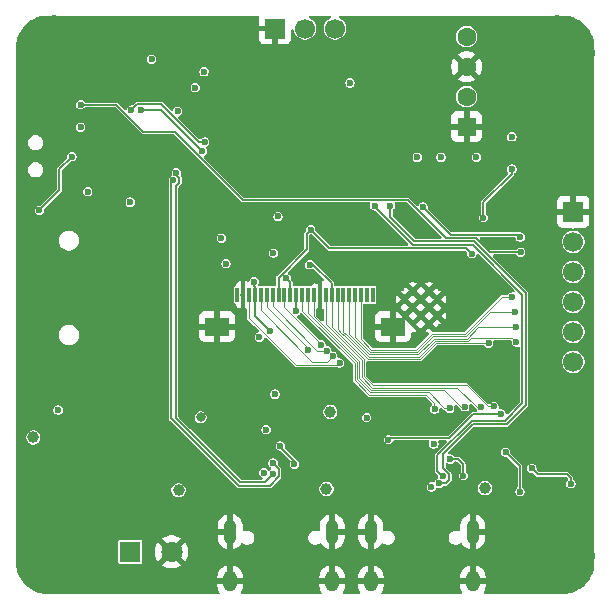
<source format=gbr>
%TF.GenerationSoftware,KiCad,Pcbnew,9.0.5*%
%TF.CreationDate,2025-10-14T15:47:48-07:00*%
%TF.ProjectId,lightspeed_r1,6c696768-7473-4706-9565-645f72312e6b,rev?*%
%TF.SameCoordinates,Original*%
%TF.FileFunction,Copper,L4,Bot*%
%TF.FilePolarity,Positive*%
%FSLAX46Y46*%
G04 Gerber Fmt 4.6, Leading zero omitted, Abs format (unit mm)*
G04 Created by KiCad (PCBNEW 9.0.5) date 2025-10-14 15:47:48*
%MOMM*%
%LPD*%
G01*
G04 APERTURE LIST*
%TA.AperFunction,ComponentPad*%
%ADD10R,1.700000X1.700000*%
%TD*%
%TA.AperFunction,ComponentPad*%
%ADD11C,1.700000*%
%TD*%
%TA.AperFunction,ComponentPad*%
%ADD12R,1.800000X1.800000*%
%TD*%
%TA.AperFunction,ComponentPad*%
%ADD13C,1.800000*%
%TD*%
%TA.AperFunction,ComponentPad*%
%ADD14O,1.100000X2.000000*%
%TD*%
%TA.AperFunction,ComponentPad*%
%ADD15O,1.200000X1.800000*%
%TD*%
%TA.AperFunction,ComponentPad*%
%ADD16R,1.600000X1.600000*%
%TD*%
%TA.AperFunction,ComponentPad*%
%ADD17C,1.600000*%
%TD*%
%TA.AperFunction,ComponentPad*%
%ADD18C,0.450000*%
%TD*%
%TA.AperFunction,SMDPad,CuDef*%
%ADD19R,0.300000X1.300000*%
%TD*%
%TA.AperFunction,SMDPad,CuDef*%
%ADD20R,2.000000X1.600000*%
%TD*%
%TA.AperFunction,ViaPad*%
%ADD21C,0.600000*%
%TD*%
%TA.AperFunction,ViaPad*%
%ADD22C,0.700000*%
%TD*%
%TA.AperFunction,ViaPad*%
%ADD23C,6.400000*%
%TD*%
%TA.AperFunction,ViaPad*%
%ADD24C,1.000000*%
%TD*%
%TA.AperFunction,ViaPad*%
%ADD25C,0.800000*%
%TD*%
%TA.AperFunction,Conductor*%
%ADD26C,0.100000*%
%TD*%
%TA.AperFunction,Conductor*%
%ADD27C,0.200000*%
%TD*%
%TA.AperFunction,Conductor*%
%ADD28C,0.150000*%
%TD*%
G04 APERTURE END LIST*
D10*
%TO.P,J4,1,Pin_1*%
%TO.N,GND*%
X23710000Y8370000D03*
D11*
%TO.P,J4,2,Pin_2*%
%TO.N,GPIO48*%
X23710000Y5830000D03*
%TO.P,J4,3,Pin_3*%
%TO.N,GPIO14*%
X23710000Y3290000D03*
%TO.P,J4,4,Pin_4*%
%TO.N,GPIO46*%
X23710000Y750000D03*
%TO.P,J4,5,Pin_5*%
%TO.N,GPIO3*%
X23710000Y-1790000D03*
%TO.P,J4,6,Pin_6*%
%TO.N,GPIO20*%
X23710000Y-4330000D03*
%TD*%
D12*
%TO.P,J1,1,1*%
%TO.N,5V*%
X-13800000Y-20430000D03*
D13*
%TO.P,J1,2,2*%
%TO.N,GND*%
X-10300000Y-20430000D03*
%TD*%
D14*
%TO.P,USB1,13,SHELL*%
%TO.N,GND*%
X-5340000Y-18710000D03*
D15*
X-5340000Y-22920000D03*
D14*
%TO.P,USB1,14,SHELL*%
X3300000Y-18710000D03*
D15*
X3300000Y-22920000D03*
%TD*%
D16*
%TO.P,U5,1,-Vin*%
%TO.N,GND*%
X14672500Y15570000D03*
D17*
%TO.P,U5,2,+Vin*%
%TO.N,5V*%
X14672500Y18110000D03*
%TO.P,U5,3,0V*%
%TO.N,GND*%
X14672500Y20650000D03*
%TO.P,U5,4,+Vo*%
%TO.N,Net-(U5-+Vo)*%
X14672500Y23190000D03*
%TD*%
D18*
%TO.P,U14,41_10,GND__11*%
%TO.N,GND*%
X9410000Y-420000D03*
%TO.P,U14,41_11,GND__12*%
X9410000Y980000D03*
%TO.P,U14,41_12,GND__13*%
X10110000Y-1120000D03*
%TO.P,U14,41_13,GND__14*%
X10110000Y280000D03*
%TO.P,U14,41_14,GND__15*%
X10110000Y1680000D03*
%TO.P,U14,41_15,GND__16*%
X10810000Y-420000D03*
%TO.P,U14,41_16,GND__17*%
X10810000Y980000D03*
%TO.P,U14,41_17,GND__18*%
X11510000Y-1120000D03*
%TO.P,U14,41_18,GND__19*%
X11510000Y280000D03*
%TO.P,U14,41_19,GND__20*%
X11510000Y1680000D03*
%TO.P,U14,41_20,GND__21*%
X12210000Y-420000D03*
%TO.P,U14,41_21,GND__22*%
X12210000Y980000D03*
%TD*%
D14*
%TO.P,USB2,13,SHELL*%
%TO.N,GND*%
X6560100Y-18710000D03*
D15*
X6560100Y-22920000D03*
D14*
%TO.P,USB2,14,SHELL*%
X15200100Y-18710000D03*
D15*
X15200100Y-22920000D03*
%TD*%
D19*
%TO.P,J8,1,1*%
%TO.N,unconnected-(J8-Pad1)*%
X-4750000Y1330000D03*
%TO.P,J8,2,2*%
%TO.N,GND*%
X-4250000Y1330000D03*
%TO.P,J8,3,3*%
%TO.N,I2C_SDA*%
X-3750000Y1330000D03*
%TO.P,J8,4,4*%
%TO.N,2V8*%
X-3250000Y1330000D03*
%TO.P,J8,5,5*%
%TO.N,I2C_SCL*%
X-2750000Y1330000D03*
%TO.P,J8,6,6*%
%TO.N,CAM.RST*%
X-2250000Y1330000D03*
%TO.P,J8,7,7*%
%TO.N,CAM.VSYNC*%
X-1750000Y1330000D03*
%TO.P,J8,8,8*%
%TO.N,CAM.PWDN*%
X-1250000Y1330000D03*
%TO.P,J8,9,9*%
%TO.N,CAM.HREF*%
X-750000Y1330000D03*
%TO.P,J8,10,10*%
%TO.N,1V2*%
X-250000Y1330000D03*
%TO.P,J8,11,11*%
%TO.N,3V3*%
X250000Y1330000D03*
%TO.P,J8,12,12*%
%TO.N,CAM.Y9*%
X750000Y1330000D03*
%TO.P,J8,13,13*%
%TO.N,CAM.XCLK*%
X1250000Y1330000D03*
%TO.P,J8,14,14*%
%TO.N,CAM.Y8*%
X1750000Y1330000D03*
%TO.P,J8,15,15*%
%TO.N,GND*%
X2250000Y1330000D03*
%TO.P,J8,16,16*%
%TO.N,CAM.Y7*%
X2750000Y1330000D03*
%TO.P,J8,17,17*%
%TO.N,CAM.PCLK*%
X3250000Y1330000D03*
%TO.P,J8,18,18*%
%TO.N,CAM.Y6*%
X3750000Y1330000D03*
%TO.P,J8,19,19*%
%TO.N,CAM.Y2*%
X4250000Y1330000D03*
%TO.P,J8,20,20*%
%TO.N,CAM.Y5*%
X4750000Y1330000D03*
%TO.P,J8,21,21*%
%TO.N,CAM.Y3*%
X5250000Y1330000D03*
%TO.P,J8,22,22*%
%TO.N,CAM.Y4*%
X5750000Y1330000D03*
%TO.P,J8,23,23*%
%TO.N,unconnected-(J8-Pad23)*%
X6250000Y1330000D03*
%TO.P,J8,24,24*%
%TO.N,unconnected-(J8-Pad24)*%
X6750000Y1330000D03*
D20*
%TO.P,J8,25,25*%
%TO.N,GND*%
X8450000Y-1370000D03*
%TO.P,J8,26,26*%
X-6450000Y-1370000D03*
%TD*%
D10*
%TO.P,J3,1,Pin_1*%
%TO.N,GND*%
X-1540000Y23880000D03*
D11*
%TO.P,J3,2,Pin_2*%
%TO.N,Net-(J3-Pin_2)*%
X1000000Y23880000D03*
%TO.P,J3,3,Pin_3*%
%TO.N,Net-(J3-Pin_3)*%
X3540000Y23880000D03*
%TD*%
D21*
%TO.N,3V3*%
X-1300000Y7970000D03*
D22*
%TO.N,GND*%
X-5212500Y18947500D03*
D21*
X11620000Y3130000D03*
X-16300000Y17980000D03*
X19460000Y15320000D03*
D22*
X-4712500Y19747500D03*
D21*
X5090000Y7470000D03*
X-3800000Y-11560000D03*
X-4000000Y-13920000D03*
D22*
X5287500Y17667500D03*
D21*
X-6860000Y-16530000D03*
X17930000Y5690000D03*
X-9950000Y17980000D03*
X21030000Y-9120000D03*
X-4750000Y-16790000D03*
X-20650000Y3390000D03*
D23*
X22300000Y-20820000D03*
D21*
X15360000Y3790000D03*
X9950000Y-16190000D03*
X7600000Y15080000D03*
D22*
X-5712500Y18147500D03*
D23*
X-20300000Y-20820000D03*
D22*
X-5712500Y19747500D03*
X-5412500Y23067500D03*
X-13734375Y13345625D03*
D21*
X7900000Y-5040000D03*
D23*
X-20300000Y21780000D03*
D21*
X-15510000Y1810000D03*
X2250000Y-190000D03*
X50000Y-9730000D03*
D22*
X-15015625Y12064375D03*
D23*
X22300000Y21780000D03*
D21*
X1330000Y7580000D03*
D22*
X-12434375Y12083125D03*
D21*
X-15100000Y-3120000D03*
X-3740000Y-3280000D03*
X-19500000Y13890000D03*
D22*
X-4712500Y18147500D03*
D21*
X-8580000Y-13170000D03*
D22*
X-1787500Y17647500D03*
D21*
X18680000Y-10590000D03*
D22*
X-14984375Y14633125D03*
D21*
X14130000Y-300000D03*
X9330000Y8610000D03*
X-2000000Y12280000D03*
X17480000Y-4700000D03*
X4780000Y4350000D03*
X-19200000Y11280000D03*
X10190000Y-8780000D03*
X-750000Y4480000D03*
X14100000Y8510000D03*
X17990000Y23970000D03*
X8500000Y3210000D03*
X1680000Y-6370000D03*
X12700000Y-4660000D03*
X5000000Y-10440000D03*
X15260000Y-16210000D03*
X710000Y-14720000D03*
X-13000000Y6880000D03*
X-6230000Y9540000D03*
D22*
X-12465625Y14614375D03*
D21*
X3100000Y12580000D03*
X7900000Y20280000D03*
X-11700000Y-17520000D03*
X2100000Y2480000D03*
X-6720000Y12600000D03*
X-4300000Y3790000D03*
X10312600Y-12770000D03*
X-9400000Y-11010000D03*
X-5520000Y15160000D03*
X4560000Y-20940000D03*
%TO.N,/BOOT0*%
X-18750000Y13030000D03*
X-21500000Y8480000D03*
D24*
%TO.N,5V*%
X2810000Y-15100000D03*
X16240000Y-15020000D03*
D21*
X11900100Y-11282500D03*
X11700000Y-14919000D03*
X-2300000Y-10072500D03*
D24*
X-9710000Y-15210000D03*
D21*
X-2500000Y-13720000D03*
D24*
X-22005025Y-10745025D03*
D21*
%TO.N,/RTS*%
X17973554Y-11967500D03*
X19200000Y-15320000D03*
%TO.N,/DTR*%
X23500000Y-14657500D03*
X20200000Y-13357500D03*
%TO.N,CAM.RST*%
X8060000Y-10920000D03*
X1258199Y-3321801D03*
X17590000Y-8770000D03*
%TO.N,3V3*%
X10500000Y12980000D03*
X-13800000Y9180000D03*
D25*
X-7840000Y-9030000D03*
D21*
X-19900000Y-8420000D03*
X216396Y-20000D03*
X4800000Y19280000D03*
X-17400000Y10080000D03*
X12510000Y12980000D03*
X-9800000Y16880000D03*
X-12000000Y21280000D03*
X18500000Y14720000D03*
X-1680000Y4880000D03*
X-18000000Y15520000D03*
X-8300000Y18880000D03*
X-7558946Y20221054D03*
X-2870000Y-2250000D03*
X-1550000Y-7080000D03*
X15510000Y12980000D03*
X-5700000Y3972892D03*
D24*
X3130000Y-8580000D03*
D21*
X6210000Y-9060000D03*
%TO.N,UART0_TXD_ESP32*%
X12635429Y-13984571D03*
X6900000Y8880000D03*
%TO.N,UART0_RXD_ESP32*%
X8200000Y8880000D03*
X12335699Y-14625937D03*
%TO.N,I2C_SCL*%
X3339268Y-3867059D03*
%TO.N,I2C_SDA*%
X3921294Y-4430460D03*
%TO.N,2V8*%
X-3310000Y2450000D03*
X-1980000Y-1730000D03*
%TO.N,1V2*%
X-6085982Y6136743D03*
X-593968Y2728054D03*
%TO.N,USART2_RX_STM32*%
X-9900000Y11680000D03*
X-1700000Y-13820000D03*
%TO.N,USART2_TX_STM32*%
X-10151286Y11026656D03*
X-1700000Y-12920000D03*
%TO.N,USART1_TX_STM32_ESP32*%
X-13700000Y16980000D03*
X-7500000Y14280000D03*
%TO.N,USART1_RX_STM32_ESP32*%
X-12900000Y16980000D03*
X-7700000Y13480000D03*
%TO.N,CAM.PCLK*%
X1400000Y3880000D03*
X17000000Y-8120000D03*
%TO.N,CAM.PWDN*%
X1480000Y6850000D03*
X15110000Y4830000D03*
%TO.N,CAM.Y7*%
X15881801Y-8138199D03*
%TO.N,CAM.VSYNC*%
X2831801Y-3384896D03*
%TO.N,CAM.HREF*%
X2355417Y-2872000D03*
%TO.N,CAM.Y6*%
X16540000Y-2770000D03*
%TO.N,CAM.Y5*%
X18900000Y-1395000D03*
%TO.N,CAM.Y4*%
X18550000Y1150000D03*
%TO.N,CAM.Y8*%
X14520000Y-8140000D03*
%TO.N,CAM.XCLK*%
X13250000Y-8270000D03*
%TO.N,CAM.Y3*%
X18800000Y-125000D03*
%TO.N,CAM.Y2*%
X18900000Y-2665000D03*
%TO.N,CAM.Y9*%
X11980000Y-8320000D03*
%TO.N,Net-(D3-A2)*%
X14400100Y-13970000D03*
X13300100Y-12574259D03*
%TO.N,Net-(D4-A2)*%
X-1098528Y-11470001D03*
X100000Y-13020000D03*
%TO.N,CHIP_PU*%
X16100000Y7880000D03*
X18500000Y11980000D03*
%TO.N,BUTTON_WIFI*%
X-18000000Y17431782D03*
X19250000Y4940000D03*
%TO.N,STM32_RESET*%
X19220000Y6230000D03*
X10980000Y8770000D03*
%TD*%
D26*
%TO.N,GND*%
X2250000Y1250000D02*
X2250000Y2330000D01*
X2250000Y2330000D02*
X2100000Y2480000D01*
D27*
%TO.N,/BOOT0*%
X-18750000Y13030000D02*
X-19800000Y11980000D01*
X-19800000Y10180000D02*
X-21500000Y8480000D01*
X-19800000Y11980000D02*
X-19800000Y10180000D01*
%TO.N,5V*%
X11700000Y-14919000D02*
X11700000Y-14820100D01*
%TO.N,/RTS*%
X19200000Y-13193946D02*
X19200000Y-15320000D01*
X17973554Y-11967500D02*
X19200000Y-13193946D01*
%TO.N,/DTR*%
X23500000Y-14195000D02*
X23162500Y-13857500D01*
X23500000Y-14657500D02*
X23500000Y-14195000D01*
X20700000Y-13857500D02*
X20200000Y-13357500D01*
X23162500Y-13857500D02*
X20700000Y-13857500D01*
D28*
%TO.N,CAM.RST*%
X13180000Y-10800000D02*
X15210000Y-8770000D01*
X15210000Y-8770000D02*
X17590000Y-8770000D01*
D26*
X-2250000Y310000D02*
X-2250000Y1250000D01*
X-2250000Y310000D02*
X1258199Y-3198199D01*
D28*
X8180000Y-10800000D02*
X13180000Y-10800000D01*
D26*
X1258199Y-3198199D02*
X1258199Y-3321801D01*
D28*
X8060000Y-10920000D02*
X8180000Y-10800000D01*
D27*
%TO.N,3V3*%
X210000Y160000D02*
X216396Y153604D01*
X216396Y153604D02*
X216396Y-20000D01*
X250000Y1330000D02*
X250000Y200000D01*
X250000Y200000D02*
X210000Y160000D01*
%TO.N,UART0_TXD_ESP32*%
X19400000Y-7820000D02*
X19400000Y1354322D01*
X10101000Y5579000D02*
X6900000Y8780000D01*
X12635429Y-13984571D02*
X12634015Y-13984571D01*
X12201100Y-13551656D02*
X12201100Y-12219000D01*
X12201100Y-12219000D02*
X15100100Y-9320000D01*
X15100100Y-9320000D02*
X17900000Y-9320000D01*
X17900000Y-9320000D02*
X19400000Y-7820000D01*
X6900000Y8780000D02*
X6900000Y8880000D01*
X19400000Y1354322D02*
X15175322Y5579000D01*
X12634015Y-13984571D02*
X12201100Y-13551656D01*
X15175322Y5579000D02*
X10101000Y5579000D01*
%TO.N,UART0_RXD_ESP32*%
X8210000Y8870000D02*
X8200000Y8880000D01*
X12841536Y-13483571D02*
X12700100Y-13342135D01*
X15300000Y5880000D02*
X10225678Y5880000D01*
X13200000Y-13842035D02*
X13136429Y-13778464D01*
X12700100Y-13342135D02*
X12700100Y-12145678D01*
X18025678Y-9620000D02*
X18100000Y-9620000D01*
X12700100Y-12145678D02*
X15224778Y-9621000D01*
X19700000Y-8020000D02*
X19700000Y-7945678D01*
X19700000Y-7945678D02*
X19701000Y-7944678D01*
X12335699Y-14625937D02*
X12341636Y-14620000D01*
X19701000Y1479000D02*
X15300000Y5880000D01*
X15224778Y-9621000D02*
X18024678Y-9621000D01*
X13200000Y-14320000D02*
X13200000Y-13842035D01*
X18100000Y-9620000D02*
X19700000Y-8020000D01*
X10225678Y5880000D02*
X8210000Y7895678D01*
X8210000Y7895678D02*
X8210000Y8870000D01*
X12900000Y-14620000D02*
X13200000Y-14320000D01*
X12842950Y-13483571D02*
X12841536Y-13483571D01*
X12341636Y-14620000D02*
X12900000Y-14620000D01*
X18024678Y-9621000D02*
X18025678Y-9620000D01*
X19701000Y-7944678D02*
X19701000Y1479000D01*
X13136429Y-13777050D02*
X12842950Y-13483571D01*
X13136429Y-13778464D02*
X13136429Y-13777050D01*
D26*
%TO.N,I2C_SCL*%
X1620000Y-4320000D02*
X-2750000Y50000D01*
X2886327Y-4320000D02*
X1620000Y-4320000D01*
X3339268Y-3867059D02*
X2886327Y-4320000D01*
X-2750000Y50000D02*
X-2750000Y1250000D01*
%TO.N,I2C_SDA*%
X-3750000Y-640000D02*
X-3750000Y1330000D01*
X209810Y-4599810D02*
X-3750000Y-640000D01*
X209810Y-4599810D02*
X3751944Y-4599810D01*
X3751944Y-4599810D02*
X3921294Y-4430460D01*
D27*
%TO.N,2V8*%
X-3250000Y-440000D02*
X-3250000Y1330000D01*
X-3310000Y2450000D02*
X-3310000Y2120000D01*
X-1980000Y-1730000D02*
X-2290024Y-1419976D01*
X-2290024Y-1399976D02*
X-3250000Y-440000D01*
X-3310000Y2120000D02*
X-3250000Y2060000D01*
X-2290024Y-1419976D02*
X-2290024Y-1399976D01*
X-3250000Y2060000D02*
X-3250000Y1330000D01*
%TO.N,1V2*%
X-250000Y1250000D02*
X-250000Y2384086D01*
X-250000Y2384086D02*
X-593968Y2728054D01*
%TO.N,USART2_RX_STM32*%
X-9650286Y10819135D02*
X-9650286Y11234177D01*
X-2400000Y-14520000D02*
X-4500000Y-14520000D01*
X-9650286Y11234177D02*
X-9920000Y11503891D01*
X-9920000Y11503891D02*
X-9920000Y11660000D01*
X-9920000Y-9100000D02*
X-9920000Y10549421D01*
X-9920000Y11660000D02*
X-9900000Y11680000D01*
X-4500000Y-14520000D02*
X-9920000Y-9100000D01*
X-9920000Y10549421D02*
X-9650286Y10819135D01*
X-1700000Y-13820000D02*
X-2400000Y-14520000D01*
%TO.N,USART2_TX_STM32*%
X-10146656Y11026656D02*
X-10330000Y10843312D01*
X-10330000Y-9115678D02*
X-4624678Y-14821000D01*
X-1992479Y-14821000D02*
X-1199000Y-14027521D01*
X-1199000Y-14027521D02*
X-1199000Y-13421000D01*
X-1199000Y-13421000D02*
X-1700000Y-12920000D01*
X-10151286Y11026656D02*
X-10146656Y11026656D01*
X-10330000Y10843312D02*
X-10330000Y-9115678D01*
X-4624678Y-14821000D02*
X-1992479Y-14821000D01*
%TO.N,USART1_TX_STM32_ESP32*%
X-7500000Y14280000D02*
X-8000000Y14280000D01*
X-13199000Y17481000D02*
X-13700000Y16980000D01*
X-11201000Y17481000D02*
X-13199000Y17481000D01*
X-8000000Y14280000D02*
X-11201000Y17481000D01*
%TO.N,USART1_RX_STM32_ESP32*%
X-7700000Y13480000D02*
X-11200000Y16980000D01*
X-11200000Y16980000D02*
X-12900000Y16980000D01*
%TO.N,CAM.PCLK*%
X3250000Y2330000D02*
X1700000Y3880000D01*
D26*
X6003999Y-4123999D02*
X6003999Y-5576769D01*
X6003999Y-5576769D02*
X6750229Y-6323000D01*
X3250000Y-1370000D02*
X6003999Y-4123999D01*
X14703000Y-6323000D02*
X16500000Y-8120000D01*
X6750229Y-6323000D02*
X14703000Y-6323000D01*
X3250000Y1250000D02*
X3250000Y-1370000D01*
D27*
X1700000Y3880000D02*
X1400000Y3880000D01*
X3250000Y1250000D02*
X3250000Y2330000D01*
D26*
X16500000Y-8120000D02*
X17000000Y-8120000D01*
D27*
%TO.N,CAM.PWDN*%
X-1250000Y2780543D02*
X-1250000Y1330000D01*
X3050000Y5280000D02*
X1480000Y6850000D01*
X1480000Y6850000D02*
X1480000Y6840000D01*
X1150000Y5180543D02*
X-1250000Y2780543D01*
X1480000Y6840000D02*
X1150000Y6510000D01*
X1150000Y6510000D02*
X1150000Y5180543D01*
X9974322Y5280000D02*
X3050000Y5280000D01*
X15110000Y4830000D02*
X14662000Y5278000D01*
X14662000Y5278000D02*
X9976322Y5278000D01*
X9976322Y5278000D02*
X9974322Y5280000D01*
D26*
%TO.N,CAM.Y7*%
X15518199Y-8138199D02*
X13904000Y-6524000D01*
X2750000Y-1160000D02*
X2750000Y1250000D01*
X13904000Y-6524000D02*
X6666972Y-6524000D01*
X6666972Y-6524000D02*
X5802999Y-5660026D01*
X15881801Y-8138199D02*
X15518199Y-8138199D01*
X5802999Y-5660026D02*
X5802999Y-4212999D01*
X5802999Y-4212999D02*
X2750000Y-1160000D01*
%TO.N,CAM.VSYNC*%
X2831801Y-3384896D02*
X2034896Y-3384896D01*
X2034896Y-3384896D02*
X-1750000Y400000D01*
X-1750000Y400000D02*
X-1750000Y1250000D01*
%TO.N,CAM.HREF*%
X-750000Y310000D02*
X-750000Y1250000D01*
X2355417Y-2872000D02*
X2355417Y-2795417D01*
X2355417Y-2795417D02*
X-750000Y310000D01*
%TO.N,CAM.Y6*%
X4049000Y-1873256D02*
X4049000Y-1869000D01*
X10706738Y-4121000D02*
X6293263Y-4121000D01*
X6293263Y-4121000D02*
X4348000Y-2175737D01*
X12053737Y-2774000D02*
X10706738Y-4121000D01*
X14847769Y-2774000D02*
X12053737Y-2774000D01*
X4348000Y-2175737D02*
X4348000Y-2172256D01*
X14850770Y-2771000D02*
X14847769Y-2774000D01*
X15892000Y-2770000D02*
X15891000Y-2771000D01*
X3750000Y-1570000D02*
X3750000Y1250000D01*
X4049000Y-1869000D02*
X3750000Y-1570000D01*
X4348000Y-2172256D02*
X4049000Y-1873256D01*
X15891000Y-2771000D02*
X14850770Y-2771000D01*
X16540000Y-2770000D02*
X15892000Y-2770000D01*
%TO.N,CAM.Y5*%
X4750000Y-2009224D02*
X4750000Y1250000D01*
X10548224Y-3711000D02*
X6451776Y-3711000D01*
X15633256Y-1420000D02*
X14681256Y-2372000D01*
X18900000Y-1395000D02*
X18875000Y-1420000D01*
X18875000Y-1420000D02*
X15633256Y-1420000D01*
X14681256Y-2372000D02*
X11887224Y-2372000D01*
X11887224Y-2372000D02*
X10548224Y-3711000D01*
X6451776Y-3711000D02*
X4750000Y-2009224D01*
%TO.N,CAM.Y4*%
X17634744Y1150000D02*
X14514744Y-1970000D01*
X10381712Y-3309000D02*
X6618288Y-3309000D01*
X5750000Y-2440712D02*
X5750000Y1250000D01*
X6618288Y-3309000D02*
X5750000Y-2440712D01*
X11720711Y-1970000D02*
X10381712Y-3309000D01*
X14514744Y-1970000D02*
X11720711Y-1970000D01*
X18550000Y1150000D02*
X17634744Y1150000D01*
%TO.N,CAM.Y8*%
X14520000Y-8140000D02*
X14170000Y-8140000D01*
X12755000Y-6725000D02*
X6583715Y-6725000D01*
X14170000Y-8140000D02*
X12755000Y-6725000D01*
X5601999Y-5743283D02*
X5601999Y-4296255D01*
X5601999Y-4296255D02*
X1750000Y-444256D01*
X6583715Y-6725000D02*
X5601999Y-5743283D01*
X1750000Y-444256D02*
X1750000Y1250000D01*
%TO.N,CAM.XCLK*%
X5400997Y-4379509D02*
X1250000Y-228512D01*
X12800000Y-8270000D02*
X11456000Y-6926000D01*
X6500458Y-6926000D02*
X5400997Y-5826538D01*
X13250000Y-8270000D02*
X12800000Y-8270000D01*
X5400997Y-5826538D02*
X5400997Y-4379509D01*
X1250000Y-228512D02*
X1250000Y1250000D01*
X11456000Y-6926000D02*
X6500458Y-6926000D01*
%TO.N,CAM.Y3*%
X16649000Y-120000D02*
X14598000Y-2171000D01*
X18795000Y-120000D02*
X16649000Y-120000D01*
X14598000Y-2171000D02*
X11803968Y-2171000D01*
X6535032Y-3510000D02*
X5250000Y-2224968D01*
X5250000Y-2224968D02*
X5250000Y1250000D01*
X11803968Y-2171000D02*
X10464968Y-3510000D01*
X10464968Y-3510000D02*
X6535032Y-3510000D01*
X18800000Y-125000D02*
X18795000Y-120000D01*
%TO.N,CAM.Y2*%
X4549000Y-2092481D02*
X6376519Y-3920000D01*
X6376519Y-3920000D02*
X10623481Y-3920000D01*
X10623481Y-3920000D02*
X11970481Y-2573000D01*
X11970481Y-2573000D02*
X14764513Y-2573000D01*
X14764513Y-2573000D02*
X15027513Y-2310000D01*
X18545000Y-2310000D02*
X18900000Y-2665000D01*
X4250000Y1250000D02*
X4250000Y-1790000D01*
X15027513Y-2310000D02*
X18545000Y-2310000D01*
X4250000Y-1790000D02*
X4549000Y-2089000D01*
X4549000Y-2089000D02*
X4549000Y-2092481D01*
%TO.N,CAM.Y9*%
X6417201Y-7127000D02*
X5199997Y-5909795D01*
X11900000Y-8240000D02*
X11900000Y-7820000D01*
X5199997Y-5909795D02*
X5199997Y-4462765D01*
X11900000Y-7820000D02*
X11207000Y-7127000D01*
X750000Y-12768D02*
X750000Y1250000D01*
X11980000Y-8320000D02*
X11900000Y-8240000D01*
X11207000Y-7127000D02*
X6417201Y-7127000D01*
X5199997Y-4462765D02*
X750000Y-12768D01*
D27*
%TO.N,Net-(D3-A2)*%
X13300100Y-12574259D02*
X13954259Y-12574259D01*
X14400000Y-13020000D02*
X14400000Y-13969900D01*
X14400000Y-13969900D02*
X14400100Y-13970000D01*
X13954259Y-12574259D02*
X14400000Y-13020000D01*
%TO.N,Net-(D4-A2)*%
X100000Y-13020000D02*
X100000Y-12720000D01*
X100000Y-12720000D02*
X-1098528Y-11521472D01*
X-1098528Y-11521472D02*
X-1098528Y-11470001D01*
%TO.N,CHIP_PU*%
X16100000Y7880000D02*
X16100000Y9180000D01*
X16100000Y9180000D02*
X18500000Y11580000D01*
X18500000Y11580000D02*
X18500000Y11980000D01*
D28*
%TO.N,BUTTON_WIFI*%
X-18000000Y17431782D02*
X-14974909Y17431782D01*
X15414323Y6156000D02*
X15450322Y6120000D01*
X-10033541Y15140375D02*
X-4249166Y9356000D01*
X16640000Y4940000D02*
X19250000Y4940000D01*
X9720834Y9356000D02*
X12920834Y6156000D01*
X12920834Y6156000D02*
X15414323Y6156000D01*
X-12683502Y15140375D02*
X-10033541Y15140375D01*
X15460000Y6120000D02*
X16640000Y4940000D01*
X15450322Y6120000D02*
X15460000Y6120000D01*
X-14974909Y17431782D02*
X-12683502Y15140375D01*
X-4249166Y9356000D02*
X9720834Y9356000D01*
D27*
%TO.N,STM32_RESET*%
X15530649Y6430000D02*
X19020000Y6430000D01*
X19020000Y6430000D02*
X19220000Y6230000D01*
X13318000Y6432000D02*
X15528650Y6431999D01*
X10980000Y8770000D02*
X13318000Y6432000D01*
X15528650Y6431999D02*
X15530649Y6430000D01*
%TD*%
%TA.AperFunction,Conductor*%
%TO.N,GND*%
G36*
X18445607Y-2480185D02*
G01*
X18491362Y-2532989D01*
X18501306Y-2602147D01*
X18499986Y-2608580D01*
X18499500Y-2612271D01*
X18499500Y-2612273D01*
X18499500Y-2717727D01*
X18526793Y-2819587D01*
X18579520Y-2910913D01*
X18654087Y-2985480D01*
X18745413Y-3038207D01*
X18847273Y-3065500D01*
X18847275Y-3065500D01*
X18952724Y-3065500D01*
X18952727Y-3065500D01*
X19043409Y-3041202D01*
X19113256Y-3042865D01*
X19171119Y-3082027D01*
X19198623Y-3146256D01*
X19199500Y-3160977D01*
X19199500Y-7685588D01*
X19179815Y-7752627D01*
X19163181Y-7773269D01*
X18190693Y-8745756D01*
X18129370Y-8779241D01*
X18059678Y-8774257D01*
X18003745Y-8732385D01*
X17983237Y-8690168D01*
X17977967Y-8670499D01*
X17963207Y-8615413D01*
X17910480Y-8524087D01*
X17835913Y-8449520D01*
X17757584Y-8404297D01*
X17744589Y-8396794D01*
X17744588Y-8396793D01*
X17744587Y-8396793D01*
X17642727Y-8369500D01*
X17537273Y-8369500D01*
X17537271Y-8369500D01*
X17529217Y-8370561D01*
X17528924Y-8368340D01*
X17470712Y-8366950D01*
X17412853Y-8327782D01*
X17385355Y-8263551D01*
X17388703Y-8216752D01*
X17400500Y-8172727D01*
X17400500Y-8067273D01*
X17373207Y-7965413D01*
X17320480Y-7874087D01*
X17245913Y-7799520D01*
X17154587Y-7746793D01*
X17052727Y-7719500D01*
X16947273Y-7719500D01*
X16845413Y-7746793D01*
X16845410Y-7746794D01*
X16754085Y-7799521D01*
X16679519Y-7874087D01*
X16674574Y-7880533D01*
X16672221Y-7878727D01*
X16631916Y-7917144D01*
X16563306Y-7930353D01*
X16498446Y-7904372D01*
X16487437Y-7894598D01*
X15669339Y-7076500D01*
X14788252Y-6195412D01*
X14788251Y-6195411D01*
X14755848Y-6181990D01*
X14755848Y-6181989D01*
X14732939Y-6172501D01*
X14732938Y-6172500D01*
X14732936Y-6172500D01*
X14732933Y-6172500D01*
X6863930Y-6172500D01*
X6796891Y-6152815D01*
X6776249Y-6136181D01*
X6190818Y-5550749D01*
X6157333Y-5489426D01*
X6154499Y-5463068D01*
X6154499Y-4395500D01*
X6174184Y-4328461D01*
X6226988Y-4282706D01*
X6278499Y-4271500D01*
X10736673Y-4271500D01*
X10736674Y-4271500D01*
X10784747Y-4251587D01*
X10791990Y-4248587D01*
X12079758Y-2960819D01*
X12141081Y-2927334D01*
X12167439Y-2924500D01*
X14853731Y-2924500D01*
X14877680Y-2924504D01*
X14877690Y-2924500D01*
X14877705Y-2924500D01*
X14877707Y-2924500D01*
X14878242Y-2924395D01*
X14881695Y-2923731D01*
X14905111Y-2921500D01*
X15928025Y-2921500D01*
X15938177Y-2920500D01*
X16092842Y-2920500D01*
X16159881Y-2940185D01*
X16200228Y-2982499D01*
X16217081Y-3011689D01*
X16219520Y-3015913D01*
X16294087Y-3090480D01*
X16385413Y-3143207D01*
X16487273Y-3170500D01*
X16487275Y-3170500D01*
X16592725Y-3170500D01*
X16592727Y-3170500D01*
X16694587Y-3143207D01*
X16785913Y-3090480D01*
X16860480Y-3015913D01*
X16913207Y-2924587D01*
X16940500Y-2822727D01*
X16940500Y-2717273D01*
X16913523Y-2616592D01*
X16915186Y-2546743D01*
X16954349Y-2488881D01*
X17018577Y-2461377D01*
X17033298Y-2460500D01*
X18378568Y-2460500D01*
X18445607Y-2480185D01*
G37*
%TD.AperFunction*%
%TA.AperFunction,Conductor*%
G36*
X1570622Y6442473D02*
G01*
X1597901Y6438216D01*
X1606323Y6432292D01*
X1611260Y6430885D01*
X1616029Y6425467D01*
X1632717Y6413731D01*
X2880024Y5166426D01*
X2936424Y5110025D01*
X2936425Y5110024D01*
X3010116Y5079500D01*
X3010118Y5079500D01*
X9914171Y5079500D01*
X9934476Y5077500D01*
X9936439Y5077500D01*
X9936440Y5077500D01*
X14527587Y5077500D01*
X14557029Y5068854D01*
X14587016Y5062331D01*
X14592030Y5058577D01*
X14594626Y5057815D01*
X14615270Y5041180D01*
X14673733Y4982715D01*
X14707217Y4921391D01*
X14708491Y4890854D01*
X14709500Y4890854D01*
X14709500Y4777273D01*
X14736793Y4675413D01*
X14736794Y4675410D01*
X14789521Y4584085D01*
X14864085Y4509521D01*
X14955410Y4456794D01*
X14955413Y4456793D01*
X15057273Y4429500D01*
X15162726Y4429500D01*
X15162727Y4429500D01*
X15264587Y4456793D01*
X15355913Y4509520D01*
X15430480Y4584087D01*
X15483207Y4675413D01*
X15493584Y4714142D01*
X15529949Y4773803D01*
X15592796Y4804332D01*
X15662171Y4796037D01*
X15701040Y4769730D01*
X18710115Y1760656D01*
X18743600Y1699333D01*
X18738616Y1629641D01*
X18696744Y1573708D01*
X18631280Y1549291D01*
X18606244Y1550036D01*
X18602732Y1550498D01*
X18602727Y1550500D01*
X18497273Y1550500D01*
X18395413Y1523207D01*
X18304087Y1470480D01*
X18304085Y1470478D01*
X18229520Y1395913D01*
X18210228Y1362499D01*
X18159661Y1314284D01*
X18102842Y1300500D01*
X17604808Y1300500D01*
X17565704Y1284301D01*
X17565695Y1284298D01*
X17549494Y1277588D01*
X17549492Y1277587D01*
X17549490Y1277585D01*
X14488723Y-1783181D01*
X14427400Y-1816666D01*
X14401042Y-1819500D01*
X11942665Y-1819500D01*
X11875626Y-1799815D01*
X11854984Y-1783181D01*
X11510001Y-1438198D01*
X11510000Y-1438198D01*
X11180107Y-1768088D01*
X11298525Y-1817138D01*
X11373107Y-1831973D01*
X11435019Y-1864357D01*
X11469594Y-1925073D01*
X11465855Y-1994842D01*
X11436599Y-2041272D01*
X10355691Y-3122181D01*
X10294368Y-3155666D01*
X10268010Y-3158500D01*
X6731989Y-3158500D01*
X6664950Y-3138815D01*
X6644308Y-3122181D01*
X5936819Y-2414691D01*
X5903334Y-2353368D01*
X5900500Y-2327010D01*
X5900500Y-2217844D01*
X6950000Y-2217844D01*
X6956401Y-2277372D01*
X6956403Y-2277379D01*
X7006645Y-2412086D01*
X7006649Y-2412093D01*
X7092809Y-2527187D01*
X7092812Y-2527190D01*
X7207906Y-2613350D01*
X7207913Y-2613354D01*
X7342620Y-2663596D01*
X7342627Y-2663598D01*
X7402155Y-2669999D01*
X7402172Y-2670000D01*
X8200000Y-2670000D01*
X8700000Y-2670000D01*
X9497828Y-2670000D01*
X9497844Y-2669999D01*
X9557372Y-2663598D01*
X9557379Y-2663596D01*
X9692086Y-2613354D01*
X9692093Y-2613350D01*
X9807187Y-2527190D01*
X9807190Y-2527187D01*
X9893350Y-2412093D01*
X9893354Y-2412086D01*
X9943596Y-2277379D01*
X9943598Y-2277372D01*
X9949999Y-2217844D01*
X9950000Y-2217827D01*
X9950000Y-1969000D01*
X9969685Y-1901961D01*
X10022489Y-1856206D01*
X10074000Y-1845000D01*
X10181407Y-1845000D01*
X10181410Y-1844999D01*
X10321467Y-1817140D01*
X10321475Y-1817138D01*
X10439891Y-1768088D01*
X9950901Y-1279099D01*
X9761965Y-1090163D01*
X9960000Y-1090163D01*
X9960000Y-1149837D01*
X9982836Y-1204968D01*
X10025032Y-1247164D01*
X10080163Y-1270000D01*
X10139837Y-1270000D01*
X10194968Y-1247164D01*
X10237164Y-1204968D01*
X10260000Y-1149837D01*
X10260000Y-1120000D01*
X10428198Y-1120000D01*
X10758088Y-1449890D01*
X10785807Y-1444377D01*
X10834191Y-1444377D01*
X10861910Y-1449890D01*
X11191802Y-1120000D01*
X11161965Y-1090163D01*
X11360000Y-1090163D01*
X11360000Y-1149837D01*
X11382836Y-1204968D01*
X11425032Y-1247164D01*
X11480163Y-1270000D01*
X11539837Y-1270000D01*
X11594968Y-1247164D01*
X11637164Y-1204968D01*
X11660000Y-1149837D01*
X11660000Y-1120000D01*
X11828198Y-1120000D01*
X12158088Y-1449891D01*
X12207138Y-1331475D01*
X12226534Y-1233962D01*
X12258919Y-1172051D01*
X12319634Y-1137476D01*
X12323962Y-1136534D01*
X12421475Y-1117138D01*
X12539891Y-1068088D01*
X12210000Y-738198D01*
X11828198Y-1120000D01*
X11660000Y-1120000D01*
X11660000Y-1090163D01*
X11637164Y-1035032D01*
X11594968Y-992836D01*
X11539837Y-970000D01*
X11480163Y-970000D01*
X11425032Y-992836D01*
X11382836Y-1035032D01*
X11360000Y-1090163D01*
X11161965Y-1090163D01*
X10810000Y-738198D01*
X10428198Y-1120000D01*
X10260000Y-1120000D01*
X10260000Y-1090163D01*
X10237164Y-1035032D01*
X10194968Y-992836D01*
X10139837Y-970000D01*
X10080163Y-970000D01*
X10025032Y-992836D01*
X9982836Y-1035032D01*
X9960000Y-1090163D01*
X9761965Y-1090163D01*
X9061965Y-390163D01*
X9260000Y-390163D01*
X9260000Y-449837D01*
X9282836Y-504968D01*
X9325032Y-547164D01*
X9380163Y-570000D01*
X9439837Y-570000D01*
X9494968Y-547164D01*
X9537164Y-504968D01*
X9560000Y-449837D01*
X9560000Y-420000D01*
X9728198Y-420000D01*
X10110000Y-801802D01*
X10491802Y-420000D01*
X10461965Y-390163D01*
X10660000Y-390163D01*
X10660000Y-449837D01*
X10682836Y-504968D01*
X10725032Y-547164D01*
X10780163Y-570000D01*
X10839837Y-570000D01*
X10894968Y-547164D01*
X10937164Y-504968D01*
X10960000Y-449837D01*
X10960000Y-420000D01*
X11128198Y-420000D01*
X11510000Y-801802D01*
X11891802Y-420000D01*
X11861965Y-390163D01*
X12060000Y-390163D01*
X12060000Y-449837D01*
X12082836Y-504968D01*
X12125032Y-547164D01*
X12180163Y-570000D01*
X12239837Y-570000D01*
X12294968Y-547164D01*
X12337164Y-504968D01*
X12360000Y-449837D01*
X12360000Y-419999D01*
X12528198Y-419999D01*
X12528198Y-420001D01*
X12858088Y-749891D01*
X12907138Y-631475D01*
X12907140Y-631467D01*
X12934999Y-491410D01*
X12935000Y-491407D01*
X12935000Y-348593D01*
X12934999Y-348589D01*
X12907140Y-208532D01*
X12907138Y-208524D01*
X12858088Y-90107D01*
X12528198Y-419999D01*
X12360000Y-419999D01*
X12360000Y-390163D01*
X12337164Y-335032D01*
X12294968Y-292836D01*
X12239837Y-270000D01*
X12180163Y-270000D01*
X12125032Y-292836D01*
X12082836Y-335032D01*
X12060000Y-390163D01*
X11861965Y-390163D01*
X11510000Y-38198D01*
X11128198Y-420000D01*
X10960000Y-420000D01*
X10960000Y-390163D01*
X10937164Y-335032D01*
X10894968Y-292836D01*
X10839837Y-270000D01*
X10780163Y-270000D01*
X10725032Y-292836D01*
X10682836Y-335032D01*
X10660000Y-390163D01*
X10461965Y-390163D01*
X10110000Y-38198D01*
X9728198Y-420000D01*
X9560000Y-420000D01*
X9560000Y-390163D01*
X9537164Y-335032D01*
X9494968Y-292836D01*
X9439837Y-270000D01*
X9380163Y-270000D01*
X9325032Y-292836D01*
X9282836Y-335032D01*
X9260000Y-390163D01*
X9061965Y-390163D01*
X8741802Y-70000D01*
X8700000Y-70000D01*
X8700000Y-2670000D01*
X8200000Y-2670000D01*
X8200000Y-1620000D01*
X6950000Y-1620000D01*
X6950000Y-2217844D01*
X5900500Y-2217844D01*
X5900500Y-522155D01*
X6950000Y-522155D01*
X6950000Y-1120000D01*
X8200000Y-1120000D01*
X8200000Y-70000D01*
X7402155Y-70000D01*
X7342627Y-76401D01*
X7342620Y-76403D01*
X7207913Y-126645D01*
X7207906Y-126649D01*
X7092812Y-212809D01*
X7092809Y-212812D01*
X7006649Y-327906D01*
X7006645Y-327913D01*
X6956403Y-462620D01*
X6956401Y-462627D01*
X6950000Y-522155D01*
X5900500Y-522155D01*
X5900500Y331909D01*
X9080107Y331909D01*
X9085621Y304191D01*
X9085621Y255809D01*
X9080107Y228088D01*
X9410000Y-101802D01*
X9410001Y-101802D01*
X9791802Y279999D01*
X9791802Y280000D01*
X9761965Y309837D01*
X9960000Y309837D01*
X9960000Y250163D01*
X9982836Y195032D01*
X10025032Y152836D01*
X10080163Y130000D01*
X10139837Y130000D01*
X10194968Y152836D01*
X10237164Y195032D01*
X10260000Y250163D01*
X10260000Y280000D01*
X10428198Y280000D01*
X10810000Y-101802D01*
X11191802Y280000D01*
X11161965Y309837D01*
X11360000Y309837D01*
X11360000Y250163D01*
X11382836Y195032D01*
X11425032Y152836D01*
X11480163Y130000D01*
X11539837Y130000D01*
X11594968Y152836D01*
X11637164Y195032D01*
X11660000Y250163D01*
X11660000Y280000D01*
X11828198Y280000D01*
X12210000Y-101802D01*
X12539891Y228088D01*
X12534378Y255809D01*
X12534378Y304191D01*
X12539891Y331909D01*
X12210001Y661802D01*
X12210000Y661802D01*
X11828198Y280000D01*
X11660000Y280000D01*
X11660000Y309837D01*
X11637164Y364968D01*
X11594968Y407164D01*
X11539837Y430000D01*
X11480163Y430000D01*
X11425032Y407164D01*
X11382836Y364968D01*
X11360000Y309837D01*
X11161965Y309837D01*
X10810000Y661802D01*
X10428198Y280000D01*
X10260000Y280000D01*
X10260000Y309837D01*
X10237164Y364968D01*
X10194968Y407164D01*
X10139837Y430000D01*
X10080163Y430000D01*
X10025032Y407164D01*
X9982836Y364968D01*
X9960000Y309837D01*
X9761965Y309837D01*
X9410000Y661802D01*
X9080107Y331909D01*
X5900500Y331909D01*
X5900500Y466144D01*
X5920185Y533183D01*
X5972989Y578938D01*
X6042147Y588882D01*
X6048689Y587109D01*
X6048810Y587713D01*
X6090099Y579500D01*
X6090101Y579500D01*
X6409894Y579500D01*
X6409902Y579501D01*
X6439212Y585330D01*
X6450496Y590004D01*
X6451968Y586449D01*
X6497805Y600795D01*
X6548241Y586950D01*
X6549507Y590004D01*
X6560791Y585329D01*
X6590099Y579500D01*
X6590101Y579500D01*
X6909894Y579500D01*
X6909902Y579501D01*
X6939212Y585330D01*
X6972457Y607542D01*
X6983599Y624219D01*
X6994669Y640787D01*
X6996523Y650107D01*
X7000500Y670098D01*
X7000500Y1051410D01*
X8685000Y1051410D01*
X8685000Y908589D01*
X8712859Y768530D01*
X8712864Y768514D01*
X8761909Y650107D01*
X9091802Y980000D01*
X9061965Y1009837D01*
X9260000Y1009837D01*
X9260000Y950163D01*
X9282836Y895032D01*
X9325032Y852836D01*
X9380163Y830000D01*
X9439837Y830000D01*
X9494968Y852836D01*
X9537164Y895032D01*
X9560000Y950163D01*
X9560000Y980000D01*
X9728198Y980000D01*
X10110000Y598198D01*
X10491802Y980000D01*
X10461965Y1009837D01*
X10660000Y1009837D01*
X10660000Y950163D01*
X10682836Y895032D01*
X10725032Y852836D01*
X10780163Y830000D01*
X10839837Y830000D01*
X10894968Y852836D01*
X10937164Y895032D01*
X10960000Y950163D01*
X10960000Y980000D01*
X11128198Y980000D01*
X11510000Y598198D01*
X11891802Y980000D01*
X11861965Y1009837D01*
X12060000Y1009837D01*
X12060000Y950163D01*
X12082836Y895032D01*
X12125032Y852836D01*
X12180163Y830000D01*
X12239837Y830000D01*
X12294968Y852836D01*
X12337164Y895032D01*
X12360000Y950163D01*
X12360000Y980001D01*
X12528198Y980001D01*
X12528198Y979999D01*
X12858088Y650107D01*
X12907138Y768524D01*
X12907140Y768532D01*
X12934999Y908589D01*
X12935000Y908593D01*
X12935000Y1051407D01*
X12934999Y1051410D01*
X12907140Y1191467D01*
X12907138Y1191475D01*
X12858088Y1309891D01*
X12528198Y980001D01*
X12360000Y980001D01*
X12360000Y1009837D01*
X12337164Y1064968D01*
X12294968Y1107164D01*
X12239837Y1130000D01*
X12180163Y1130000D01*
X12125032Y1107164D01*
X12082836Y1064968D01*
X12060000Y1009837D01*
X11861965Y1009837D01*
X11510000Y1361802D01*
X11128198Y980000D01*
X10960000Y980000D01*
X10960000Y1009837D01*
X10937164Y1064968D01*
X10894968Y1107164D01*
X10839837Y1130000D01*
X10780163Y1130000D01*
X10725032Y1107164D01*
X10682836Y1064968D01*
X10660000Y1009837D01*
X10461965Y1009837D01*
X10110000Y1361802D01*
X9728198Y980000D01*
X9560000Y980000D01*
X9560000Y1009837D01*
X9537164Y1064968D01*
X9494968Y1107164D01*
X9439837Y1130000D01*
X9380163Y1130000D01*
X9325032Y1107164D01*
X9282836Y1064968D01*
X9260000Y1009837D01*
X9061965Y1009837D01*
X8761909Y1309890D01*
X8712862Y1191478D01*
X8712859Y1191466D01*
X8685000Y1051410D01*
X7000500Y1051410D01*
X7000500Y1057498D01*
X7000499Y1317280D01*
X7000499Y1628088D01*
X9080107Y1628088D01*
X9410000Y1298198D01*
X9410001Y1298198D01*
X9791802Y1679999D01*
X9791802Y1680000D01*
X9761965Y1709837D01*
X9960000Y1709837D01*
X9960000Y1650163D01*
X9982836Y1595032D01*
X10025032Y1552836D01*
X10080163Y1530000D01*
X10139837Y1530000D01*
X10194968Y1552836D01*
X10237164Y1595032D01*
X10260000Y1650163D01*
X10260000Y1680000D01*
X10428198Y1680000D01*
X10810000Y1298198D01*
X11191802Y1680000D01*
X11161965Y1709837D01*
X11360000Y1709837D01*
X11360000Y1650163D01*
X11382836Y1595032D01*
X11425032Y1552836D01*
X11480163Y1530000D01*
X11539837Y1530000D01*
X11594968Y1552836D01*
X11637164Y1595032D01*
X11660000Y1650163D01*
X11660000Y1680000D01*
X11828198Y1680000D01*
X12210000Y1298198D01*
X12539891Y1628088D01*
X12421475Y1677138D01*
X12421476Y1677138D01*
X12323962Y1696534D01*
X12262051Y1728919D01*
X12227476Y1789634D01*
X12226534Y1793962D01*
X12207138Y1891475D01*
X12158088Y2009891D01*
X11828198Y1680000D01*
X11660000Y1680000D01*
X11660000Y1709837D01*
X11637164Y1764968D01*
X11594968Y1807164D01*
X11539837Y1830000D01*
X11480163Y1830000D01*
X11425032Y1807164D01*
X11382836Y1764968D01*
X11360000Y1709837D01*
X11161965Y1709837D01*
X10861910Y2009890D01*
X10834191Y2004377D01*
X10785807Y2004377D01*
X10758088Y2009890D01*
X10428198Y1680000D01*
X10260000Y1680000D01*
X10260000Y1709837D01*
X10237164Y1764968D01*
X10194968Y1807164D01*
X10139837Y1830000D01*
X10080163Y1830000D01*
X10025032Y1807164D01*
X9982836Y1764968D01*
X9960000Y1709837D01*
X9761965Y1709837D01*
X9461909Y2009890D01*
X9412862Y1891478D01*
X9412859Y1891466D01*
X9393464Y1793961D01*
X9361079Y1732050D01*
X9300364Y1697476D01*
X9296037Y1696534D01*
X9198524Y1677138D01*
X9080107Y1628088D01*
X7000499Y1628088D01*
X7000499Y1989898D01*
X6994669Y2019213D01*
X6972457Y2052457D01*
X6939213Y2074669D01*
X6909899Y2080500D01*
X6590102Y2080499D01*
X6590097Y2080498D01*
X6560787Y2074669D01*
X6549504Y2069996D01*
X6548031Y2073551D01*
X6502208Y2059205D01*
X6451756Y2073047D01*
X6450493Y2069996D01*
X6439217Y2074666D01*
X6439213Y2074669D01*
X6409899Y2080500D01*
X6090102Y2080499D01*
X6090097Y2080498D01*
X6060787Y2074669D01*
X6049504Y2069996D01*
X6048031Y2073551D01*
X6002208Y2059205D01*
X5951756Y2073047D01*
X5950493Y2069996D01*
X5939217Y2074666D01*
X5939213Y2074669D01*
X5909899Y2080500D01*
X5590102Y2080499D01*
X5590097Y2080498D01*
X5560787Y2074669D01*
X5549504Y2069996D01*
X5548031Y2073551D01*
X5502208Y2059205D01*
X5451756Y2073047D01*
X5450493Y2069996D01*
X5439217Y2074666D01*
X5439213Y2074669D01*
X5409899Y2080500D01*
X5090102Y2080499D01*
X5090097Y2080498D01*
X5060787Y2074669D01*
X5049504Y2069996D01*
X5048031Y2073551D01*
X5002208Y2059205D01*
X4951756Y2073047D01*
X4950493Y2069996D01*
X4939217Y2074666D01*
X4939213Y2074669D01*
X4909899Y2080500D01*
X4590102Y2080499D01*
X4590097Y2080498D01*
X4560787Y2074669D01*
X4549504Y2069996D01*
X4548031Y2073551D01*
X4502208Y2059205D01*
X4451756Y2073047D01*
X4450493Y2069996D01*
X4439217Y2074666D01*
X4439213Y2074669D01*
X4409899Y2080500D01*
X4090102Y2080499D01*
X4090097Y2080498D01*
X4060787Y2074669D01*
X4049504Y2069996D01*
X4048031Y2073551D01*
X4002208Y2059205D01*
X3951756Y2073047D01*
X3950493Y2069996D01*
X3939217Y2074666D01*
X3939213Y2074669D01*
X3909899Y2080500D01*
X3590102Y2080499D01*
X3590096Y2080497D01*
X3586657Y2080159D01*
X3584863Y2080499D01*
X3584011Y2080499D01*
X3584011Y2080660D01*
X3571809Y2082974D01*
X3556853Y2080824D01*
X3538180Y2089351D01*
X3518011Y2093176D01*
X3507042Y2103571D01*
X3493297Y2109849D01*
X3482198Y2127118D01*
X3467299Y2141240D01*
X3463091Y2156850D01*
X3455523Y2168627D01*
X3450500Y2203562D01*
X3450500Y2328088D01*
X9780107Y2328088D01*
X10110000Y1998198D01*
X10110001Y1998198D01*
X10439891Y2328088D01*
X11180107Y2328088D01*
X11510000Y1998198D01*
X11510001Y1998198D01*
X11839891Y2328088D01*
X11721475Y2377138D01*
X11721467Y2377140D01*
X11581410Y2404999D01*
X11581407Y2405000D01*
X11438593Y2405000D01*
X11438589Y2404999D01*
X11298532Y2377140D01*
X11298524Y2377138D01*
X11180107Y2328088D01*
X10439891Y2328088D01*
X10321475Y2377138D01*
X10321467Y2377140D01*
X10181410Y2404999D01*
X10181407Y2405000D01*
X10038593Y2405000D01*
X10038589Y2404999D01*
X9898532Y2377140D01*
X9898524Y2377138D01*
X9780107Y2328088D01*
X3450500Y2328088D01*
X3450500Y2369880D01*
X3450500Y2369882D01*
X3419976Y2443574D01*
X3363574Y2499976D01*
X1813574Y4049976D01*
X1787729Y4060680D01*
X1733328Y4104517D01*
X1727803Y4113227D01*
X1720480Y4125913D01*
X1645913Y4200480D01*
X1554587Y4253207D01*
X1452727Y4280500D01*
X1347273Y4280500D01*
X1245413Y4253207D01*
X1154087Y4200480D01*
X1079520Y4125913D01*
X1067167Y4104517D01*
X1026794Y4034589D01*
X1026793Y4034586D01*
X999500Y3932726D01*
X999500Y3827273D01*
X1026793Y3725413D01*
X1026794Y3725410D01*
X1079521Y3634085D01*
X1154085Y3559521D01*
X1245410Y3506794D01*
X1245413Y3506793D01*
X1347273Y3479500D01*
X1452726Y3479500D01*
X1452727Y3479500D01*
X1554587Y3506793D01*
X1621215Y3545260D01*
X1689113Y3561733D01*
X1755140Y3538881D01*
X1770894Y3525554D01*
X2612311Y2684138D01*
X2645796Y2622815D01*
X2640812Y2553124D01*
X2598940Y2497190D01*
X2533476Y2472773D01*
X2511373Y2473168D01*
X2447841Y2479999D01*
X2447828Y2480000D01*
X2400000Y2480000D01*
X2400000Y180000D01*
X2447828Y180000D01*
X2462245Y181550D01*
X2531004Y169144D01*
X2582142Y121534D01*
X2599500Y58260D01*
X2599500Y-781554D01*
X2579815Y-848593D01*
X2527011Y-894348D01*
X2457853Y-904292D01*
X2394297Y-875267D01*
X2387819Y-869235D01*
X1936819Y-418235D01*
X1903334Y-356912D01*
X1900500Y-330554D01*
X1900500Y58260D01*
X1920185Y125299D01*
X1972989Y171054D01*
X2037755Y181550D01*
X2052171Y180000D01*
X2100000Y180000D01*
X2100000Y2480000D01*
X2052172Y2480000D01*
X2052155Y2479999D01*
X1992627Y2473598D01*
X1992620Y2473596D01*
X1857913Y2423354D01*
X1857906Y2423350D01*
X1742812Y2337190D01*
X1742809Y2337187D01*
X1656649Y2222093D01*
X1656646Y2222088D01*
X1627993Y2145265D01*
X1609652Y2120766D01*
X1593143Y2094998D01*
X1587964Y2091794D01*
X1586121Y2089332D01*
X1563477Y2075876D01*
X1560887Y2074688D01*
X1560787Y2074669D01*
X1560663Y2074586D01*
X1551665Y2070462D01*
X1550070Y2070230D01*
X1549502Y2069995D01*
X1549442Y2070139D01*
X1526489Y2066806D01*
X1502208Y2059205D01*
X1492492Y2061870D01*
X1482521Y2060423D01*
X1459362Y2070960D01*
X1451756Y2073047D01*
X1450493Y2069996D01*
X1439217Y2074666D01*
X1439213Y2074669D01*
X1409899Y2080500D01*
X1090102Y2080499D01*
X1090097Y2080498D01*
X1060787Y2074669D01*
X1049504Y2069996D01*
X1048031Y2073551D01*
X1002208Y2059205D01*
X951756Y2073047D01*
X950493Y2069996D01*
X939217Y2074666D01*
X939213Y2074669D01*
X909899Y2080500D01*
X590102Y2080499D01*
X590097Y2080498D01*
X560787Y2074669D01*
X549504Y2069996D01*
X548031Y2073551D01*
X502208Y2059205D01*
X451756Y2073047D01*
X450493Y2069996D01*
X439217Y2074666D01*
X439213Y2074669D01*
X409899Y2080500D01*
X90102Y2080499D01*
X90096Y2080497D01*
X86657Y2080159D01*
X84863Y2080499D01*
X84011Y2080499D01*
X84011Y2080660D01*
X18011Y2093176D01*
X-32701Y2141240D01*
X-49500Y2203562D01*
X-49500Y2423969D01*
X-80024Y2497660D01*
X-157699Y2575335D01*
X-191184Y2636658D01*
X-192460Y2667200D01*
X-193468Y2667200D01*
X-193468Y2780780D01*
X-204090Y2820425D01*
X-220761Y2882641D01*
X-273488Y2973967D01*
X-348055Y3048534D01*
X-430255Y3095992D01*
X-478468Y3146557D01*
X-491692Y3215164D01*
X-465724Y3280028D01*
X-455934Y3291058D01*
X1319974Y5066967D01*
X1319975Y5066968D01*
X1319976Y5066969D01*
X1350500Y5140661D01*
X1350500Y5220426D01*
X1350500Y6325500D01*
X1352913Y6333718D01*
X1351628Y6342189D01*
X1362609Y6366739D01*
X1370185Y6392539D01*
X1376658Y6398148D01*
X1380157Y6405970D01*
X1402669Y6420686D01*
X1422989Y6438294D01*
X1432995Y6440511D01*
X1438639Y6444201D01*
X1471652Y6449079D01*
X1473533Y6449496D01*
X1474046Y6449500D01*
X1532727Y6449500D01*
X1534485Y6449971D01*
X1544069Y6450046D01*
X1570622Y6442473D01*
G37*
%TD.AperFunction*%
%TA.AperFunction,Conductor*%
G36*
X9663816Y9160815D02*
G01*
X9684458Y9144181D01*
X11194554Y7634085D01*
X12536459Y6292181D01*
X12569944Y6230858D01*
X12564960Y6161166D01*
X12523088Y6105233D01*
X12457624Y6080816D01*
X12448778Y6080500D01*
X10360090Y6080500D01*
X10293051Y6100185D01*
X10272409Y6116819D01*
X8446819Y7942409D01*
X8413334Y8003732D01*
X8410500Y8030090D01*
X8410500Y8472745D01*
X8430185Y8539784D01*
X8446819Y8560426D01*
X8520478Y8634085D01*
X8520480Y8634087D01*
X8573207Y8725413D01*
X8600500Y8827273D01*
X8600500Y8932727D01*
X8575934Y9024409D01*
X8577597Y9094256D01*
X8616759Y9152119D01*
X8680988Y9179623D01*
X8695709Y9180500D01*
X9596777Y9180500D01*
X9663816Y9160815D01*
G37*
%TD.AperFunction*%
%TA.AperFunction,Conductor*%
G36*
X-2991343Y24975089D02*
G01*
X-2975697Y24975648D01*
X-2958504Y24965446D01*
X-2939325Y24959815D01*
X-2929073Y24947984D01*
X-2915609Y24939995D01*
X-2906660Y24922118D01*
X-2893570Y24907011D01*
X-2890923Y24890680D01*
X-2884334Y24877516D01*
X-2883075Y24842244D01*
X-2889999Y24777844D01*
X-2890000Y24777827D01*
X-2890000Y24130000D01*
X-1973012Y24130000D01*
X-2005925Y24072993D01*
X-2040000Y23945826D01*
X-2040000Y23814174D01*
X-2005925Y23687007D01*
X-1973012Y23630000D01*
X-2890000Y23630000D01*
X-2890000Y22982172D01*
X-2889999Y22982155D01*
X-2883598Y22922627D01*
X-2883596Y22922620D01*
X-2833354Y22787913D01*
X-2833350Y22787906D01*
X-2747190Y22672812D01*
X-2747187Y22672809D01*
X-2632093Y22586649D01*
X-2632086Y22586645D01*
X-2497379Y22536403D01*
X-2497372Y22536401D01*
X-2437844Y22530000D01*
X-1790000Y22530000D01*
X-1790000Y23446988D01*
X-1732993Y23414075D01*
X-1605826Y23380000D01*
X-1474174Y23380000D01*
X-1347007Y23414075D01*
X-1290000Y23446988D01*
X-1290000Y22530000D01*
X-642155Y22530000D01*
X-582627Y22536401D01*
X-582620Y22536403D01*
X-447913Y22586645D01*
X-447906Y22586649D01*
X-332812Y22672809D01*
X-332809Y22672812D01*
X-246649Y22787906D01*
X-246645Y22787913D01*
X-196403Y22922620D01*
X-196401Y22922627D01*
X-190000Y22982155D01*
X-190000Y23731437D01*
X-170315Y23798476D01*
X-117511Y23844231D01*
X-48353Y23854175D01*
X15203Y23825150D01*
X52977Y23766372D01*
X55617Y23755628D01*
X86025Y23602756D01*
X86027Y23602748D01*
X157676Y23429771D01*
X157681Y23429762D01*
X261697Y23274092D01*
X261700Y23274088D01*
X394088Y23141700D01*
X394092Y23141697D01*
X549762Y23037681D01*
X549771Y23037676D01*
X722748Y22966027D01*
X722756Y22966025D01*
X906379Y22929500D01*
X906384Y22929500D01*
X1093620Y22929500D01*
X1277243Y22966025D01*
X1277251Y22966027D01*
X1450228Y23037676D01*
X1450237Y23037681D01*
X1605907Y23141697D01*
X1605911Y23141700D01*
X1738299Y23274088D01*
X1738302Y23274092D01*
X1842318Y23429762D01*
X1842323Y23429771D01*
X1863087Y23479901D01*
X1913973Y23602749D01*
X1950500Y23786384D01*
X1950500Y23973616D01*
X1913973Y24157251D01*
X1842322Y24330231D01*
X1738302Y24485908D01*
X1605908Y24618302D01*
X1450231Y24722322D01*
X1405286Y24740939D01*
X1350883Y24784780D01*
X1328818Y24851074D01*
X1346097Y24918773D01*
X1397234Y24966384D01*
X1452739Y24979500D01*
X3087261Y24979500D01*
X3154300Y24959815D01*
X3200055Y24907011D01*
X3209999Y24837853D01*
X3180974Y24774297D01*
X3134714Y24740939D01*
X3089771Y24722323D01*
X3089762Y24722318D01*
X2934092Y24618302D01*
X2934088Y24618299D01*
X2801700Y24485911D01*
X2801697Y24485907D01*
X2697681Y24330237D01*
X2697676Y24330228D01*
X2626027Y24157251D01*
X2626025Y24157243D01*
X2589500Y23973620D01*
X2589500Y23786379D01*
X2626025Y23602756D01*
X2626027Y23602748D01*
X2697676Y23429771D01*
X2697681Y23429762D01*
X2801697Y23274092D01*
X2801700Y23274088D01*
X2934088Y23141700D01*
X2934092Y23141697D01*
X3089762Y23037681D01*
X3089771Y23037676D01*
X3262748Y22966027D01*
X3262756Y22966025D01*
X3446379Y22929500D01*
X3446384Y22929500D01*
X3633620Y22929500D01*
X3817243Y22966025D01*
X3817251Y22966027D01*
X3990228Y23037676D01*
X3990237Y23037681D01*
X4145907Y23141697D01*
X4145911Y23141700D01*
X4278299Y23274088D01*
X4278305Y23274096D01*
X4281378Y23278695D01*
X13772000Y23278695D01*
X13772000Y23101304D01*
X13806603Y22927341D01*
X13806606Y22927332D01*
X13874483Y22763459D01*
X13874490Y22763446D01*
X13973035Y22615965D01*
X13973038Y22615961D01*
X14098461Y22490538D01*
X14098465Y22490535D01*
X14245946Y22391990D01*
X14245959Y22391983D01*
X14409832Y22324106D01*
X14409841Y22324103D01*
X14583804Y22289500D01*
X14583809Y22289500D01*
X14761195Y22289500D01*
X14935158Y22324103D01*
X14935167Y22324106D01*
X15099040Y22391983D01*
X15099053Y22391990D01*
X15246534Y22490535D01*
X15246538Y22490538D01*
X15371961Y22615961D01*
X15371964Y22615965D01*
X15470509Y22763446D01*
X15470516Y22763459D01*
X15538393Y22927332D01*
X15538396Y22927341D01*
X15572999Y23101304D01*
X15573000Y23101306D01*
X15573000Y23278693D01*
X15572999Y23278695D01*
X15538396Y23452658D01*
X15538394Y23452661D01*
X15538394Y23452666D01*
X15470513Y23616547D01*
X15371964Y23764035D01*
X15246535Y23889464D01*
X15099047Y23988013D01*
X14935166Y24055894D01*
X14935161Y24055894D01*
X14935158Y24055896D01*
X14761194Y24090500D01*
X14761191Y24090500D01*
X14583809Y24090500D01*
X14583806Y24090500D01*
X14409841Y24055896D01*
X14409836Y24055894D01*
X14409834Y24055894D01*
X14409832Y24055893D01*
X14245959Y23988016D01*
X14245946Y23988009D01*
X14098465Y23889464D01*
X14098461Y23889461D01*
X13973038Y23764038D01*
X13973035Y23764034D01*
X13874490Y23616553D01*
X13874483Y23616540D01*
X13806606Y23452667D01*
X13806603Y23452658D01*
X13772000Y23278695D01*
X4281378Y23278695D01*
X4331477Y23353673D01*
X4331477Y23353674D01*
X4382318Y23429763D01*
X4382323Y23429771D01*
X4403087Y23479901D01*
X4453973Y23602749D01*
X4490500Y23786384D01*
X4490500Y23973616D01*
X4453973Y24157251D01*
X4382322Y24330231D01*
X4278302Y24485908D01*
X4145908Y24618302D01*
X3990231Y24722322D01*
X3945286Y24740939D01*
X3890883Y24784780D01*
X3868818Y24851074D01*
X3886097Y24918773D01*
X3937234Y24966384D01*
X3992739Y24979500D01*
X22734108Y24979500D01*
X22796519Y24979500D01*
X22803472Y24979305D01*
X23095296Y24962916D01*
X23109114Y24961359D01*
X23393827Y24912984D01*
X23407384Y24909890D01*
X23684899Y24829939D01*
X23698024Y24825346D01*
X23964834Y24714830D01*
X23977362Y24708797D01*
X24230125Y24569100D01*
X24241899Y24561702D01*
X24477430Y24394584D01*
X24488302Y24385914D01*
X24703642Y24193475D01*
X24713475Y24183642D01*
X24905914Y23968302D01*
X24914584Y23957430D01*
X25081702Y23721899D01*
X25089100Y23710125D01*
X25228797Y23457362D01*
X25234830Y23444834D01*
X25345346Y23178024D01*
X25349939Y23164899D01*
X25429890Y22887384D01*
X25432984Y22873827D01*
X25481359Y22589114D01*
X25482916Y22575296D01*
X25499305Y22283472D01*
X25499500Y22276519D01*
X25499500Y-21316519D01*
X25499305Y-21323472D01*
X25482916Y-21615296D01*
X25481359Y-21629114D01*
X25432984Y-21913827D01*
X25429890Y-21927384D01*
X25349939Y-22204899D01*
X25345346Y-22218024D01*
X25234830Y-22484834D01*
X25228797Y-22497362D01*
X25089100Y-22750125D01*
X25081702Y-22761899D01*
X24914584Y-22997430D01*
X24905914Y-23008302D01*
X24713475Y-23223642D01*
X24703642Y-23233475D01*
X24488302Y-23425914D01*
X24477430Y-23434584D01*
X24241899Y-23601702D01*
X24230125Y-23609100D01*
X23977362Y-23748797D01*
X23964834Y-23754830D01*
X23698024Y-23865346D01*
X23684899Y-23869939D01*
X23407384Y-23949890D01*
X23393827Y-23952984D01*
X23109114Y-24001359D01*
X23095296Y-24002916D01*
X22803472Y-24019305D01*
X22796519Y-24019500D01*
X16222267Y-24019500D01*
X16155228Y-23999815D01*
X16109473Y-23947011D01*
X16099529Y-23877853D01*
X16121949Y-23822614D01*
X16140903Y-23796525D01*
X16219508Y-23642257D01*
X16273014Y-23477584D01*
X16300100Y-23306571D01*
X16300100Y-23170000D01*
X15500100Y-23170000D01*
X15500100Y-22670000D01*
X16300100Y-22670000D01*
X16300100Y-22533428D01*
X16273014Y-22362415D01*
X16219508Y-22197742D01*
X16140904Y-22043475D01*
X16039132Y-21903397D01*
X15916702Y-21780967D01*
X15776624Y-21679195D01*
X15622357Y-21600591D01*
X15457689Y-21547087D01*
X15457681Y-21547085D01*
X15450100Y-21545884D01*
X15450100Y-22453012D01*
X15440160Y-22435796D01*
X15384305Y-22379941D01*
X15315896Y-22340445D01*
X15239596Y-22320001D01*
X15160604Y-22320001D01*
X15084304Y-22340445D01*
X15015895Y-22379941D01*
X14960040Y-22435796D01*
X14950100Y-22453012D01*
X14950100Y-21545884D01*
X14950099Y-21545884D01*
X14942518Y-21547085D01*
X14942510Y-21547087D01*
X14777842Y-21600591D01*
X14623575Y-21679195D01*
X14483497Y-21780967D01*
X14361067Y-21903397D01*
X14259295Y-22043475D01*
X14180691Y-22197742D01*
X14127185Y-22362415D01*
X14100100Y-22533428D01*
X14100100Y-22670000D01*
X14900100Y-22670000D01*
X14900100Y-23170000D01*
X14100100Y-23170000D01*
X14100100Y-23306571D01*
X14127185Y-23477584D01*
X14180691Y-23642257D01*
X14259296Y-23796525D01*
X14278251Y-23822614D01*
X14301731Y-23888420D01*
X14285906Y-23956474D01*
X14235800Y-24005169D01*
X14177933Y-24019500D01*
X7582267Y-24019500D01*
X7515228Y-23999815D01*
X7469473Y-23947011D01*
X7459529Y-23877853D01*
X7481949Y-23822614D01*
X7500903Y-23796525D01*
X7579508Y-23642257D01*
X7633014Y-23477584D01*
X7660100Y-23306571D01*
X7660100Y-23170000D01*
X6860100Y-23170000D01*
X6860100Y-22670000D01*
X7660100Y-22670000D01*
X7660100Y-22533428D01*
X7633014Y-22362415D01*
X7579508Y-22197742D01*
X7500904Y-22043475D01*
X7399132Y-21903397D01*
X7276702Y-21780967D01*
X7136624Y-21679195D01*
X6982357Y-21600591D01*
X6817689Y-21547087D01*
X6817681Y-21547085D01*
X6810100Y-21545884D01*
X6810100Y-22453012D01*
X6800160Y-22435796D01*
X6744305Y-22379941D01*
X6675896Y-22340445D01*
X6599596Y-22320001D01*
X6520604Y-22320001D01*
X6444304Y-22340445D01*
X6375895Y-22379941D01*
X6320040Y-22435796D01*
X6310100Y-22453012D01*
X6310100Y-21545884D01*
X6310099Y-21545884D01*
X6302518Y-21547085D01*
X6302510Y-21547087D01*
X6137842Y-21600591D01*
X5983575Y-21679195D01*
X5843497Y-21780967D01*
X5721067Y-21903397D01*
X5619295Y-22043475D01*
X5540691Y-22197742D01*
X5487185Y-22362415D01*
X5460100Y-22533428D01*
X5460100Y-22670000D01*
X6260100Y-22670000D01*
X6260100Y-23170000D01*
X5460100Y-23170000D01*
X5460100Y-23306571D01*
X5487185Y-23477584D01*
X5540691Y-23642257D01*
X5619296Y-23796525D01*
X5638251Y-23822614D01*
X5661731Y-23888420D01*
X5645906Y-23956474D01*
X5595800Y-24005169D01*
X5537933Y-24019500D01*
X4322167Y-24019500D01*
X4255128Y-23999815D01*
X4209373Y-23947011D01*
X4199429Y-23877853D01*
X4221849Y-23822614D01*
X4240803Y-23796525D01*
X4319408Y-23642257D01*
X4372914Y-23477584D01*
X4400000Y-23306571D01*
X4400000Y-23170000D01*
X3600000Y-23170000D01*
X3600000Y-22670000D01*
X4400000Y-22670000D01*
X4400000Y-22533428D01*
X4372914Y-22362415D01*
X4319408Y-22197742D01*
X4240804Y-22043475D01*
X4139032Y-21903397D01*
X4016602Y-21780967D01*
X3876524Y-21679195D01*
X3722257Y-21600591D01*
X3557589Y-21547087D01*
X3557581Y-21547085D01*
X3550000Y-21545884D01*
X3550000Y-22453012D01*
X3540060Y-22435796D01*
X3484205Y-22379941D01*
X3415796Y-22340445D01*
X3339496Y-22320001D01*
X3260504Y-22320001D01*
X3184204Y-22340445D01*
X3115795Y-22379941D01*
X3059940Y-22435796D01*
X3050000Y-22453012D01*
X3050000Y-21545884D01*
X3049999Y-21545884D01*
X3042418Y-21547085D01*
X3042410Y-21547087D01*
X2877742Y-21600591D01*
X2723475Y-21679195D01*
X2583397Y-21780967D01*
X2460967Y-21903397D01*
X2359195Y-22043475D01*
X2280591Y-22197742D01*
X2227085Y-22362415D01*
X2200000Y-22533428D01*
X2200000Y-22670000D01*
X3000000Y-22670000D01*
X3000000Y-23170000D01*
X2200000Y-23170000D01*
X2200000Y-23306571D01*
X2227085Y-23477584D01*
X2280591Y-23642257D01*
X2359196Y-23796525D01*
X2378151Y-23822614D01*
X2401631Y-23888420D01*
X2385806Y-23956474D01*
X2335700Y-24005169D01*
X2277833Y-24019500D01*
X-4317833Y-24019500D01*
X-4384872Y-23999815D01*
X-4430627Y-23947011D01*
X-4440571Y-23877853D01*
X-4418151Y-23822614D01*
X-4399196Y-23796525D01*
X-4320591Y-23642257D01*
X-4267085Y-23477584D01*
X-4240000Y-23306571D01*
X-4240000Y-23170000D01*
X-5040000Y-23170000D01*
X-5040000Y-22670000D01*
X-4240000Y-22670000D01*
X-4240000Y-22533428D01*
X-4267085Y-22362415D01*
X-4320591Y-22197742D01*
X-4399195Y-22043475D01*
X-4500967Y-21903397D01*
X-4623397Y-21780967D01*
X-4763475Y-21679195D01*
X-4917742Y-21600591D01*
X-5082410Y-21547087D01*
X-5082418Y-21547085D01*
X-5089999Y-21545884D01*
X-5090000Y-21545884D01*
X-5090000Y-22453012D01*
X-5099940Y-22435796D01*
X-5155795Y-22379941D01*
X-5224204Y-22340445D01*
X-5300504Y-22320001D01*
X-5379496Y-22320001D01*
X-5455796Y-22340445D01*
X-5524205Y-22379941D01*
X-5580060Y-22435796D01*
X-5590000Y-22453012D01*
X-5590000Y-21545884D01*
X-5597581Y-21547085D01*
X-5597589Y-21547087D01*
X-5762257Y-21600591D01*
X-5916524Y-21679195D01*
X-6056602Y-21780967D01*
X-6179032Y-21903397D01*
X-6280804Y-22043475D01*
X-6359408Y-22197742D01*
X-6412914Y-22362415D01*
X-6440000Y-22533428D01*
X-6440000Y-22670000D01*
X-5640000Y-22670000D01*
X-5640000Y-23170000D01*
X-6440000Y-23170000D01*
X-6440000Y-23306571D01*
X-6412914Y-23477584D01*
X-6359408Y-23642257D01*
X-6280803Y-23796525D01*
X-6261849Y-23822614D01*
X-6238369Y-23888420D01*
X-6254194Y-23956474D01*
X-6304300Y-24005169D01*
X-6362167Y-24019500D01*
X-20796519Y-24019500D01*
X-20803472Y-24019305D01*
X-21095296Y-24002916D01*
X-21109114Y-24001359D01*
X-21393827Y-23952984D01*
X-21407384Y-23949890D01*
X-21684900Y-23869939D01*
X-21698024Y-23865346D01*
X-21964833Y-23754831D01*
X-21977362Y-23748798D01*
X-22230125Y-23609100D01*
X-22241899Y-23601702D01*
X-22477430Y-23434584D01*
X-22488302Y-23425914D01*
X-22703642Y-23233475D01*
X-22713475Y-23223642D01*
X-22905914Y-23008302D01*
X-22914584Y-22997430D01*
X-23081702Y-22761899D01*
X-23089100Y-22750125D01*
X-23178407Y-22588537D01*
X-23228798Y-22497362D01*
X-23234831Y-22484833D01*
X-23345346Y-22218024D01*
X-23349939Y-22204900D01*
X-23429890Y-21927384D01*
X-23432984Y-21913827D01*
X-23481359Y-21629114D01*
X-23482916Y-21615296D01*
X-23499305Y-21323472D01*
X-23499500Y-21316519D01*
X-23499500Y-19520101D01*
X-14800500Y-19520101D01*
X-14800499Y-21339898D01*
X-14794669Y-21369213D01*
X-14772457Y-21402457D01*
X-14739213Y-21424669D01*
X-14709899Y-21430500D01*
X-12890102Y-21430499D01*
X-12860787Y-21424669D01*
X-12860784Y-21424667D01*
X-12827542Y-21402457D01*
X-12805332Y-21369214D01*
X-12805331Y-21369213D01*
X-12805330Y-21369211D01*
X-12805329Y-21369208D01*
X-12799500Y-21339901D01*
X-12799500Y-20910119D01*
X-12799500Y-20319818D01*
X-11700000Y-20319818D01*
X-11700000Y-20540181D01*
X-11665526Y-20757835D01*
X-11597432Y-20967410D01*
X-11497386Y-21163760D01*
X-11451066Y-21227513D01*
X-11451066Y-21227514D01*
X-10864612Y-20641060D01*
X-10859111Y-20661591D01*
X-10780119Y-20798408D01*
X-10668408Y-20910119D01*
X-10531591Y-20989111D01*
X-10511059Y-20994612D01*
X-11097514Y-21581066D01*
X-11033760Y-21627386D01*
X-10837410Y-21727432D01*
X-10627835Y-21795526D01*
X-10410181Y-21830000D01*
X-10189819Y-21830000D01*
X-9972164Y-21795526D01*
X-9762589Y-21727432D01*
X-9566243Y-21627388D01*
X-9502485Y-21581066D01*
X-9502485Y-21581065D01*
X-10088939Y-20994612D01*
X-10068409Y-20989111D01*
X-9931592Y-20910119D01*
X-9819881Y-20798408D01*
X-9740889Y-20661591D01*
X-9735387Y-20641058D01*
X-9148932Y-21227513D01*
X-9102611Y-21163756D01*
X-9002567Y-20967410D01*
X-8934473Y-20757835D01*
X-8900000Y-20540181D01*
X-8900000Y-20319818D01*
X-8934473Y-20102164D01*
X-9002567Y-19892589D01*
X-9102616Y-19696233D01*
X-9148931Y-19632485D01*
X-9148932Y-19632485D01*
X-9735387Y-20218940D01*
X-9740889Y-20198409D01*
X-9819881Y-20061592D01*
X-9931592Y-19949881D01*
X-10068409Y-19870889D01*
X-10088940Y-19865387D01*
X-9502485Y-19278932D01*
X-9502485Y-19278931D01*
X-9566233Y-19232616D01*
X-9762589Y-19132567D01*
X-9972164Y-19064473D01*
X-10182804Y-19031111D01*
X-10182804Y-19031110D01*
X-10189818Y-19030000D01*
X-10410181Y-19030000D01*
X-10627835Y-19064473D01*
X-10837410Y-19132567D01*
X-11033756Y-19232611D01*
X-11097513Y-19278932D01*
X-10511057Y-19865387D01*
X-10531591Y-19870889D01*
X-10668408Y-19949881D01*
X-10780119Y-20061592D01*
X-10859111Y-20198409D01*
X-10864612Y-20218939D01*
X-11451065Y-19632485D01*
X-11451066Y-19632485D01*
X-11497388Y-19696243D01*
X-11597432Y-19892589D01*
X-11665526Y-20102164D01*
X-11700000Y-20319818D01*
X-12799500Y-20319818D01*
X-12799501Y-19520102D01*
X-12799501Y-19520101D01*
X-12799501Y-19520097D01*
X-12805330Y-19490787D01*
X-12827542Y-19457542D01*
X-12860784Y-19435332D01*
X-12860791Y-19435329D01*
X-12890098Y-19429500D01*
X-14709894Y-19429500D01*
X-14709902Y-19429501D01*
X-14739212Y-19435330D01*
X-14772457Y-19457542D01*
X-14781972Y-19471784D01*
X-14794669Y-19490787D01*
X-14800500Y-19520101D01*
X-23499500Y-19520101D01*
X-23499500Y-18156583D01*
X-6390000Y-18156583D01*
X-6390000Y-18460000D01*
X-5640000Y-18460000D01*
X-5640000Y-18960000D01*
X-6390000Y-18960000D01*
X-6390000Y-19263417D01*
X-6389999Y-19263420D01*
X-6349651Y-19466266D01*
X-6349649Y-19466274D01*
X-6270499Y-19657358D01*
X-6270494Y-19657368D01*
X-6155589Y-19829335D01*
X-6155586Y-19829339D01*
X-6009339Y-19975586D01*
X-6009335Y-19975589D01*
X-5837368Y-20090494D01*
X-5837358Y-20090499D01*
X-5646276Y-20169648D01*
X-5646274Y-20169649D01*
X-5590000Y-20180842D01*
X-5590000Y-19326987D01*
X-5580060Y-19344204D01*
X-5524205Y-19400059D01*
X-5455796Y-19439555D01*
X-5379496Y-19459999D01*
X-5300504Y-19459999D01*
X-5224204Y-19439555D01*
X-5155795Y-19400059D01*
X-5099940Y-19344204D01*
X-5090000Y-19326987D01*
X-5090000Y-20180842D01*
X-5033725Y-20169649D01*
X-5033723Y-20169648D01*
X-4842641Y-20090499D01*
X-4842631Y-20090494D01*
X-4670664Y-19975589D01*
X-4670660Y-19975586D01*
X-4524413Y-19829339D01*
X-4524407Y-19829331D01*
X-4466357Y-19742453D01*
X-4412745Y-19697647D01*
X-4343420Y-19688940D01*
X-4285861Y-19716477D01*
X-4285166Y-19715571D01*
X-4280875Y-19718863D01*
X-4280393Y-19719094D01*
X-4279622Y-19719824D01*
X-4278719Y-19720516D01*
X-4278716Y-19720520D01*
X-4141784Y-19799577D01*
X-3989057Y-19840500D01*
X-3989055Y-19840500D01*
X-3830945Y-19840500D01*
X-3830943Y-19840500D01*
X-3678216Y-19799577D01*
X-3579273Y-19742453D01*
X-3541290Y-19720524D01*
X-3541286Y-19720521D01*
X-3541284Y-19720520D01*
X-3429480Y-19608716D01*
X-3429479Y-19608714D01*
X-3429475Y-19608709D01*
X-3350426Y-19471790D01*
X-3350423Y-19471783D01*
X-3348944Y-19466266D01*
X-3309500Y-19319057D01*
X-3309500Y-19160943D01*
X1269500Y-19160943D01*
X1269500Y-19319057D01*
X1308945Y-19466266D01*
X1310423Y-19471783D01*
X1310426Y-19471790D01*
X1389475Y-19608709D01*
X1389479Y-19608714D01*
X1389480Y-19608716D01*
X1501284Y-19720520D01*
X1501286Y-19720521D01*
X1501290Y-19720524D01*
X1539273Y-19742453D01*
X1638216Y-19799577D01*
X1790943Y-19840500D01*
X1790945Y-19840500D01*
X1949055Y-19840500D01*
X1949057Y-19840500D01*
X2101784Y-19799577D01*
X2238716Y-19720520D01*
X2238719Y-19720516D01*
X2245166Y-19715571D01*
X2246711Y-19717585D01*
X2296874Y-19690182D01*
X2366566Y-19695153D01*
X2422508Y-19737014D01*
X2426357Y-19742453D01*
X2484407Y-19829331D01*
X2484413Y-19829339D01*
X2630660Y-19975586D01*
X2630664Y-19975589D01*
X2802631Y-20090494D01*
X2802641Y-20090499D01*
X2993723Y-20169648D01*
X2993725Y-20169649D01*
X3050000Y-20180842D01*
X3050000Y-19326999D01*
X3059940Y-19344216D01*
X3115795Y-19400071D01*
X3184204Y-19439567D01*
X3260504Y-19460011D01*
X3339496Y-19460011D01*
X3415796Y-19439567D01*
X3484205Y-19400071D01*
X3540060Y-19344216D01*
X3550000Y-19326999D01*
X3550000Y-20180842D01*
X3606274Y-20169649D01*
X3606276Y-20169648D01*
X3797358Y-20090499D01*
X3797368Y-20090494D01*
X3969335Y-19975589D01*
X3969339Y-19975586D01*
X4115586Y-19829339D01*
X4115589Y-19829335D01*
X4230494Y-19657368D01*
X4230499Y-19657358D01*
X4309649Y-19466274D01*
X4309651Y-19466266D01*
X4349999Y-19263420D01*
X4350000Y-19263417D01*
X4350000Y-18960000D01*
X3600000Y-18960000D01*
X3600000Y-18460000D01*
X4350000Y-18460000D01*
X4350000Y-18156583D01*
X4349999Y-18156579D01*
X5510100Y-18156579D01*
X5510100Y-18460000D01*
X6260100Y-18460000D01*
X6260100Y-18960000D01*
X5510100Y-18960000D01*
X5510100Y-19263420D01*
X5550448Y-19466266D01*
X5550450Y-19466274D01*
X5629600Y-19657358D01*
X5629605Y-19657368D01*
X5744510Y-19829335D01*
X5744513Y-19829339D01*
X5890760Y-19975586D01*
X5890764Y-19975589D01*
X6062731Y-20090494D01*
X6062741Y-20090499D01*
X6253823Y-20169648D01*
X6253825Y-20169649D01*
X6310100Y-20180842D01*
X6310100Y-19326987D01*
X6320040Y-19344204D01*
X6375895Y-19400059D01*
X6444304Y-19439555D01*
X6520604Y-19459999D01*
X6599596Y-19459999D01*
X6675896Y-19439555D01*
X6744305Y-19400059D01*
X6800160Y-19344204D01*
X6810100Y-19326987D01*
X6810100Y-20180842D01*
X6866374Y-20169649D01*
X6866376Y-20169648D01*
X7057458Y-20090499D01*
X7057468Y-20090494D01*
X7229435Y-19975589D01*
X7229439Y-19975586D01*
X7375686Y-19829339D01*
X7375692Y-19829331D01*
X7433743Y-19742453D01*
X7487355Y-19697647D01*
X7556680Y-19688940D01*
X7614243Y-19716480D01*
X7614939Y-19715574D01*
X7619226Y-19718864D01*
X7619707Y-19719094D01*
X7620475Y-19719822D01*
X7621381Y-19720517D01*
X7621384Y-19720520D01*
X7621387Y-19720521D01*
X7621390Y-19720524D01*
X7659373Y-19742453D01*
X7758316Y-19799577D01*
X7911043Y-19840500D01*
X7911045Y-19840500D01*
X8069155Y-19840500D01*
X8069157Y-19840500D01*
X8221884Y-19799577D01*
X8358816Y-19720520D01*
X8470620Y-19608716D01*
X8549677Y-19471784D01*
X8590600Y-19319057D01*
X8590600Y-19160943D01*
X13169600Y-19160943D01*
X13169600Y-19319057D01*
X13209045Y-19466266D01*
X13210523Y-19471783D01*
X13210526Y-19471790D01*
X13289575Y-19608709D01*
X13289579Y-19608714D01*
X13289580Y-19608716D01*
X13401384Y-19720520D01*
X13401386Y-19720521D01*
X13401390Y-19720524D01*
X13439373Y-19742453D01*
X13538316Y-19799577D01*
X13691043Y-19840500D01*
X13691045Y-19840500D01*
X13849155Y-19840500D01*
X13849157Y-19840500D01*
X14001884Y-19799577D01*
X14138816Y-19720520D01*
X14138819Y-19720516D01*
X14145266Y-19715571D01*
X14146811Y-19717585D01*
X14196974Y-19690182D01*
X14266666Y-19695153D01*
X14322608Y-19737014D01*
X14326457Y-19742453D01*
X14384507Y-19829331D01*
X14384513Y-19829339D01*
X14530760Y-19975586D01*
X14530764Y-19975589D01*
X14702731Y-20090494D01*
X14702741Y-20090499D01*
X14893823Y-20169648D01*
X14893825Y-20169649D01*
X14950100Y-20180842D01*
X14950100Y-19326999D01*
X14960040Y-19344216D01*
X15015895Y-19400071D01*
X15084304Y-19439567D01*
X15160604Y-19460011D01*
X15239596Y-19460011D01*
X15315896Y-19439567D01*
X15384305Y-19400071D01*
X15440160Y-19344216D01*
X15450100Y-19326999D01*
X15450100Y-20180842D01*
X15506374Y-20169649D01*
X15506376Y-20169648D01*
X15697458Y-20090499D01*
X15697468Y-20090494D01*
X15869435Y-19975589D01*
X15869439Y-19975586D01*
X16015686Y-19829339D01*
X16015689Y-19829335D01*
X16130594Y-19657368D01*
X16130599Y-19657358D01*
X16209749Y-19466274D01*
X16209751Y-19466266D01*
X16250099Y-19263420D01*
X16250100Y-19263417D01*
X16250100Y-18960000D01*
X15500100Y-18960000D01*
X15500100Y-18460000D01*
X16250100Y-18460000D01*
X16250100Y-18156583D01*
X16250099Y-18156579D01*
X16209751Y-17953733D01*
X16209749Y-17953725D01*
X16130599Y-17762641D01*
X16130594Y-17762631D01*
X16015689Y-17590664D01*
X16015686Y-17590660D01*
X15869439Y-17444413D01*
X15869435Y-17444410D01*
X15697468Y-17329505D01*
X15697458Y-17329500D01*
X15506372Y-17250349D01*
X15506367Y-17250347D01*
X15450100Y-17239155D01*
X15450100Y-18093000D01*
X15440160Y-18075784D01*
X15384305Y-18019929D01*
X15315896Y-17980433D01*
X15239596Y-17959989D01*
X15160604Y-17959989D01*
X15084304Y-17980433D01*
X15015895Y-18019929D01*
X14960040Y-18075784D01*
X14950100Y-18093000D01*
X14950100Y-17239156D01*
X14950099Y-17239155D01*
X14893832Y-17250347D01*
X14893827Y-17250349D01*
X14702741Y-17329500D01*
X14702731Y-17329505D01*
X14530764Y-17444410D01*
X14530760Y-17444413D01*
X14384513Y-17590660D01*
X14384510Y-17590664D01*
X14269605Y-17762631D01*
X14269600Y-17762641D01*
X14190450Y-17953725D01*
X14190448Y-17953733D01*
X14150100Y-18156579D01*
X14150100Y-18558537D01*
X14130415Y-18625576D01*
X14077611Y-18671331D01*
X14008453Y-18681275D01*
X13994007Y-18678312D01*
X13910172Y-18655849D01*
X13849157Y-18639500D01*
X13691043Y-18639500D01*
X13538316Y-18680423D01*
X13538309Y-18680426D01*
X13401390Y-18759475D01*
X13401382Y-18759481D01*
X13289581Y-18871282D01*
X13289575Y-18871290D01*
X13210526Y-19008209D01*
X13210523Y-19008216D01*
X13169600Y-19160943D01*
X8590600Y-19160943D01*
X8549677Y-19008216D01*
X8521840Y-18960000D01*
X8470624Y-18871290D01*
X8470618Y-18871282D01*
X8358817Y-18759481D01*
X8358809Y-18759475D01*
X8221890Y-18680426D01*
X8221886Y-18680424D01*
X8221884Y-18680423D01*
X8069157Y-18639500D01*
X7911043Y-18639500D01*
X7766193Y-18678312D01*
X7696343Y-18676649D01*
X7638481Y-18637486D01*
X7610977Y-18573258D01*
X7610100Y-18558537D01*
X7610100Y-18156583D01*
X7610099Y-18156579D01*
X7569751Y-17953733D01*
X7569749Y-17953725D01*
X7490599Y-17762641D01*
X7490594Y-17762631D01*
X7375689Y-17590664D01*
X7375686Y-17590660D01*
X7229439Y-17444413D01*
X7229435Y-17444410D01*
X7057468Y-17329505D01*
X7057458Y-17329500D01*
X6866372Y-17250349D01*
X6866367Y-17250347D01*
X6810100Y-17239155D01*
X6810100Y-18093012D01*
X6800160Y-18075796D01*
X6744305Y-18019941D01*
X6675896Y-17980445D01*
X6599596Y-17960001D01*
X6520604Y-17960001D01*
X6444304Y-17980445D01*
X6375895Y-18019941D01*
X6320040Y-18075796D01*
X6310100Y-18093012D01*
X6310100Y-17239156D01*
X6310099Y-17239155D01*
X6253832Y-17250347D01*
X6253827Y-17250349D01*
X6062741Y-17329500D01*
X6062731Y-17329505D01*
X5890764Y-17444410D01*
X5890760Y-17444413D01*
X5744513Y-17590660D01*
X5744510Y-17590664D01*
X5629605Y-17762631D01*
X5629600Y-17762641D01*
X5550450Y-17953725D01*
X5550448Y-17953733D01*
X5510100Y-18156579D01*
X4349999Y-18156579D01*
X4309651Y-17953733D01*
X4309649Y-17953725D01*
X4230499Y-17762641D01*
X4230494Y-17762631D01*
X4115589Y-17590664D01*
X4115586Y-17590660D01*
X3969339Y-17444413D01*
X3969335Y-17444410D01*
X3797368Y-17329505D01*
X3797358Y-17329500D01*
X3606272Y-17250349D01*
X3606267Y-17250347D01*
X3550000Y-17239155D01*
X3550000Y-18093000D01*
X3540060Y-18075784D01*
X3484205Y-18019929D01*
X3415796Y-17980433D01*
X3339496Y-17959989D01*
X3260504Y-17959989D01*
X3184204Y-17980433D01*
X3115795Y-18019929D01*
X3059940Y-18075784D01*
X3050000Y-18093000D01*
X3050000Y-17239156D01*
X3049999Y-17239155D01*
X2993732Y-17250347D01*
X2993727Y-17250349D01*
X2802641Y-17329500D01*
X2802631Y-17329505D01*
X2630664Y-17444410D01*
X2630660Y-17444413D01*
X2484413Y-17590660D01*
X2484410Y-17590664D01*
X2369505Y-17762631D01*
X2369500Y-17762641D01*
X2290350Y-17953725D01*
X2290348Y-17953733D01*
X2250000Y-18156579D01*
X2250000Y-18558537D01*
X2230315Y-18625576D01*
X2177511Y-18671331D01*
X2108353Y-18681275D01*
X2093907Y-18678312D01*
X2010072Y-18655849D01*
X1949057Y-18639500D01*
X1790943Y-18639500D01*
X1638216Y-18680423D01*
X1638209Y-18680426D01*
X1501290Y-18759475D01*
X1501282Y-18759481D01*
X1389481Y-18871282D01*
X1389475Y-18871290D01*
X1310426Y-19008209D01*
X1310423Y-19008216D01*
X1269500Y-19160943D01*
X-3309500Y-19160943D01*
X-3350423Y-19008216D01*
X-3350426Y-19008209D01*
X-3429475Y-18871290D01*
X-3429481Y-18871282D01*
X-3541282Y-18759481D01*
X-3541290Y-18759475D01*
X-3678209Y-18680426D01*
X-3678216Y-18680423D01*
X-3830943Y-18639500D01*
X-3989057Y-18639500D01*
X-4050072Y-18655849D01*
X-4133907Y-18678312D01*
X-4203757Y-18676649D01*
X-4261619Y-18637486D01*
X-4289123Y-18573258D01*
X-4290000Y-18558537D01*
X-4290000Y-18156579D01*
X-4330348Y-17953733D01*
X-4330350Y-17953725D01*
X-4409500Y-17762641D01*
X-4409505Y-17762631D01*
X-4524410Y-17590664D01*
X-4524413Y-17590660D01*
X-4670660Y-17444413D01*
X-4670664Y-17444410D01*
X-4842631Y-17329505D01*
X-4842641Y-17329500D01*
X-5033727Y-17250349D01*
X-5033732Y-17250347D01*
X-5089999Y-17239155D01*
X-5090000Y-17239156D01*
X-5090000Y-18093012D01*
X-5099940Y-18075796D01*
X-5155795Y-18019941D01*
X-5224204Y-17980445D01*
X-5300504Y-17960001D01*
X-5379496Y-17960001D01*
X-5455796Y-17980445D01*
X-5524205Y-18019941D01*
X-5580060Y-18075796D01*
X-5590000Y-18093012D01*
X-5590000Y-17239155D01*
X-5646267Y-17250347D01*
X-5646272Y-17250349D01*
X-5837358Y-17329500D01*
X-5837368Y-17329505D01*
X-6009335Y-17444410D01*
X-6009339Y-17444413D01*
X-6155586Y-17590660D01*
X-6155589Y-17590664D01*
X-6270494Y-17762631D01*
X-6270499Y-17762641D01*
X-6349649Y-17953725D01*
X-6349651Y-17953733D01*
X-6389999Y-18156579D01*
X-6390000Y-18156583D01*
X-23499500Y-18156583D01*
X-23499500Y-15130943D01*
X-10310500Y-15130943D01*
X-10310500Y-15289057D01*
X-10269577Y-15441784D01*
X-10190520Y-15578716D01*
X-10078716Y-15690520D01*
X-9941784Y-15769577D01*
X-9789057Y-15810500D01*
X-9789055Y-15810500D01*
X-9630945Y-15810500D01*
X-9630943Y-15810500D01*
X-9478216Y-15769577D01*
X-9393211Y-15720500D01*
X-9341290Y-15690524D01*
X-9341286Y-15690521D01*
X-9341284Y-15690520D01*
X-9229480Y-15578716D01*
X-9229479Y-15578714D01*
X-9229475Y-15578709D01*
X-9150426Y-15441790D01*
X-9150423Y-15441783D01*
X-9136203Y-15388716D01*
X-9109500Y-15289057D01*
X-9109500Y-15130943D01*
X-9150423Y-14978216D01*
X-9150426Y-14978209D01*
X-9229475Y-14841290D01*
X-9229481Y-14841282D01*
X-9341282Y-14729481D01*
X-9341290Y-14729475D01*
X-9478209Y-14650426D01*
X-9478216Y-14650423D01*
X-9630943Y-14609500D01*
X-9789057Y-14609500D01*
X-9941784Y-14650423D01*
X-9941786Y-14650424D01*
X-9941790Y-14650426D01*
X-10078709Y-14729475D01*
X-10078717Y-14729481D01*
X-10190518Y-14841282D01*
X-10190524Y-14841290D01*
X-10226453Y-14903522D01*
X-10269577Y-14978216D01*
X-10310500Y-15130943D01*
X-23499500Y-15130943D01*
X-23499500Y-10665968D01*
X-22605525Y-10665968D01*
X-22605525Y-10824082D01*
X-22564602Y-10976809D01*
X-22485545Y-11113741D01*
X-22373741Y-11225545D01*
X-22236809Y-11304602D01*
X-22084082Y-11345525D01*
X-22084080Y-11345525D01*
X-21925970Y-11345525D01*
X-21925968Y-11345525D01*
X-21773241Y-11304602D01*
X-21753502Y-11293206D01*
X-21636315Y-11225549D01*
X-21636311Y-11225546D01*
X-21636309Y-11225545D01*
X-21524505Y-11113741D01*
X-21524504Y-11113739D01*
X-21524500Y-11113734D01*
X-21445451Y-10976815D01*
X-21445448Y-10976808D01*
X-21445332Y-10976377D01*
X-21404525Y-10824082D01*
X-21404525Y-10665968D01*
X-21445448Y-10513241D01*
X-21445451Y-10513234D01*
X-21524500Y-10376315D01*
X-21524506Y-10376307D01*
X-21636307Y-10264506D01*
X-21636315Y-10264500D01*
X-21773234Y-10185451D01*
X-21773241Y-10185448D01*
X-21925968Y-10144525D01*
X-22084082Y-10144525D01*
X-22236809Y-10185448D01*
X-22236811Y-10185449D01*
X-22236815Y-10185451D01*
X-22373734Y-10264500D01*
X-22373742Y-10264506D01*
X-22485543Y-10376307D01*
X-22485549Y-10376315D01*
X-22541369Y-10473000D01*
X-22564602Y-10513241D01*
X-22605525Y-10665968D01*
X-23499500Y-10665968D01*
X-23499500Y-8367273D01*
X-20300500Y-8367273D01*
X-20300500Y-8472727D01*
X-20273207Y-8574587D01*
X-20220480Y-8665913D01*
X-20145913Y-8740480D01*
X-20054587Y-8793207D01*
X-19952727Y-8820500D01*
X-19952725Y-8820500D01*
X-19847275Y-8820500D01*
X-19847273Y-8820500D01*
X-19745413Y-8793207D01*
X-19654087Y-8740480D01*
X-19579520Y-8665913D01*
X-19529819Y-8579828D01*
X-19526794Y-8574589D01*
X-19526793Y-8574586D01*
X-19525501Y-8569767D01*
X-19499500Y-8472727D01*
X-19499500Y-8367273D01*
X-19526793Y-8265413D01*
X-19526794Y-8265410D01*
X-19579521Y-8174085D01*
X-19654085Y-8099521D01*
X-19745410Y-8046794D01*
X-19745413Y-8046793D01*
X-19847273Y-8019500D01*
X-19952727Y-8019500D01*
X-20054587Y-8046793D01*
X-20145913Y-8099520D01*
X-20220480Y-8174087D01*
X-20273207Y-8265413D01*
X-20300500Y-8367273D01*
X-23499500Y-8367273D01*
X-23499500Y-1986233D01*
X-19850500Y-1986233D01*
X-19850500Y-2153767D01*
X-19817816Y-2318082D01*
X-19753703Y-2472863D01*
X-19660626Y-2612162D01*
X-19542162Y-2730626D01*
X-19402863Y-2823703D01*
X-19248082Y-2887816D01*
X-19083769Y-2920499D01*
X-19083768Y-2920500D01*
X-19083767Y-2920500D01*
X-18916232Y-2920500D01*
X-18916228Y-2920499D01*
X-18868041Y-2910914D01*
X-18751918Y-2887816D01*
X-18632201Y-2838227D01*
X-18597139Y-2823704D01*
X-18597138Y-2823703D01*
X-18597137Y-2823703D01*
X-18472615Y-2740500D01*
X-18457837Y-2730626D01*
X-18339373Y-2612162D01*
X-18246295Y-2472860D01*
X-18182184Y-2318082D01*
X-18182182Y-2318074D01*
X-18149500Y-2153771D01*
X-18149500Y-1986228D01*
X-18182182Y-1821925D01*
X-18182184Y-1821917D01*
X-18246295Y-1667139D01*
X-18339373Y-1527837D01*
X-18457837Y-1409373D01*
X-18597139Y-1316295D01*
X-18751917Y-1252184D01*
X-18751925Y-1252182D01*
X-18916228Y-1219500D01*
X-18916233Y-1219500D01*
X-19083767Y-1219500D01*
X-19083771Y-1219500D01*
X-19248074Y-1252182D01*
X-19248082Y-1252184D01*
X-19402860Y-1316295D01*
X-19542162Y-1409373D01*
X-19660626Y-1527837D01*
X-19689132Y-1570500D01*
X-19753703Y-1667137D01*
X-19817816Y-1821918D01*
X-19850500Y-1986233D01*
X-23499500Y-1986233D01*
X-23499500Y6013767D01*
X-19850500Y6013767D01*
X-19850500Y5846233D01*
X-19817816Y5681918D01*
X-19753703Y5527137D01*
X-19739067Y5505233D01*
X-19660626Y5387837D01*
X-19542162Y5269373D01*
X-19402860Y5176295D01*
X-19248082Y5112184D01*
X-19248074Y5112182D01*
X-19083771Y5079500D01*
X-19083767Y5079500D01*
X-18916228Y5079500D01*
X-18751925Y5112182D01*
X-18751917Y5112184D01*
X-18597139Y5176295D01*
X-18457837Y5269373D01*
X-18339373Y5387837D01*
X-18246295Y5527139D01*
X-18182184Y5681917D01*
X-18182182Y5681925D01*
X-18149500Y5846228D01*
X-18149500Y6013771D01*
X-18182182Y6178074D01*
X-18182184Y6178082D01*
X-18246295Y6332860D01*
X-18339373Y6472162D01*
X-18457837Y6590626D01*
X-18574860Y6668818D01*
X-18597137Y6683703D01*
X-18608588Y6688446D01*
X-18632201Y6698227D01*
X-18751918Y6747816D01*
X-18916228Y6780499D01*
X-18916232Y6780500D01*
X-18916233Y6780500D01*
X-19083767Y6780500D01*
X-19083768Y6780500D01*
X-19083769Y6780499D01*
X-19248082Y6747816D01*
X-19402863Y6683703D01*
X-19542162Y6590626D01*
X-19660626Y6472162D01*
X-19753703Y6332863D01*
X-19817816Y6178082D01*
X-19850500Y6013767D01*
X-23499500Y6013767D01*
X-23499500Y8532727D01*
X-21900500Y8532727D01*
X-21900500Y8427273D01*
X-21873207Y8325413D01*
X-21820480Y8234087D01*
X-21745913Y8159520D01*
X-21654587Y8106793D01*
X-21552727Y8079500D01*
X-21552726Y8079500D01*
X-21447273Y8079500D01*
X-21345413Y8106793D01*
X-21345410Y8106794D01*
X-21254085Y8159521D01*
X-21179521Y8234085D01*
X-21126794Y8325410D01*
X-21126793Y8325413D01*
X-21099500Y8427273D01*
X-21099500Y8540854D01*
X-21097120Y8540854D01*
X-21088216Y8597901D01*
X-21063731Y8632717D01*
X-20463722Y9232727D01*
X-14200500Y9232727D01*
X-14200500Y9127273D01*
X-14173207Y9025413D01*
X-14120480Y8934087D01*
X-14045913Y8859520D01*
X-13954587Y8806793D01*
X-13852727Y8779500D01*
X-13852726Y8779500D01*
X-13747273Y8779500D01*
X-13645413Y8806793D01*
X-13645410Y8806794D01*
X-13554085Y8859521D01*
X-13479521Y8934085D01*
X-13426794Y9025410D01*
X-13426793Y9025413D01*
X-13399500Y9127273D01*
X-13399500Y9232726D01*
X-13408909Y9267844D01*
X-13426793Y9334587D01*
X-13479520Y9425913D01*
X-13554087Y9500480D01*
X-13645413Y9553207D01*
X-13747273Y9580500D01*
X-13852727Y9580500D01*
X-13954587Y9553207D01*
X-14045913Y9500480D01*
X-14120480Y9425913D01*
X-14173207Y9334587D01*
X-14200500Y9232727D01*
X-20463722Y9232727D01*
X-20367914Y9328535D01*
X-19630021Y10066428D01*
X-19602561Y10132727D01*
X-17800500Y10132727D01*
X-17800500Y10027273D01*
X-17773207Y9925413D01*
X-17720480Y9834087D01*
X-17645913Y9759520D01*
X-17554587Y9706793D01*
X-17452727Y9679500D01*
X-17452726Y9679500D01*
X-17347273Y9679500D01*
X-17245413Y9706793D01*
X-17245410Y9706794D01*
X-17154085Y9759521D01*
X-17079521Y9834085D01*
X-17026794Y9925410D01*
X-17026793Y9925413D01*
X-16999500Y10027273D01*
X-16999500Y10132726D01*
X-17001479Y10140114D01*
X-17026793Y10234587D01*
X-17079520Y10325913D01*
X-17154087Y10400480D01*
X-17245413Y10453207D01*
X-17347273Y10480500D01*
X-17452727Y10480500D01*
X-17554587Y10453207D01*
X-17645913Y10400480D01*
X-17720480Y10325913D01*
X-17773207Y10234587D01*
X-17800500Y10132727D01*
X-19602561Y10132727D01*
X-19599501Y10140114D01*
X-19599500Y10140119D01*
X-19599500Y11079383D01*
X-10551786Y11079383D01*
X-10551786Y10973929D01*
X-10532144Y10900627D01*
X-10531136Y10890706D01*
X-10531731Y10887513D01*
X-10530500Y10878163D01*
X-10530500Y-9075796D01*
X-10530500Y-9155560D01*
X-10499976Y-9229252D01*
X-4794654Y-14934574D01*
X-4738252Y-14990976D01*
X-4664560Y-15021500D01*
X-4664558Y-15021500D01*
X-1952599Y-15021500D01*
X-1952597Y-15021500D01*
X-1951252Y-15020943D01*
X2209500Y-15020943D01*
X2209500Y-15179057D01*
X2247132Y-15319499D01*
X2250423Y-15331783D01*
X2250426Y-15331790D01*
X2329475Y-15468709D01*
X2329479Y-15468714D01*
X2329480Y-15468716D01*
X2441284Y-15580520D01*
X2441286Y-15580521D01*
X2441290Y-15580524D01*
X2578209Y-15659573D01*
X2578216Y-15659577D01*
X2730943Y-15700500D01*
X2730945Y-15700500D01*
X2889055Y-15700500D01*
X2889057Y-15700500D01*
X3041784Y-15659577D01*
X3178716Y-15580520D01*
X3290520Y-15468716D01*
X3369577Y-15331784D01*
X3410500Y-15179057D01*
X3410500Y-15020943D01*
X3369577Y-14868216D01*
X3357945Y-14848068D01*
X3290524Y-14731290D01*
X3290518Y-14731282D01*
X3178717Y-14619481D01*
X3178709Y-14619475D01*
X3041790Y-14540426D01*
X3041786Y-14540424D01*
X3041784Y-14540423D01*
X2889057Y-14499500D01*
X2730943Y-14499500D01*
X2578216Y-14540423D01*
X2578209Y-14540426D01*
X2441290Y-14619475D01*
X2441282Y-14619481D01*
X2329481Y-14731282D01*
X2329475Y-14731290D01*
X2250426Y-14868209D01*
X2250423Y-14868216D01*
X2209500Y-15020943D01*
X-1951252Y-15020943D01*
X-1878905Y-14990976D01*
X-1029024Y-14141095D01*
X-998500Y-14067403D01*
X-998500Y-13987639D01*
X-998500Y-13381118D01*
X-998500Y-13381116D01*
X-1029024Y-13307425D01*
X-1029025Y-13307424D01*
X-1085426Y-13251024D01*
X-1263732Y-13072717D01*
X-1297216Y-13011393D01*
X-1298491Y-12980854D01*
X-1299500Y-12980854D01*
X-1299500Y-12867273D01*
X-1326793Y-12765413D01*
X-1326794Y-12765410D01*
X-1379521Y-12674085D01*
X-1454085Y-12599521D01*
X-1545410Y-12546794D01*
X-1545413Y-12546793D01*
X-1647273Y-12519500D01*
X-1752727Y-12519500D01*
X-1854587Y-12546793D01*
X-1945913Y-12599520D01*
X-2020480Y-12674087D01*
X-2073207Y-12765413D01*
X-2100500Y-12867273D01*
X-2100500Y-12972727D01*
X-2073207Y-13074587D01*
X-2020480Y-13165913D01*
X-1945913Y-13240480D01*
X-1907574Y-13262614D01*
X-1884467Y-13286848D01*
X-1860779Y-13310509D01*
X-1860444Y-13312042D01*
X-1859361Y-13313179D01*
X-1853020Y-13346074D01*
X-1845887Y-13378774D01*
X-1846434Y-13380243D01*
X-1846137Y-13381786D01*
X-1858582Y-13412872D01*
X-1870265Y-13444252D01*
X-1871629Y-13445464D01*
X-1872105Y-13446651D01*
X-1895207Y-13469224D01*
X-1901137Y-13473668D01*
X-1945913Y-13499520D01*
X-1976685Y-13530292D01*
X-1983748Y-13535586D01*
X-2008539Y-13544849D01*
X-2031759Y-13557528D01*
X-2040751Y-13556884D01*
X-2049198Y-13560041D01*
X-2075057Y-13554431D01*
X-2101451Y-13552544D01*
X-2108669Y-13547140D01*
X-2117480Y-13545229D01*
X-2136201Y-13526529D01*
X-2157384Y-13510672D01*
X-2165502Y-13498366D01*
X-2179521Y-13474085D01*
X-2254085Y-13399521D01*
X-2345410Y-13346794D01*
X-2345413Y-13346793D01*
X-2447273Y-13319500D01*
X-2552727Y-13319500D01*
X-2654587Y-13346793D01*
X-2745913Y-13399520D01*
X-2820480Y-13474087D01*
X-2873207Y-13565413D01*
X-2900500Y-13667273D01*
X-2900500Y-13772727D01*
X-2873207Y-13874587D01*
X-2820480Y-13965913D01*
X-2745913Y-14040480D01*
X-2674994Y-14081425D01*
X-2663410Y-14088113D01*
X-2615194Y-14138680D01*
X-2601972Y-14207287D01*
X-2627940Y-14272152D01*
X-2684854Y-14312680D01*
X-2725410Y-14319500D01*
X-4365588Y-14319500D01*
X-4432627Y-14299815D01*
X-4453269Y-14283181D01*
X-7319176Y-11417274D01*
X-1499028Y-11417274D01*
X-1499028Y-11522728D01*
X-1471735Y-11624588D01*
X-1419008Y-11715914D01*
X-1344441Y-11790481D01*
X-1253115Y-11843208D01*
X-1151255Y-11870501D01*
X-1151253Y-11870501D01*
X-1084410Y-11870501D01*
X-1017371Y-11890186D01*
X-996729Y-11906820D01*
X-254442Y-12649106D01*
X-220959Y-12710427D01*
X-225943Y-12780118D01*
X-234734Y-12798777D01*
X-273207Y-12865413D01*
X-300500Y-12967273D01*
X-300500Y-13072727D01*
X-273207Y-13174587D01*
X-220480Y-13265913D01*
X-145913Y-13340480D01*
X-54587Y-13393207D01*
X47273Y-13420500D01*
X47275Y-13420500D01*
X152725Y-13420500D01*
X152727Y-13420500D01*
X254587Y-13393207D01*
X345913Y-13340480D01*
X420480Y-13265913D01*
X473207Y-13174587D01*
X500500Y-13072727D01*
X500500Y-12967273D01*
X473207Y-12865413D01*
X420480Y-12774087D01*
X345913Y-12699520D01*
X333239Y-12692203D01*
X296868Y-12660308D01*
X286929Y-12647357D01*
X269976Y-12606426D01*
X213574Y-12550024D01*
X-231026Y-12105424D01*
X-671854Y-11664595D01*
X-705339Y-11603272D01*
X-703948Y-11544822D01*
X-698028Y-11522729D01*
X-698028Y-11417274D01*
X-725321Y-11315414D01*
X-725322Y-11315411D01*
X-778049Y-11224086D01*
X-852613Y-11149522D01*
X-943938Y-11096795D01*
X-943941Y-11096794D01*
X-1045801Y-11069501D01*
X-1151255Y-11069501D01*
X-1253115Y-11096794D01*
X-1344441Y-11149521D01*
X-1419008Y-11224088D01*
X-1471735Y-11315414D01*
X-1499028Y-11417274D01*
X-7319176Y-11417274D01*
X-8716677Y-10019773D01*
X-2700500Y-10019773D01*
X-2700500Y-10125227D01*
X-2673207Y-10227087D01*
X-2620480Y-10318413D01*
X-2545913Y-10392980D01*
X-2454587Y-10445707D01*
X-2352727Y-10473000D01*
X-2352725Y-10473000D01*
X-2247275Y-10473000D01*
X-2247273Y-10473000D01*
X-2145413Y-10445707D01*
X-2054087Y-10392980D01*
X-1979520Y-10318413D01*
X-1926793Y-10227087D01*
X-1899500Y-10125227D01*
X-1899500Y-10019773D01*
X-1926793Y-9917913D01*
X-1926794Y-9917910D01*
X-1979521Y-9826585D01*
X-2054085Y-9752021D01*
X-2145410Y-9699294D01*
X-2145413Y-9699293D01*
X-2247273Y-9672000D01*
X-2352727Y-9672000D01*
X-2454587Y-9699293D01*
X-2545913Y-9752020D01*
X-2620480Y-9826587D01*
X-2673207Y-9917913D01*
X-2700500Y-10019773D01*
X-8716677Y-10019773D01*
X-9683181Y-9053269D01*
X-9697884Y-9026341D01*
X-9714477Y-9000523D01*
X-9715368Y-8994322D01*
X-9716666Y-8991946D01*
X-9719500Y-8965588D01*
X-9719500Y-8964108D01*
X-8340500Y-8964108D01*
X-8340500Y-9095892D01*
X-8306392Y-9223186D01*
X-8240500Y-9337314D01*
X-8147314Y-9430500D01*
X-8033186Y-9496392D01*
X-7905892Y-9530500D01*
X-7905890Y-9530500D01*
X-7774110Y-9530500D01*
X-7774108Y-9530500D01*
X-7646814Y-9496392D01*
X-7532686Y-9430500D01*
X-7439500Y-9337314D01*
X-7377110Y-9229252D01*
X-7373608Y-9223187D01*
X-7344011Y-9112726D01*
X-7339500Y-9095892D01*
X-7339500Y-8964108D01*
X-7343624Y-8948716D01*
X-7373608Y-8836812D01*
X-7439500Y-8722686D01*
X-7439502Y-8722683D01*
X-7532683Y-8629502D01*
X-7532686Y-8629500D01*
X-7583430Y-8600203D01*
X-7583431Y-8600201D01*
X-7646810Y-8563609D01*
X-7774108Y-8529500D01*
X-7905892Y-8529500D01*
X-7940223Y-8538699D01*
X-8033187Y-8563608D01*
X-8079726Y-8590478D01*
X-8147314Y-8629500D01*
X-8240500Y-8722686D01*
X-8306392Y-8836814D01*
X-8340500Y-8964108D01*
X-9719500Y-8964108D01*
X-9719500Y-8500943D01*
X2529500Y-8500943D01*
X2529500Y-8659057D01*
X2565446Y-8793207D01*
X2570423Y-8811783D01*
X2570426Y-8811790D01*
X2649475Y-8948709D01*
X2649479Y-8948714D01*
X2649480Y-8948716D01*
X2761284Y-9060520D01*
X2761286Y-9060521D01*
X2761290Y-9060524D01*
X2851708Y-9112726D01*
X2898216Y-9139577D01*
X3050943Y-9180500D01*
X3050945Y-9180500D01*
X3209055Y-9180500D01*
X3209057Y-9180500D01*
X3361784Y-9139577D01*
X3498716Y-9060520D01*
X3551963Y-9007273D01*
X5809500Y-9007273D01*
X5809500Y-9112727D01*
X5836793Y-9214587D01*
X5889520Y-9305913D01*
X5964087Y-9380480D01*
X6055413Y-9433207D01*
X6157273Y-9460500D01*
X6157275Y-9460500D01*
X6262725Y-9460500D01*
X6262727Y-9460500D01*
X6364587Y-9433207D01*
X6455913Y-9380480D01*
X6530480Y-9305913D01*
X6583207Y-9214587D01*
X6610500Y-9112727D01*
X6610500Y-9007273D01*
X6583207Y-8905413D01*
X6530480Y-8814087D01*
X6455913Y-8739520D01*
X6389059Y-8700922D01*
X6364589Y-8686794D01*
X6364588Y-8686793D01*
X6364587Y-8686793D01*
X6262727Y-8659500D01*
X6157273Y-8659500D01*
X6055413Y-8686793D01*
X6055410Y-8686794D01*
X5964085Y-8739521D01*
X5889521Y-8814085D01*
X5836794Y-8905410D01*
X5836793Y-8905413D01*
X5809500Y-9007273D01*
X3551963Y-9007273D01*
X3610520Y-8948716D01*
X3689577Y-8811784D01*
X3730500Y-8659057D01*
X3730500Y-8500943D01*
X3689577Y-8348216D01*
X3674861Y-8322727D01*
X3610524Y-8211290D01*
X3610518Y-8211282D01*
X3498717Y-8099481D01*
X3498709Y-8099475D01*
X3361790Y-8020426D01*
X3361786Y-8020424D01*
X3361784Y-8020423D01*
X3209057Y-7979500D01*
X3050943Y-7979500D01*
X2898216Y-8020423D01*
X2898209Y-8020426D01*
X2761290Y-8099475D01*
X2761282Y-8099481D01*
X2649481Y-8211282D01*
X2649475Y-8211290D01*
X2570426Y-8348209D01*
X2570423Y-8348216D01*
X2529500Y-8500943D01*
X-9719500Y-8500943D01*
X-9719500Y-7027273D01*
X-1950500Y-7027273D01*
X-1950500Y-7132727D01*
X-1923207Y-7234587D01*
X-1870480Y-7325913D01*
X-1795913Y-7400480D01*
X-1704587Y-7453207D01*
X-1602727Y-7480500D01*
X-1602725Y-7480500D01*
X-1497275Y-7480500D01*
X-1497273Y-7480500D01*
X-1395413Y-7453207D01*
X-1304087Y-7400480D01*
X-1229520Y-7325913D01*
X-1176793Y-7234587D01*
X-1149500Y-7132727D01*
X-1149500Y-7027273D01*
X-1176793Y-6925413D01*
X-1176794Y-6925410D01*
X-1229521Y-6834085D01*
X-1304085Y-6759521D01*
X-1395410Y-6706794D01*
X-1395413Y-6706793D01*
X-1497273Y-6679500D01*
X-1602727Y-6679500D01*
X-1704587Y-6706793D01*
X-1795913Y-6759520D01*
X-1870480Y-6834087D01*
X-1923207Y-6925413D01*
X-1950500Y-7027273D01*
X-9719500Y-7027273D01*
X-9719500Y-2217827D01*
X-7950000Y-2217827D01*
X-7949999Y-2217844D01*
X-7943598Y-2277372D01*
X-7943596Y-2277379D01*
X-7893354Y-2412086D01*
X-7893350Y-2412093D01*
X-7807190Y-2527187D01*
X-7807187Y-2527190D01*
X-7692093Y-2613350D01*
X-7692086Y-2613354D01*
X-7557379Y-2663596D01*
X-7557372Y-2663598D01*
X-7497844Y-2669999D01*
X-7497828Y-2670000D01*
X-6700000Y-2670000D01*
X-6200000Y-2670000D01*
X-5402172Y-2670000D01*
X-5402155Y-2669999D01*
X-5342627Y-2663598D01*
X-5342620Y-2663596D01*
X-5207913Y-2613354D01*
X-5207906Y-2613350D01*
X-5092812Y-2527190D01*
X-5092809Y-2527187D01*
X-5006649Y-2412093D01*
X-5006645Y-2412086D01*
X-4956403Y-2277379D01*
X-4956401Y-2277372D01*
X-4950000Y-2217844D01*
X-4950000Y-1620000D01*
X-6200000Y-1620000D01*
X-6200000Y-2670000D01*
X-6700000Y-2670000D01*
X-6700000Y-1620000D01*
X-7950000Y-1620000D01*
X-7950000Y-2217827D01*
X-9719500Y-2217827D01*
X-9719500Y-522172D01*
X-7950000Y-522172D01*
X-7950000Y-1120000D01*
X-6700000Y-1120000D01*
X-6200000Y-1120000D01*
X-4950000Y-1120000D01*
X-4950000Y-522155D01*
X-4956401Y-462627D01*
X-4956403Y-462620D01*
X-5006645Y-327913D01*
X-5006649Y-327906D01*
X-5092809Y-212812D01*
X-5092812Y-212809D01*
X-5207906Y-126649D01*
X-5207913Y-126645D01*
X-5342620Y-76403D01*
X-5342627Y-76401D01*
X-5402155Y-70000D01*
X-6200000Y-70000D01*
X-6200000Y-1120000D01*
X-6700000Y-1120000D01*
X-6700000Y-70000D01*
X-7497844Y-70000D01*
X-7557372Y-76401D01*
X-7557379Y-76403D01*
X-7692086Y-126645D01*
X-7692093Y-126649D01*
X-7807187Y-212809D01*
X-7807190Y-212812D01*
X-7893350Y-327906D01*
X-7893354Y-327913D01*
X-7943596Y-462620D01*
X-7943598Y-462627D01*
X-7949999Y-522155D01*
X-7950000Y-522172D01*
X-9719500Y-522172D01*
X-9719500Y1989899D01*
X-5000500Y1989899D01*
X-5000499Y670102D01*
X-5000498Y670098D01*
X-5000498Y670097D01*
X-4994669Y640787D01*
X-4972457Y607542D01*
X-4929059Y578547D01*
X-4929924Y577251D01*
X-4886328Y542114D01*
X-4872006Y514733D01*
X-4843354Y437913D01*
X-4843350Y437906D01*
X-4757190Y322812D01*
X-4757187Y322809D01*
X-4642093Y236649D01*
X-4642086Y236645D01*
X-4507379Y186403D01*
X-4507372Y186401D01*
X-4447844Y180000D01*
X-4400000Y180000D01*
X-4400000Y1180000D01*
X-4408083Y1188083D01*
X-4417186Y1192240D01*
X-4442539Y1199685D01*
X-4448465Y1206524D01*
X-4456701Y1210285D01*
X-4470991Y1232520D01*
X-4488294Y1252489D01*
X-4490581Y1263002D01*
X-4494476Y1269063D01*
X-4499500Y1303998D01*
X-4499501Y1355998D01*
X-4479818Y1423037D01*
X-4427015Y1468793D01*
X-4406811Y1473188D01*
X-4400000Y1480000D01*
X-4400000Y2480000D01*
X-4447828Y2480000D01*
X-4447844Y2479999D01*
X-4507372Y2473598D01*
X-4507379Y2473596D01*
X-4642086Y2423354D01*
X-4642093Y2423350D01*
X-4757187Y2337190D01*
X-4757190Y2337187D01*
X-4843350Y2222093D01*
X-4843355Y2222084D01*
X-4872006Y2145267D01*
X-4873522Y2143241D01*
X-4886972Y2116966D01*
X-4913252Y2079831D01*
X-4939213Y2074669D01*
X-4972457Y2052457D01*
X-4994669Y2019213D01*
X-5000500Y1989899D01*
X-9719500Y1989899D01*
X-9719500Y4025619D01*
X-6100500Y4025619D01*
X-6100500Y3920165D01*
X-6073207Y3818305D01*
X-6020480Y3726979D01*
X-5945913Y3652412D01*
X-5879059Y3613814D01*
X-5863842Y3605028D01*
X-5854587Y3599685D01*
X-5752727Y3572392D01*
X-5752726Y3572392D01*
X-5647273Y3572392D01*
X-5545413Y3599685D01*
X-5545410Y3599686D01*
X-5454085Y3652413D01*
X-5379521Y3726977D01*
X-5326794Y3818302D01*
X-5326793Y3818305D01*
X-5299500Y3920165D01*
X-5299500Y4025618D01*
X-5301903Y4034589D01*
X-5326793Y4127479D01*
X-5379520Y4218805D01*
X-5454087Y4293372D01*
X-5545413Y4346099D01*
X-5647273Y4373392D01*
X-5752727Y4373392D01*
X-5854587Y4346099D01*
X-5945913Y4293372D01*
X-6020480Y4218805D01*
X-6073207Y4127479D01*
X-6100500Y4025619D01*
X-9719500Y4025619D01*
X-9719500Y4932727D01*
X-2080500Y4932727D01*
X-2080500Y4827273D01*
X-2053207Y4725413D01*
X-2000480Y4634087D01*
X-1925913Y4559520D01*
X-1891237Y4539500D01*
X-1839311Y4509520D01*
X-1834587Y4506793D01*
X-1732727Y4479500D01*
X-1732726Y4479500D01*
X-1627273Y4479500D01*
X-1525413Y4506793D01*
X-1525410Y4506794D01*
X-1434085Y4559521D01*
X-1359521Y4634085D01*
X-1306794Y4725410D01*
X-1306793Y4725413D01*
X-1279500Y4827273D01*
X-1279500Y4932726D01*
X-1279674Y4933378D01*
X-1306793Y5034587D01*
X-1359520Y5125913D01*
X-1434087Y5200480D01*
X-1525413Y5253207D01*
X-1627273Y5280500D01*
X-1732727Y5280500D01*
X-1834587Y5253207D01*
X-1925913Y5200480D01*
X-2000480Y5125913D01*
X-2053207Y5034587D01*
X-2080500Y4932727D01*
X-9719500Y4932727D01*
X-9719500Y6189470D01*
X-6486482Y6189470D01*
X-6486482Y6084016D01*
X-6459189Y5982156D01*
X-6406462Y5890830D01*
X-6331895Y5816263D01*
X-6240569Y5763536D01*
X-6138709Y5736243D01*
X-6138708Y5736243D01*
X-6033255Y5736243D01*
X-5931395Y5763536D01*
X-5931392Y5763537D01*
X-5840067Y5816264D01*
X-5765503Y5890828D01*
X-5712776Y5982153D01*
X-5712775Y5982156D01*
X-5685482Y6084016D01*
X-5685482Y6189469D01*
X-5690933Y6209815D01*
X-5712775Y6291330D01*
X-5765502Y6382656D01*
X-5840069Y6457223D01*
X-5931395Y6509950D01*
X-6033255Y6537243D01*
X-6138709Y6537243D01*
X-6240569Y6509950D01*
X-6331895Y6457223D01*
X-6406462Y6382656D01*
X-6459189Y6291330D01*
X-6486482Y6189470D01*
X-9719500Y6189470D01*
X-9719500Y8022727D01*
X-1700500Y8022727D01*
X-1700500Y7917273D01*
X-1673207Y7815413D01*
X-1620480Y7724087D01*
X-1545913Y7649520D01*
X-1454587Y7596793D01*
X-1352727Y7569500D01*
X-1352726Y7569500D01*
X-1247273Y7569500D01*
X-1145413Y7596793D01*
X-1145410Y7596794D01*
X-1054085Y7649521D01*
X-979521Y7724085D01*
X-926794Y7815410D01*
X-926793Y7815413D01*
X-899500Y7917273D01*
X-899500Y8022726D01*
X-902678Y8034589D01*
X-926793Y8124587D01*
X-927559Y8125913D01*
X-974340Y8206941D01*
X-979520Y8215913D01*
X-1054087Y8290480D01*
X-1145413Y8343207D01*
X-1247273Y8370500D01*
X-1352727Y8370500D01*
X-1454587Y8343207D01*
X-1545913Y8290480D01*
X-1620480Y8215913D01*
X-1673207Y8124587D01*
X-1700500Y8022727D01*
X-9719500Y8022727D01*
X-9719500Y10415009D01*
X-9699815Y10482048D01*
X-9683181Y10502690D01*
X-9480311Y10705559D01*
X-9480310Y10705560D01*
X-9449786Y10779251D01*
X-9449786Y11274060D01*
X-9480310Y11347751D01*
X-9507527Y11374968D01*
X-9541012Y11436291D01*
X-9536028Y11505983D01*
X-9527243Y11524632D01*
X-9526797Y11525403D01*
X-9526793Y11525414D01*
X-9522853Y11540116D01*
X-9499500Y11627273D01*
X-9499500Y11732727D01*
X-9526793Y11834587D01*
X-9579520Y11925913D01*
X-9654087Y12000480D01*
X-9745413Y12053207D01*
X-9847273Y12080500D01*
X-9952727Y12080500D01*
X-10054587Y12053207D01*
X-10145913Y12000480D01*
X-10220480Y11925913D01*
X-10273207Y11834587D01*
X-10300500Y11732727D01*
X-10300500Y11627273D01*
X-10273207Y11525414D01*
X-10273075Y11524922D01*
X-10274738Y11455072D01*
X-10313901Y11397210D01*
X-10330845Y11385445D01*
X-10397199Y11347136D01*
X-10471766Y11272569D01*
X-10524493Y11181243D01*
X-10551786Y11079383D01*
X-19599500Y11079383D01*
X-19599500Y11845587D01*
X-19579815Y11912626D01*
X-19563181Y11933268D01*
X-18902717Y12593731D01*
X-18841394Y12627216D01*
X-18810854Y12628490D01*
X-18810854Y12629500D01*
X-18697273Y12629500D01*
X-18595413Y12656793D01*
X-18595410Y12656794D01*
X-18504085Y12709521D01*
X-18429521Y12784085D01*
X-18376794Y12875410D01*
X-18376793Y12875413D01*
X-18349500Y12977273D01*
X-18349500Y13082726D01*
X-18351514Y13090245D01*
X-18376793Y13184587D01*
X-18429520Y13275913D01*
X-18504087Y13350480D01*
X-18595413Y13403207D01*
X-18697273Y13430500D01*
X-18802727Y13430500D01*
X-18904587Y13403207D01*
X-18995913Y13350480D01*
X-19070480Y13275913D01*
X-19123207Y13184587D01*
X-19150500Y13082727D01*
X-19150500Y13082725D01*
X-19150500Y12969146D01*
X-19152881Y12969146D01*
X-19161775Y12912112D01*
X-19186265Y12877283D01*
X-19913574Y12149976D01*
X-19969976Y12093574D01*
X-20000500Y12019882D01*
X-20000500Y12019880D01*
X-20000500Y10314411D01*
X-20020185Y10247372D01*
X-20036814Y10226735D01*
X-21347282Y8916266D01*
X-21408603Y8882783D01*
X-21439146Y8881510D01*
X-21439146Y8880500D01*
X-21447273Y8880500D01*
X-21552727Y8880500D01*
X-21654587Y8853207D01*
X-21745913Y8800480D01*
X-21820480Y8725913D01*
X-21873207Y8634587D01*
X-21900500Y8532727D01*
X-23499500Y8532727D01*
X-23499500Y11984071D01*
X-22470500Y11984071D01*
X-22470500Y11855928D01*
X-22464429Y11825410D01*
X-22445501Y11730256D01*
X-22443844Y11726256D01*
X-22396466Y11611875D01*
X-22396461Y11611866D01*
X-22325276Y11505331D01*
X-22325273Y11505327D01*
X-22234672Y11414726D01*
X-22234668Y11414723D01*
X-22128133Y11343538D01*
X-22128124Y11343533D01*
X-22009744Y11294499D01*
X-22009738Y11294497D01*
X-21884071Y11269500D01*
X-21884069Y11269500D01*
X-21755929Y11269500D01*
X-21630261Y11294497D01*
X-21630255Y11294499D01*
X-21511875Y11343533D01*
X-21511866Y11343538D01*
X-21405331Y11414723D01*
X-21405327Y11414726D01*
X-21314726Y11505327D01*
X-21314723Y11505331D01*
X-21243538Y11611866D01*
X-21243533Y11611875D01*
X-21194499Y11730255D01*
X-21194497Y11730261D01*
X-21169500Y11855928D01*
X-21169500Y11984071D01*
X-21169499Y11984071D01*
X-21194497Y12109738D01*
X-21194499Y12109744D01*
X-21243533Y12228124D01*
X-21243538Y12228133D01*
X-21314723Y12334668D01*
X-21314726Y12334672D01*
X-21405327Y12425273D01*
X-21405331Y12425276D01*
X-21511866Y12496461D01*
X-21511875Y12496466D01*
X-21538692Y12507574D01*
X-21630256Y12545501D01*
X-21630261Y12545502D01*
X-21755929Y12570500D01*
X-21755931Y12570500D01*
X-21884069Y12570500D01*
X-21884071Y12570500D01*
X-21968615Y12553682D01*
X-22009744Y12545501D01*
X-22128127Y12496465D01*
X-22234669Y12425276D01*
X-22325276Y12334669D01*
X-22396465Y12228127D01*
X-22445501Y12109744D01*
X-22451318Y12080500D01*
X-22470500Y11984071D01*
X-23499500Y11984071D01*
X-23499500Y14284071D01*
X-22470500Y14284071D01*
X-22470500Y14155928D01*
X-22464429Y14125410D01*
X-22445501Y14030256D01*
X-22416202Y13959522D01*
X-22396466Y13911875D01*
X-22396461Y13911866D01*
X-22325276Y13805331D01*
X-22325273Y13805327D01*
X-22234672Y13714726D01*
X-22234668Y13714723D01*
X-22128133Y13643538D01*
X-22128124Y13643533D01*
X-22009744Y13594499D01*
X-22009738Y13594497D01*
X-21884071Y13569500D01*
X-21884069Y13569500D01*
X-21755929Y13569500D01*
X-21630261Y13594497D01*
X-21630255Y13594499D01*
X-21511875Y13643533D01*
X-21511866Y13643538D01*
X-21405331Y13714723D01*
X-21405327Y13714726D01*
X-21314726Y13805327D01*
X-21314723Y13805331D01*
X-21243538Y13911866D01*
X-21243533Y13911875D01*
X-21194499Y14030255D01*
X-21194497Y14030261D01*
X-21169500Y14155928D01*
X-21169500Y14284071D01*
X-21169499Y14284071D01*
X-21194497Y14409738D01*
X-21194499Y14409744D01*
X-21243533Y14528124D01*
X-21243538Y14528133D01*
X-21314723Y14634668D01*
X-21314726Y14634672D01*
X-21405327Y14725273D01*
X-21405331Y14725276D01*
X-21511866Y14796461D01*
X-21511875Y14796466D01*
X-21538692Y14807574D01*
X-21630256Y14845501D01*
X-21630261Y14845502D01*
X-21755929Y14870500D01*
X-21755931Y14870500D01*
X-21884069Y14870500D01*
X-21884071Y14870500D01*
X-21968615Y14853682D01*
X-22009744Y14845501D01*
X-22128127Y14796465D01*
X-22234669Y14725276D01*
X-22325276Y14634669D01*
X-22396465Y14528127D01*
X-22445501Y14409744D01*
X-22447535Y14399520D01*
X-22470500Y14284071D01*
X-23499500Y14284071D01*
X-23499500Y15572727D01*
X-18400500Y15572727D01*
X-18400500Y15467273D01*
X-18373207Y15365413D01*
X-18320480Y15274087D01*
X-18245913Y15199520D01*
X-18154587Y15146793D01*
X-18052727Y15119500D01*
X-18052726Y15119500D01*
X-17947273Y15119500D01*
X-17845413Y15146793D01*
X-17845410Y15146794D01*
X-17754085Y15199521D01*
X-17679521Y15274085D01*
X-17626794Y15365410D01*
X-17626793Y15365413D01*
X-17599500Y15467273D01*
X-17599500Y15572726D01*
X-17626793Y15674586D01*
X-17626794Y15674589D01*
X-17679521Y15765914D01*
X-17754085Y15840478D01*
X-17754087Y15840480D01*
X-17845413Y15893207D01*
X-17947273Y15920500D01*
X-18052727Y15920500D01*
X-18154587Y15893207D01*
X-18245913Y15840480D01*
X-18320480Y15765913D01*
X-18373207Y15674587D01*
X-18400500Y15572727D01*
X-23499500Y15572727D01*
X-23499500Y17484509D01*
X-18400500Y17484509D01*
X-18400500Y17379055D01*
X-18373207Y17277195D01*
X-18320480Y17185869D01*
X-18245913Y17111302D01*
X-18154587Y17058575D01*
X-18052727Y17031282D01*
X-18052726Y17031282D01*
X-17947273Y17031282D01*
X-17845413Y17058575D01*
X-17845410Y17058576D01*
X-17754085Y17111303D01*
X-17679522Y17185866D01*
X-17679520Y17185869D01*
X-17674662Y17194282D01*
X-17624097Y17242497D01*
X-17567276Y17256282D01*
X-15098966Y17256282D01*
X-15031927Y17236597D01*
X-15011285Y17219963D01*
X-12782915Y14991593D01*
X-12718411Y14964875D01*
X-12648593Y14964875D01*
X-10157598Y14964875D01*
X-10090559Y14945190D01*
X-10069917Y14928556D01*
X-4348581Y9207219D01*
X-4348579Y9207218D01*
X-4284075Y9180499D01*
X-4199823Y9180499D01*
X-4199815Y9180500D01*
X6404291Y9180500D01*
X6471330Y9160815D01*
X6517085Y9108011D01*
X6527029Y9038853D01*
X6524069Y9024421D01*
X6499500Y8932727D01*
X6499500Y8932724D01*
X6499500Y8827273D01*
X6526793Y8725413D01*
X6526794Y8725410D01*
X6579521Y8634085D01*
X6654085Y8559521D01*
X6745410Y8506794D01*
X6745413Y8506793D01*
X6847273Y8479500D01*
X6865588Y8479500D01*
X6932627Y8459815D01*
X6953269Y8443181D01*
X9704269Y5692181D01*
X9737754Y5630858D01*
X9732770Y5561166D01*
X9690898Y5505233D01*
X9625434Y5480816D01*
X9616588Y5480500D01*
X3184412Y5480500D01*
X3117373Y5500185D01*
X3096731Y5516819D01*
X2850013Y5763537D01*
X1916266Y6697282D01*
X1882783Y6758603D01*
X1881510Y6789146D01*
X1880500Y6789146D01*
X1880500Y6902725D01*
X1880500Y6902727D01*
X1853207Y7004587D01*
X1800480Y7095913D01*
X1725913Y7170480D01*
X1634587Y7223207D01*
X1532727Y7250500D01*
X1427273Y7250500D01*
X1325413Y7223207D01*
X1234087Y7170480D01*
X1159520Y7095913D01*
X1106793Y7004587D01*
X1105649Y7000315D01*
X1079500Y6902726D01*
X1079500Y6797271D01*
X1080153Y6792312D01*
X1069387Y6723277D01*
X1044895Y6688446D01*
X1036426Y6679977D01*
X1036427Y6679977D01*
X1036426Y6679976D01*
X980024Y6623574D01*
X971587Y6603205D01*
X949500Y6549883D01*
X949500Y5314955D01*
X929815Y5247916D01*
X913181Y5227274D01*
X-1363574Y2950519D01*
X-1419976Y2894117D01*
X-1450500Y2820425D01*
X-1450500Y2820423D01*
X-1450500Y2203563D01*
X-1470185Y2136524D01*
X-1522989Y2090769D01*
X-1584009Y2080602D01*
X-1584009Y2080500D01*
X-1584625Y2080499D01*
X-1586660Y2080161D01*
X-1590092Y2080498D01*
X-1590101Y2080500D01*
X-1909898Y2080499D01*
X-1939213Y2074669D01*
X-1939214Y2074667D01*
X-1950496Y2069996D01*
X-1951969Y2073553D01*
X-1997763Y2059205D01*
X-2048244Y2073043D01*
X-2049507Y2069996D01*
X-2060784Y2074667D01*
X-2060787Y2074669D01*
X-2060790Y2074669D01*
X-2060791Y2074670D01*
X-2070647Y2076630D01*
X-2090101Y2080500D01*
X-2409898Y2080499D01*
X-2439213Y2074669D01*
X-2439214Y2074667D01*
X-2450496Y2069996D01*
X-2451969Y2073553D01*
X-2497763Y2059205D01*
X-2548244Y2073043D01*
X-2549507Y2069996D01*
X-2560784Y2074667D01*
X-2560787Y2074669D01*
X-2560790Y2074669D01*
X-2560791Y2074670D01*
X-2570647Y2076630D01*
X-2590101Y2080500D01*
X-2846099Y2080499D01*
X-2913138Y2100183D01*
X-2958893Y2152987D01*
X-2968837Y2222146D01*
X-2953487Y2266498D01*
X-2936793Y2295412D01*
X-2936793Y2295413D01*
X-2909500Y2397273D01*
X-2909500Y2502726D01*
X-2922621Y2551697D01*
X-2936793Y2604587D01*
X-2989520Y2695913D01*
X-3064087Y2770480D01*
X-3155413Y2823207D01*
X-3257273Y2850500D01*
X-3362727Y2850500D01*
X-3464587Y2823207D01*
X-3555913Y2770480D01*
X-3630480Y2695913D01*
X-3683207Y2604587D01*
X-3707925Y2512333D01*
X-3744288Y2452676D01*
X-3807135Y2422146D01*
X-3871032Y2428247D01*
X-3992620Y2473596D01*
X-3992627Y2473598D01*
X-4052155Y2479999D01*
X-4052172Y2480000D01*
X-4100000Y2480000D01*
X-4100000Y180000D01*
X-4052171Y180000D01*
X-4037755Y181550D01*
X-3968996Y169144D01*
X-3917858Y121534D01*
X-3900500Y58260D01*
X-3900500Y-669936D01*
X-3891011Y-692842D01*
X-3891010Y-692848D01*
X-3891009Y-692848D01*
X-3877588Y-725252D01*
X-3306180Y-1296660D01*
X-2941003Y-1661836D01*
X-2907518Y-1723159D01*
X-2912502Y-1792850D01*
X-2954373Y-1848784D01*
X-2996589Y-1869291D01*
X-3024587Y-1876793D01*
X-3115913Y-1929520D01*
X-3190480Y-2004087D01*
X-3243207Y-2095413D01*
X-3270500Y-2197273D01*
X-3270500Y-2302727D01*
X-3243207Y-2404587D01*
X-3190480Y-2495913D01*
X-3115913Y-2570480D01*
X-3024587Y-2623207D01*
X-2922727Y-2650500D01*
X-2922725Y-2650500D01*
X-2817275Y-2650500D01*
X-2817273Y-2650500D01*
X-2715413Y-2623207D01*
X-2624087Y-2570480D01*
X-2549520Y-2495913D01*
X-2510922Y-2429059D01*
X-2496794Y-2404589D01*
X-2496792Y-2404584D01*
X-2489290Y-2376588D01*
X-2452924Y-2316928D01*
X-2390076Y-2286400D01*
X-2320701Y-2294697D01*
X-2281838Y-2321000D01*
X-1067444Y-3535396D01*
X124556Y-4727397D01*
X124557Y-4727397D01*
X124558Y-4727398D01*
X156958Y-4740817D01*
X156961Y-4740820D01*
X156962Y-4740820D01*
X179869Y-4750308D01*
X179874Y-4750310D01*
X3641065Y-4750310D01*
X3703063Y-4766922D01*
X3766707Y-4803667D01*
X3868567Y-4830960D01*
X3868569Y-4830960D01*
X3974019Y-4830960D01*
X3974021Y-4830960D01*
X4075881Y-4803667D01*
X4167207Y-4750940D01*
X4241774Y-4676373D01*
X4294501Y-4585047D01*
X4321794Y-4483187D01*
X4321794Y-4377733D01*
X4294501Y-4275873D01*
X4241774Y-4184547D01*
X4167207Y-4109980D01*
X4075881Y-4057253D01*
X3974021Y-4029960D01*
X3868567Y-4029960D01*
X3863768Y-4029960D01*
X3796729Y-4010275D01*
X3750974Y-3957471D01*
X3739768Y-3905960D01*
X3739768Y-3814334D01*
X3739768Y-3814332D01*
X3712475Y-3712472D01*
X3659748Y-3621146D01*
X3585181Y-3546579D01*
X3493855Y-3493852D01*
X3391995Y-3466559D01*
X3356301Y-3466559D01*
X3289262Y-3446874D01*
X3243507Y-3394070D01*
X3232301Y-3342559D01*
X3232301Y-3332171D01*
X3232301Y-3332169D01*
X3205008Y-3230309D01*
X3152281Y-3138983D01*
X3077714Y-3064416D01*
X2986388Y-3011689D01*
X2884528Y-2984396D01*
X2879917Y-2984396D01*
X2812878Y-2964711D01*
X2767123Y-2911907D01*
X2755917Y-2860396D01*
X2755917Y-2819275D01*
X2755917Y-2819273D01*
X2728624Y-2717413D01*
X2675897Y-2626087D01*
X2601330Y-2551520D01*
X2534476Y-2512922D01*
X2510006Y-2498794D01*
X2510005Y-2498793D01*
X2510004Y-2498793D01*
X2408144Y-2471500D01*
X2302690Y-2471500D01*
X2295702Y-2471500D01*
X2228663Y-2451815D01*
X2208021Y-2435181D01*
X355327Y-582487D01*
X321842Y-521164D01*
X326826Y-451472D01*
X368698Y-395539D01*
X381008Y-387419D01*
X462309Y-340480D01*
X536876Y-265913D01*
X548839Y-245191D01*
X599402Y-196979D01*
X668009Y-183755D01*
X732874Y-209722D01*
X743905Y-219513D01*
X5013178Y-4488785D01*
X5046663Y-4550108D01*
X5049497Y-4576466D01*
X5049497Y-5939731D01*
X5049497Y-5939733D01*
X5049498Y-5939734D01*
X5058987Y-5962643D01*
X5072408Y-5995046D01*
X5072409Y-5995047D01*
X6331949Y-7254587D01*
X6348141Y-7261293D01*
X6348149Y-7261299D01*
X6348151Y-7261297D01*
X6387265Y-7277500D01*
X11093298Y-7277500D01*
X11160337Y-7297185D01*
X11180979Y-7313819D01*
X11712702Y-7845542D01*
X11746187Y-7906865D01*
X11741203Y-7976557D01*
X11712703Y-8020903D01*
X11659521Y-8074085D01*
X11606794Y-8165410D01*
X11606793Y-8165413D01*
X11579500Y-8267273D01*
X11579500Y-8372727D01*
X11606295Y-8472726D01*
X11606793Y-8474586D01*
X11606794Y-8474589D01*
X11617543Y-8493207D01*
X11659520Y-8565913D01*
X11734087Y-8640480D01*
X11825413Y-8693207D01*
X11927273Y-8720500D01*
X11927275Y-8720500D01*
X12032725Y-8720500D01*
X12032727Y-8720500D01*
X12134587Y-8693207D01*
X12225913Y-8640480D01*
X12300480Y-8565913D01*
X12353207Y-8474587D01*
X12380500Y-8372727D01*
X12380500Y-8362701D01*
X12385580Y-8345399D01*
X12385641Y-8327367D01*
X12395219Y-8312571D01*
X12400185Y-8295662D01*
X12413812Y-8283853D01*
X12423613Y-8268716D01*
X12439669Y-8261448D01*
X12452989Y-8249907D01*
X12470837Y-8247340D01*
X12487265Y-8239905D01*
X12504700Y-8242471D01*
X12522147Y-8239963D01*
X12538550Y-8247454D01*
X12556390Y-8250080D01*
X12579381Y-8266101D01*
X12585703Y-8268988D01*
X12586017Y-8269261D01*
X12589190Y-8272029D01*
X12714748Y-8397587D01*
X12730950Y-8404297D01*
X12770064Y-8420500D01*
X12802842Y-8420500D01*
X12869881Y-8440185D01*
X12910228Y-8482499D01*
X12920877Y-8500943D01*
X12929520Y-8515913D01*
X13004087Y-8590480D01*
X13095413Y-8643207D01*
X13197273Y-8670500D01*
X13197275Y-8670500D01*
X13302725Y-8670500D01*
X13302727Y-8670500D01*
X13404587Y-8643207D01*
X13495913Y-8590480D01*
X13570480Y-8515913D01*
X13623207Y-8424587D01*
X13650500Y-8322727D01*
X13650500Y-8217273D01*
X13629744Y-8139810D01*
X13631407Y-8069964D01*
X13670569Y-8012101D01*
X13734797Y-7984597D01*
X13803700Y-7996183D01*
X13837199Y-8020038D01*
X14084748Y-8267587D01*
X14100950Y-8274297D01*
X14106930Y-8276774D01*
X14135320Y-8299657D01*
X14161318Y-8320606D01*
X14161325Y-8320618D01*
X14161329Y-8320621D01*
X14161330Y-8320625D01*
X14166843Y-8329316D01*
X14199520Y-8385913D01*
X14274087Y-8460480D01*
X14365413Y-8513207D01*
X14467273Y-8540500D01*
X14467275Y-8540500D01*
X14572725Y-8540500D01*
X14572727Y-8540500D01*
X14674587Y-8513207D01*
X14765913Y-8460480D01*
X14840480Y-8385913D01*
X14893207Y-8294587D01*
X14920500Y-8192727D01*
X14920500Y-8087273D01*
X14918046Y-8078114D01*
X14919709Y-8008267D01*
X14958871Y-7950404D01*
X15023100Y-7922900D01*
X15092002Y-7934486D01*
X15125502Y-7958342D01*
X15432946Y-8265786D01*
X15432945Y-8265786D01*
X15444323Y-8270498D01*
X15444322Y-8270498D01*
X15444327Y-8270499D01*
X15472999Y-8282376D01*
X15527401Y-8326218D01*
X15532925Y-8334929D01*
X15554748Y-8372727D01*
X15561323Y-8384115D01*
X15566270Y-8390562D01*
X15564850Y-8391651D01*
X15593513Y-8444142D01*
X15588529Y-8513834D01*
X15546657Y-8569767D01*
X15481193Y-8594184D01*
X15472347Y-8594500D01*
X15259351Y-8594500D01*
X15259343Y-8594499D01*
X15244909Y-8594499D01*
X15175091Y-8594499D01*
X15175090Y-8594499D01*
X15110584Y-8621219D01*
X13143624Y-10588181D01*
X13082301Y-10621666D01*
X13055943Y-10624500D01*
X8380559Y-10624500D01*
X8313520Y-10604815D01*
X8306340Y-10599767D01*
X8305914Y-10599521D01*
X8305913Y-10599520D01*
X8214587Y-10546793D01*
X8112727Y-10519500D01*
X8007273Y-10519500D01*
X7905413Y-10546793D01*
X7905410Y-10546794D01*
X7814085Y-10599521D01*
X7739521Y-10674085D01*
X7686794Y-10765410D01*
X7686793Y-10765413D01*
X7659500Y-10867273D01*
X7659500Y-10972727D01*
X7686793Y-11074587D01*
X7739520Y-11165913D01*
X7814087Y-11240480D01*
X7905413Y-11293207D01*
X8007273Y-11320500D01*
X8007275Y-11320500D01*
X8112725Y-11320500D01*
X8112727Y-11320500D01*
X8214587Y-11293207D01*
X8305913Y-11240480D01*
X8380480Y-11165913D01*
X8433207Y-11074587D01*
X8435132Y-11067403D01*
X8471499Y-11007744D01*
X8534347Y-10977216D01*
X8554906Y-10975500D01*
X11406132Y-10975500D01*
X11473171Y-10995185D01*
X11518926Y-11047989D01*
X11528870Y-11117147D01*
X11525907Y-11131592D01*
X11499600Y-11229773D01*
X11499600Y-11335227D01*
X11526893Y-11437087D01*
X11579620Y-11528413D01*
X11654187Y-11602980D01*
X11745513Y-11655707D01*
X11847373Y-11683000D01*
X11847375Y-11683000D01*
X11952825Y-11683000D01*
X11952827Y-11683000D01*
X12054687Y-11655707D01*
X12146013Y-11602980D01*
X12220580Y-11528413D01*
X12273307Y-11437087D01*
X12300600Y-11335227D01*
X12300600Y-11229773D01*
X12274293Y-11131592D01*
X12275956Y-11061743D01*
X12315119Y-11003881D01*
X12379348Y-10976377D01*
X12394068Y-10975500D01*
X12861688Y-10975500D01*
X12928727Y-10995185D01*
X12974482Y-11047989D01*
X12984426Y-11117147D01*
X12955401Y-11180703D01*
X12949369Y-11187181D01*
X12031125Y-12105424D01*
X12031124Y-12105425D01*
X12000600Y-12179116D01*
X12000600Y-13591539D01*
X12031124Y-13665230D01*
X12198996Y-13833102D01*
X12232481Y-13894425D01*
X12234669Y-13908145D01*
X12236497Y-13925990D01*
X12234929Y-13931844D01*
X12234929Y-14037298D01*
X12255932Y-14115684D01*
X12256944Y-14125559D01*
X12252306Y-14150544D01*
X12251702Y-14175955D01*
X12246038Y-14184323D01*
X12244195Y-14194255D01*
X12226787Y-14212766D01*
X12212539Y-14233817D01*
X12199767Y-14241498D01*
X12196329Y-14245154D01*
X12191810Y-14246283D01*
X12188073Y-14248530D01*
X12188151Y-14248666D01*
X12089784Y-14305458D01*
X12015220Y-14380022D01*
X11958428Y-14478389D01*
X11955377Y-14476627D01*
X11921518Y-14518465D01*
X11855178Y-14540391D01*
X11818920Y-14536236D01*
X11752727Y-14518500D01*
X11647273Y-14518500D01*
X11545413Y-14545793D01*
X11545410Y-14545794D01*
X11454085Y-14598521D01*
X11379521Y-14673085D01*
X11326794Y-14764410D01*
X11326793Y-14764413D01*
X11299500Y-14866273D01*
X11299500Y-14971727D01*
X11326793Y-15073587D01*
X11379520Y-15164913D01*
X11454087Y-15239480D01*
X11545413Y-15292207D01*
X11647273Y-15319500D01*
X11647275Y-15319500D01*
X11752725Y-15319500D01*
X11752727Y-15319500D01*
X11854587Y-15292207D01*
X11945913Y-15239480D01*
X12020480Y-15164913D01*
X12073207Y-15073587D01*
X12073207Y-15073586D01*
X12077271Y-15066548D01*
X12080581Y-15068459D01*
X12112492Y-15027659D01*
X12178458Y-15004632D01*
X12216772Y-15008699D01*
X12282972Y-15026437D01*
X12282975Y-15026437D01*
X12388424Y-15026437D01*
X12388426Y-15026437D01*
X12490286Y-14999144D01*
X12581612Y-14946417D01*
X12587086Y-14940943D01*
X15639500Y-14940943D01*
X15639500Y-15099057D01*
X15660936Y-15179055D01*
X15680423Y-15251783D01*
X15680426Y-15251790D01*
X15759475Y-15388709D01*
X15759479Y-15388714D01*
X15759480Y-15388716D01*
X15871284Y-15500520D01*
X15871286Y-15500521D01*
X15871290Y-15500524D01*
X16006725Y-15578716D01*
X16008216Y-15579577D01*
X16160943Y-15620500D01*
X16160945Y-15620500D01*
X16319055Y-15620500D01*
X16319057Y-15620500D01*
X16471784Y-15579577D01*
X16608716Y-15500520D01*
X16720520Y-15388716D01*
X16799577Y-15251784D01*
X16840500Y-15099057D01*
X16840500Y-14940943D01*
X16799577Y-14788216D01*
X16799573Y-14788209D01*
X16720524Y-14651290D01*
X16720518Y-14651282D01*
X16608717Y-14539481D01*
X16608709Y-14539475D01*
X16471790Y-14460426D01*
X16471786Y-14460424D01*
X16471784Y-14460423D01*
X16319057Y-14419500D01*
X16160943Y-14419500D01*
X16008216Y-14460423D01*
X16008209Y-14460426D01*
X15871290Y-14539475D01*
X15871282Y-14539481D01*
X15759481Y-14651282D01*
X15759475Y-14651290D01*
X15680426Y-14788209D01*
X15680423Y-14788216D01*
X15639500Y-14940943D01*
X12587086Y-14940943D01*
X12656179Y-14871850D01*
X12656181Y-14871845D01*
X12658356Y-14869013D01*
X12658878Y-14868631D01*
X12659118Y-14868030D01*
X12687040Y-14848068D01*
X12714784Y-14827810D01*
X12715606Y-14827645D01*
X12715956Y-14827396D01*
X12721805Y-14826406D01*
X12750600Y-14820652D01*
X12753670Y-14820500D01*
X12860118Y-14820500D01*
X12939882Y-14820500D01*
X13013574Y-14789976D01*
X13369976Y-14433574D01*
X13400500Y-14359882D01*
X13400500Y-14280118D01*
X13400500Y-13802153D01*
X13369976Y-13728461D01*
X13317891Y-13676376D01*
X13311422Y-13668493D01*
X12951515Y-13308586D01*
X12943626Y-13302111D01*
X12936919Y-13295404D01*
X12903434Y-13234081D01*
X12900600Y-13207723D01*
X12900600Y-13020839D01*
X12920285Y-12953800D01*
X12973089Y-12908045D01*
X13042247Y-12898101D01*
X13086595Y-12913450D01*
X13145513Y-12947466D01*
X13247373Y-12974759D01*
X13247375Y-12974759D01*
X13352825Y-12974759D01*
X13352827Y-12974759D01*
X13454687Y-12947466D01*
X13546013Y-12894739D01*
X13620580Y-12820172D01*
X13620581Y-12820169D01*
X13622583Y-12818168D01*
X13622863Y-12817556D01*
X13623794Y-12816957D01*
X13626327Y-12814425D01*
X13626877Y-12814975D01*
X13649276Y-12800581D01*
X13674623Y-12782072D01*
X13679363Y-12781245D01*
X13681641Y-12779782D01*
X13716576Y-12774759D01*
X13819847Y-12774759D01*
X13886886Y-12794444D01*
X13907528Y-12811078D01*
X14163181Y-13066731D01*
X14196666Y-13128054D01*
X14199500Y-13154412D01*
X14199500Y-13553599D01*
X14179815Y-13620638D01*
X14159204Y-13643044D01*
X14159934Y-13643773D01*
X14079620Y-13724087D01*
X14026894Y-13815410D01*
X14026893Y-13815413D01*
X13999600Y-13917273D01*
X13999600Y-14022727D01*
X14014122Y-14076922D01*
X14026893Y-14124586D01*
X14026894Y-14124589D01*
X14036424Y-14141095D01*
X14079620Y-14215913D01*
X14154187Y-14290480D01*
X14245513Y-14343207D01*
X14347373Y-14370500D01*
X14347375Y-14370500D01*
X14452825Y-14370500D01*
X14452827Y-14370500D01*
X14554687Y-14343207D01*
X14646013Y-14290480D01*
X14720580Y-14215913D01*
X14773307Y-14124587D01*
X14800600Y-14022727D01*
X14800600Y-13917273D01*
X14773307Y-13815413D01*
X14720580Y-13724087D01*
X14646013Y-13649520D01*
X14640266Y-13643773D01*
X14641921Y-13642117D01*
X14607803Y-13595372D01*
X14600500Y-13553446D01*
X14600500Y-12980119D01*
X14600499Y-12980116D01*
X14598280Y-12974758D01*
X14569976Y-12906426D01*
X14513574Y-12850024D01*
X14067833Y-12404283D01*
X14007451Y-12379272D01*
X13994142Y-12373759D01*
X13994141Y-12373759D01*
X13716576Y-12373759D01*
X13649537Y-12354074D01*
X13627041Y-12333378D01*
X13626327Y-12334093D01*
X13546014Y-12253780D01*
X13546013Y-12253779D01*
X13454687Y-12201052D01*
X13352827Y-12173759D01*
X13254931Y-12173759D01*
X13233685Y-12167520D01*
X13211597Y-12165941D01*
X13200813Y-12157868D01*
X13187892Y-12154074D01*
X13173392Y-12137340D01*
X13155664Y-12124069D01*
X13150956Y-12111448D01*
X13142137Y-12101270D01*
X13138985Y-12079352D01*
X13131247Y-12058605D01*
X13134109Y-12045444D01*
X13132193Y-12032112D01*
X13141392Y-12011968D01*
X13146099Y-11990332D01*
X13159367Y-11972606D01*
X13161218Y-11968556D01*
X13167250Y-11962078D01*
X13214555Y-11914773D01*
X17573054Y-11914773D01*
X17573054Y-12020227D01*
X17600347Y-12122087D01*
X17653074Y-12213413D01*
X17727641Y-12287980D01*
X17818967Y-12340707D01*
X17920827Y-12368000D01*
X17920829Y-12368000D01*
X18034408Y-12368000D01*
X18034408Y-12370383D01*
X18091433Y-12379272D01*
X18126272Y-12403768D01*
X18963181Y-13240677D01*
X18996666Y-13302000D01*
X18999500Y-13328358D01*
X18999500Y-14903522D01*
X18979815Y-14970561D01*
X18959121Y-14993060D01*
X18959834Y-14993773D01*
X18879520Y-15074087D01*
X18826794Y-15165410D01*
X18826793Y-15165413D01*
X18799500Y-15267273D01*
X18799500Y-15372727D01*
X18826793Y-15474587D01*
X18879520Y-15565913D01*
X18954087Y-15640480D01*
X19045413Y-15693207D01*
X19147273Y-15720500D01*
X19147275Y-15720500D01*
X19252725Y-15720500D01*
X19252727Y-15720500D01*
X19354587Y-15693207D01*
X19445913Y-15640480D01*
X19520480Y-15565913D01*
X19573207Y-15474587D01*
X19600500Y-15372727D01*
X19600500Y-15267273D01*
X19573207Y-15165413D01*
X19520480Y-15074087D01*
X19445913Y-14999520D01*
X19445912Y-14999519D01*
X19440166Y-14993773D01*
X19441847Y-14992091D01*
X19407803Y-14945448D01*
X19400500Y-14903522D01*
X19400500Y-13304773D01*
X19799500Y-13304773D01*
X19799500Y-13410227D01*
X19826793Y-13512087D01*
X19879520Y-13603413D01*
X19954087Y-13677980D01*
X20045413Y-13730707D01*
X20147273Y-13758000D01*
X20147275Y-13758000D01*
X20260854Y-13758000D01*
X20260854Y-13760383D01*
X20317879Y-13769272D01*
X20352718Y-13793768D01*
X20530024Y-13971074D01*
X20586426Y-14027476D01*
X20660118Y-14058000D01*
X23028088Y-14058000D01*
X23057528Y-14066644D01*
X23087515Y-14073168D01*
X23092530Y-14076922D01*
X23095127Y-14077685D01*
X23115769Y-14094319D01*
X23218597Y-14197147D01*
X23252082Y-14258470D01*
X23247098Y-14328162D01*
X23218598Y-14372508D01*
X23179521Y-14411585D01*
X23126794Y-14502910D01*
X23126793Y-14502913D01*
X23099500Y-14604773D01*
X23099500Y-14710227D01*
X23126793Y-14812087D01*
X23179520Y-14903413D01*
X23254087Y-14977980D01*
X23345413Y-15030707D01*
X23447273Y-15058000D01*
X23447275Y-15058000D01*
X23552725Y-15058000D01*
X23552727Y-15058000D01*
X23654587Y-15030707D01*
X23745913Y-14977980D01*
X23820480Y-14903413D01*
X23873207Y-14812087D01*
X23900500Y-14710227D01*
X23900500Y-14604773D01*
X23873207Y-14502913D01*
X23820480Y-14411587D01*
X23745913Y-14337020D01*
X23745912Y-14337019D01*
X23740166Y-14331273D01*
X23741847Y-14329591D01*
X23707803Y-14282948D01*
X23700500Y-14241022D01*
X23700500Y-14155119D01*
X23700499Y-14155116D01*
X23669976Y-14081426D01*
X23613574Y-14025024D01*
X23276074Y-13687524D01*
X23253028Y-13677978D01*
X23202383Y-13657000D01*
X23202382Y-13657000D01*
X20834412Y-13657000D01*
X20804971Y-13648355D01*
X20774985Y-13641832D01*
X20769969Y-13638077D01*
X20767373Y-13637315D01*
X20746731Y-13620681D01*
X20636268Y-13510218D01*
X20602783Y-13448895D01*
X20601511Y-13418354D01*
X20600500Y-13418354D01*
X20600500Y-13304775D01*
X20600500Y-13304773D01*
X20573207Y-13202913D01*
X20520480Y-13111587D01*
X20445913Y-13037020D01*
X20354587Y-12984293D01*
X20252727Y-12957000D01*
X20147273Y-12957000D01*
X20045413Y-12984293D01*
X20045410Y-12984294D01*
X19954085Y-13037021D01*
X19879521Y-13111585D01*
X19826794Y-13202910D01*
X19826793Y-13202913D01*
X19799500Y-13304773D01*
X19400500Y-13304773D01*
X19400500Y-13154065D01*
X19400499Y-13154062D01*
X19389726Y-13128054D01*
X19369976Y-13080372D01*
X19313574Y-13023970D01*
X18409822Y-12120218D01*
X18376337Y-12058895D01*
X18375065Y-12028354D01*
X18374054Y-12028354D01*
X18374054Y-11914775D01*
X18374054Y-11914773D01*
X18346761Y-11812913D01*
X18294034Y-11721587D01*
X18219467Y-11647020D01*
X18128141Y-11594293D01*
X18026281Y-11567000D01*
X17920827Y-11567000D01*
X17818967Y-11594293D01*
X17818964Y-11594294D01*
X17727639Y-11647021D01*
X17653075Y-11721585D01*
X17600348Y-11812910D01*
X17600347Y-11812913D01*
X17573054Y-11914773D01*
X13214555Y-11914773D01*
X15271509Y-9857819D01*
X15332832Y-9824334D01*
X15359190Y-9821500D01*
X18071649Y-9821500D01*
X18081801Y-9820500D01*
X18139880Y-9820500D01*
X18139882Y-9820500D01*
X18213574Y-9789976D01*
X19869976Y-8133574D01*
X19900500Y-8059882D01*
X19900500Y-8001800D01*
X19901500Y-7991650D01*
X19901500Y-4236379D01*
X22759500Y-4236379D01*
X22759500Y-4423620D01*
X22796025Y-4607243D01*
X22796027Y-4607251D01*
X22867676Y-4780228D01*
X22867681Y-4780237D01*
X22971697Y-4935907D01*
X22971700Y-4935911D01*
X23104088Y-5068299D01*
X23104092Y-5068302D01*
X23259762Y-5172318D01*
X23259768Y-5172321D01*
X23259769Y-5172322D01*
X23432749Y-5243973D01*
X23616379Y-5280499D01*
X23616383Y-5280500D01*
X23616384Y-5280500D01*
X23803617Y-5280500D01*
X23803618Y-5280499D01*
X23987251Y-5243973D01*
X24160231Y-5172322D01*
X24315908Y-5068302D01*
X24448302Y-4935908D01*
X24552322Y-4780231D01*
X24623973Y-4607251D01*
X24660500Y-4423616D01*
X24660500Y-4236384D01*
X24623973Y-4052749D01*
X24552322Y-3879769D01*
X24552321Y-3879768D01*
X24552318Y-3879762D01*
X24448302Y-3724092D01*
X24448299Y-3724088D01*
X24315911Y-3591700D01*
X24315907Y-3591697D01*
X24160237Y-3487681D01*
X24160228Y-3487676D01*
X23987251Y-3416027D01*
X23987243Y-3416025D01*
X23803620Y-3379500D01*
X23803616Y-3379500D01*
X23616384Y-3379500D01*
X23616379Y-3379500D01*
X23432756Y-3416025D01*
X23432748Y-3416027D01*
X23259771Y-3487676D01*
X23259762Y-3487681D01*
X23104092Y-3591697D01*
X23104088Y-3591700D01*
X22971700Y-3724088D01*
X22971697Y-3724092D01*
X22867681Y-3879762D01*
X22867676Y-3879771D01*
X22796027Y-4052748D01*
X22796025Y-4052756D01*
X22759500Y-4236379D01*
X19901500Y-4236379D01*
X19901500Y-1696379D01*
X22759500Y-1696379D01*
X22759500Y-1883620D01*
X22796025Y-2067243D01*
X22796027Y-2067251D01*
X22867676Y-2240228D01*
X22867681Y-2240237D01*
X22971697Y-2395907D01*
X22971700Y-2395911D01*
X23104088Y-2528299D01*
X23104092Y-2528302D01*
X23259762Y-2632318D01*
X23259768Y-2632321D01*
X23259769Y-2632322D01*
X23432749Y-2703973D01*
X23566744Y-2730626D01*
X23616379Y-2740499D01*
X23616383Y-2740500D01*
X23616384Y-2740500D01*
X23803617Y-2740500D01*
X23803618Y-2740499D01*
X23987251Y-2703973D01*
X24160231Y-2632322D01*
X24315908Y-2528302D01*
X24448302Y-2395908D01*
X24552322Y-2240231D01*
X24623973Y-2067251D01*
X24660500Y-1883616D01*
X24660500Y-1696384D01*
X24623973Y-1512749D01*
X24552322Y-1339769D01*
X24552321Y-1339768D01*
X24552318Y-1339762D01*
X24448302Y-1184092D01*
X24448299Y-1184088D01*
X24315911Y-1051700D01*
X24315907Y-1051697D01*
X24160237Y-947681D01*
X24160228Y-947676D01*
X23987251Y-876027D01*
X23987243Y-876025D01*
X23803620Y-839500D01*
X23803616Y-839500D01*
X23616384Y-839500D01*
X23616379Y-839500D01*
X23432756Y-876025D01*
X23432748Y-876027D01*
X23259771Y-947676D01*
X23259762Y-947681D01*
X23104092Y-1051697D01*
X23104088Y-1051700D01*
X22971700Y-1184088D01*
X22971697Y-1184092D01*
X22867681Y-1339762D01*
X22867676Y-1339771D01*
X22796027Y-1512748D01*
X22796025Y-1512756D01*
X22759500Y-1696379D01*
X19901500Y-1696379D01*
X19901500Y843620D01*
X22759500Y843620D01*
X22759500Y656379D01*
X22796025Y472756D01*
X22796027Y472748D01*
X22867676Y299771D01*
X22867681Y299762D01*
X22971697Y144092D01*
X22971700Y144088D01*
X23104088Y11700D01*
X23104092Y11697D01*
X23259762Y-92318D01*
X23259771Y-92323D01*
X23298956Y-108554D01*
X23432749Y-163973D01*
X23532201Y-183755D01*
X23616379Y-200499D01*
X23616383Y-200500D01*
X23616384Y-200500D01*
X23803617Y-200500D01*
X23803618Y-200499D01*
X23987251Y-163973D01*
X24160231Y-92322D01*
X24178675Y-79998D01*
X24315907Y11697D01*
X24315911Y11700D01*
X24448299Y144088D01*
X24448302Y144092D01*
X24552318Y299762D01*
X24552323Y299771D01*
X24571513Y346100D01*
X24623973Y472749D01*
X24660500Y656384D01*
X24660500Y843616D01*
X24623973Y1027251D01*
X24552322Y1200231D01*
X24448302Y1355908D01*
X24315908Y1488302D01*
X24160231Y1592322D01*
X23987251Y1663973D01*
X23803618Y1700499D01*
X23803617Y1700500D01*
X23803616Y1700500D01*
X23616384Y1700500D01*
X23616383Y1700500D01*
X23616379Y1700499D01*
X23432749Y1663973D01*
X23298956Y1608554D01*
X23259771Y1592323D01*
X23259762Y1592318D01*
X23104092Y1488302D01*
X23104088Y1488299D01*
X22971700Y1355911D01*
X22971697Y1355907D01*
X22867681Y1200237D01*
X22867676Y1200228D01*
X22796027Y1027251D01*
X22796025Y1027243D01*
X22759500Y843620D01*
X19901500Y843620D01*
X19901500Y1518880D01*
X19901500Y1518882D01*
X19870976Y1592574D01*
X19814574Y1648976D01*
X18079930Y3383620D01*
X22759500Y3383620D01*
X22759500Y3196379D01*
X22796025Y3012756D01*
X22796027Y3012748D01*
X22867676Y2839771D01*
X22867681Y2839762D01*
X22971697Y2684092D01*
X22971700Y2684088D01*
X23104088Y2551700D01*
X23104092Y2551697D01*
X23259762Y2447681D01*
X23259771Y2447676D01*
X23432748Y2376027D01*
X23432756Y2376025D01*
X23616379Y2339500D01*
X23616384Y2339500D01*
X23803620Y2339500D01*
X23987243Y2376025D01*
X23987251Y2376027D01*
X24160228Y2447676D01*
X24160237Y2447681D01*
X24315907Y2551697D01*
X24315911Y2551700D01*
X24448299Y2684088D01*
X24448302Y2684092D01*
X24552318Y2839762D01*
X24552323Y2839771D01*
X24598196Y2950519D01*
X24623973Y3012749D01*
X24660500Y3196384D01*
X24660500Y3383616D01*
X24623973Y3567251D01*
X24552322Y3740231D01*
X24448302Y3895908D01*
X24315908Y4028302D01*
X24160231Y4132322D01*
X23987251Y4203973D01*
X23803618Y4240499D01*
X23803617Y4240500D01*
X23803616Y4240500D01*
X23616384Y4240500D01*
X23616383Y4240500D01*
X23616379Y4240499D01*
X23432749Y4203973D01*
X23298956Y4148554D01*
X23259771Y4132323D01*
X23259762Y4132318D01*
X23104092Y4028302D01*
X23104088Y4028299D01*
X22971700Y3895911D01*
X22971697Y3895907D01*
X22867681Y3740237D01*
X22867676Y3740228D01*
X22796027Y3567251D01*
X22796025Y3567243D01*
X22759500Y3383620D01*
X18079930Y3383620D01*
X16910731Y4552819D01*
X16877246Y4614142D01*
X16882230Y4683834D01*
X16924102Y4739767D01*
X16989566Y4764184D01*
X16998412Y4764500D01*
X18817276Y4764500D01*
X18884315Y4744815D01*
X18924662Y4702500D01*
X18929520Y4694087D01*
X18929522Y4694084D01*
X19004085Y4619521D01*
X19095410Y4566794D01*
X19095413Y4566793D01*
X19197273Y4539500D01*
X19302726Y4539500D01*
X19302727Y4539500D01*
X19404587Y4566793D01*
X19495913Y4619520D01*
X19570480Y4694087D01*
X19623207Y4785413D01*
X19650500Y4887273D01*
X19650500Y4992727D01*
X19623207Y5094587D01*
X19570480Y5185913D01*
X19495913Y5260480D01*
X19404587Y5313207D01*
X19302727Y5340500D01*
X19197273Y5340500D01*
X19095413Y5313207D01*
X19004087Y5260480D01*
X18929520Y5185913D01*
X18924662Y5177499D01*
X18874097Y5129285D01*
X18817276Y5115500D01*
X16764057Y5115500D01*
X16697018Y5135185D01*
X16676376Y5151819D01*
X15810376Y6017819D01*
X15776891Y6079142D01*
X15781875Y6148834D01*
X15823747Y6204767D01*
X15889211Y6229184D01*
X15898057Y6229500D01*
X18710357Y6229500D01*
X18777396Y6209815D01*
X18823151Y6157011D01*
X18830132Y6137594D01*
X18846793Y6075411D01*
X18846794Y6075410D01*
X18899521Y5984085D01*
X18974085Y5909521D01*
X19065410Y5856794D01*
X19065413Y5856793D01*
X19167273Y5829500D01*
X19272726Y5829500D01*
X19272727Y5829500D01*
X19374587Y5856793D01*
X19465913Y5909520D01*
X19540480Y5984087D01*
X19593207Y6075413D01*
X19620500Y6177273D01*
X19620500Y6282727D01*
X19593207Y6384587D01*
X19540480Y6475913D01*
X19465913Y6550480D01*
X19374587Y6603207D01*
X19272727Y6630500D01*
X19167273Y6630500D01*
X19142720Y6623921D01*
X19072872Y6625584D01*
X19063191Y6629129D01*
X19059882Y6630500D01*
X19059880Y6630500D01*
X15590795Y6630500D01*
X15570494Y6632499D01*
X15568532Y6632499D01*
X13452412Y6632499D01*
X13385373Y6652184D01*
X13364731Y6668818D01*
X12783049Y7250500D01*
X12100823Y7932726D01*
X15699500Y7932726D01*
X15699500Y7827273D01*
X15726793Y7725413D01*
X15726794Y7725410D01*
X15779521Y7634085D01*
X15854085Y7559521D01*
X15945410Y7506794D01*
X15945413Y7506793D01*
X16047273Y7479500D01*
X16152726Y7479500D01*
X16152727Y7479500D01*
X16254587Y7506793D01*
X16345913Y7559520D01*
X16420480Y7634087D01*
X16473207Y7725413D01*
X16500500Y7827273D01*
X16500500Y7932727D01*
X16473207Y8034587D01*
X16420480Y8125913D01*
X16345913Y8200480D01*
X16342136Y8202660D01*
X16332448Y8213395D01*
X16322006Y8235086D01*
X16307813Y8254523D01*
X16305066Y8270278D01*
X16302144Y8276350D01*
X16302915Y8282616D01*
X16300500Y8296476D01*
X16300500Y9045588D01*
X16320185Y9112627D01*
X16336819Y9133269D01*
X16471394Y9267844D01*
X22360000Y9267844D01*
X22360000Y8620000D01*
X23276988Y8620000D01*
X23244075Y8562993D01*
X23210000Y8435826D01*
X23210000Y8304174D01*
X23244075Y8177007D01*
X23276988Y8120000D01*
X22360000Y8120000D01*
X22360000Y7472155D01*
X22366401Y7412627D01*
X22366403Y7412620D01*
X22416645Y7277913D01*
X22416649Y7277906D01*
X22502809Y7162812D01*
X22502812Y7162809D01*
X22617906Y7076649D01*
X22617913Y7076645D01*
X22752620Y7026403D01*
X22752627Y7026401D01*
X22812155Y7020000D01*
X23561438Y7020000D01*
X23628477Y7000315D01*
X23674232Y6947511D01*
X23684176Y6878353D01*
X23655151Y6814797D01*
X23596373Y6777023D01*
X23585629Y6774383D01*
X23499658Y6757282D01*
X23432749Y6743973D01*
X23320023Y6697280D01*
X23259771Y6672323D01*
X23259762Y6672318D01*
X23104092Y6568302D01*
X23104088Y6568299D01*
X22971700Y6435911D01*
X22971697Y6435907D01*
X22867681Y6280237D01*
X22867676Y6280228D01*
X22796027Y6107251D01*
X22796025Y6107243D01*
X22759500Y5923620D01*
X22759500Y5736379D01*
X22796025Y5552756D01*
X22796027Y5552748D01*
X22867676Y5379771D01*
X22867681Y5379762D01*
X22971697Y5224092D01*
X22971700Y5224088D01*
X23104088Y5091700D01*
X23104092Y5091697D01*
X23259762Y4987681D01*
X23259771Y4987676D01*
X23432748Y4916027D01*
X23432756Y4916025D01*
X23616379Y4879500D01*
X23616384Y4879500D01*
X23803620Y4879500D01*
X23987243Y4916025D01*
X23987251Y4916027D01*
X24160228Y4987676D01*
X24160237Y4987681D01*
X24315907Y5091697D01*
X24315911Y5091700D01*
X24448299Y5224088D01*
X24448302Y5224092D01*
X24552318Y5379762D01*
X24552323Y5379771D01*
X24613364Y5527137D01*
X24623973Y5552749D01*
X24660500Y5736384D01*
X24660500Y5923616D01*
X24623973Y6107251D01*
X24552322Y6280231D01*
X24448302Y6435908D01*
X24315908Y6568302D01*
X24160231Y6672322D01*
X23987251Y6743973D01*
X23904731Y6760387D01*
X23834371Y6774383D01*
X23772460Y6806768D01*
X23737886Y6867483D01*
X23741625Y6937253D01*
X23782491Y6993925D01*
X23847510Y7019506D01*
X23858562Y7020000D01*
X24607844Y7020000D01*
X24667372Y7026401D01*
X24667379Y7026403D01*
X24802086Y7076645D01*
X24802093Y7076649D01*
X24917187Y7162809D01*
X24917190Y7162812D01*
X25003350Y7277906D01*
X25003354Y7277913D01*
X25053596Y7412620D01*
X25053598Y7412627D01*
X25059999Y7472155D01*
X25060000Y7472172D01*
X25060000Y8120000D01*
X24143012Y8120000D01*
X24175925Y8177007D01*
X24210000Y8304174D01*
X24210000Y8435826D01*
X24175925Y8562993D01*
X24143012Y8620000D01*
X25060000Y8620000D01*
X25060000Y9267827D01*
X25059999Y9267844D01*
X25053598Y9327372D01*
X25053596Y9327379D01*
X25003354Y9462086D01*
X25003350Y9462093D01*
X24917190Y9577187D01*
X24917187Y9577190D01*
X24802093Y9663350D01*
X24802086Y9663354D01*
X24667379Y9713596D01*
X24667372Y9713598D01*
X24607844Y9719999D01*
X24607828Y9720000D01*
X23960000Y9720000D01*
X23960000Y8803012D01*
X23902993Y8835925D01*
X23775826Y8870000D01*
X23644174Y8870000D01*
X23517007Y8835925D01*
X23460000Y8803012D01*
X23460000Y9720000D01*
X22812172Y9720000D01*
X22812155Y9719999D01*
X22752627Y9713598D01*
X22752620Y9713596D01*
X22617913Y9663354D01*
X22617906Y9663350D01*
X22502812Y9577190D01*
X22502809Y9577187D01*
X22416649Y9462093D01*
X22416645Y9462086D01*
X22366403Y9327379D01*
X22366401Y9327372D01*
X22360000Y9267844D01*
X16471394Y9267844D01*
X18669975Y11466425D01*
X18669976Y11466426D01*
X18700500Y11540118D01*
X18700500Y11563522D01*
X18720185Y11630561D01*
X18740878Y11653060D01*
X18740166Y11653773D01*
X18751325Y11664932D01*
X18820480Y11734087D01*
X18873207Y11825413D01*
X18900500Y11927273D01*
X18900500Y12032727D01*
X18873207Y12134587D01*
X18820480Y12225913D01*
X18745913Y12300480D01*
X18654587Y12353207D01*
X18552727Y12380500D01*
X18447273Y12380500D01*
X18345413Y12353207D01*
X18254087Y12300480D01*
X18179520Y12225913D01*
X18126793Y12134587D01*
X18104988Y12053206D01*
X18099500Y12032726D01*
X18099500Y11927273D01*
X18126793Y11825413D01*
X18126794Y11825410D01*
X18179521Y11734084D01*
X18187350Y11726256D01*
X18220833Y11664932D01*
X18215846Y11595240D01*
X18187347Y11550897D01*
X15930024Y9293574D01*
X15899500Y9219883D01*
X15899500Y8296476D01*
X15879815Y8229437D01*
X15859119Y8206941D01*
X15859834Y8206227D01*
X15854087Y8200480D01*
X15779520Y8125913D01*
X15726793Y8034587D01*
X15702095Y7942409D01*
X15699500Y7932726D01*
X12100823Y7932726D01*
X11416266Y8617282D01*
X11382783Y8678603D01*
X11381510Y8709146D01*
X11380500Y8709146D01*
X11380500Y8822725D01*
X11380500Y8822727D01*
X11353207Y8924587D01*
X11300480Y9015913D01*
X11225913Y9090480D01*
X11134587Y9143207D01*
X11032727Y9170500D01*
X10927273Y9170500D01*
X10825413Y9143207D01*
X10734087Y9090480D01*
X10659520Y9015913D01*
X10612278Y8934087D01*
X10612062Y8933713D01*
X10561494Y8885498D01*
X10492887Y8872276D01*
X10428022Y8898244D01*
X10417004Y8908023D01*
X9820247Y9504782D01*
X9755743Y9531500D01*
X9755741Y9531500D01*
X-4125109Y9531500D01*
X-4192148Y9551185D01*
X-4212790Y9567819D01*
X-7561966Y12916995D01*
X-7573947Y12938937D01*
X-7589402Y12958589D01*
X-7590403Y12969073D01*
X-7595451Y12978318D01*
X-7593667Y13003256D01*
X-7596044Y13028142D01*
X-7593680Y13032726D01*
X10099500Y13032726D01*
X10099500Y12927273D01*
X10126793Y12825413D01*
X10126794Y12825410D01*
X10179521Y12734085D01*
X10254085Y12659521D01*
X10345410Y12606794D01*
X10345413Y12606793D01*
X10447273Y12579500D01*
X10552726Y12579500D01*
X10552727Y12579500D01*
X10654587Y12606793D01*
X10745913Y12659520D01*
X10820480Y12734087D01*
X10873207Y12825413D01*
X10900500Y12927273D01*
X10900500Y13032726D01*
X12109500Y13032726D01*
X12109500Y12927273D01*
X12136793Y12825413D01*
X12136794Y12825410D01*
X12189521Y12734085D01*
X12264085Y12659521D01*
X12355410Y12606794D01*
X12355413Y12606793D01*
X12457273Y12579500D01*
X12562726Y12579500D01*
X12562727Y12579500D01*
X12664587Y12606793D01*
X12755913Y12659520D01*
X12830480Y12734087D01*
X12883207Y12825413D01*
X12910500Y12927273D01*
X12910500Y13032726D01*
X15109500Y13032726D01*
X15109500Y12927273D01*
X15136793Y12825413D01*
X15136794Y12825410D01*
X15189521Y12734085D01*
X15264085Y12659521D01*
X15355410Y12606794D01*
X15355413Y12606793D01*
X15457273Y12579500D01*
X15562726Y12579500D01*
X15562727Y12579500D01*
X15664587Y12606793D01*
X15755913Y12659520D01*
X15830480Y12734087D01*
X15883207Y12825413D01*
X15910500Y12927273D01*
X15910500Y13032727D01*
X15883207Y13134587D01*
X15830480Y13225913D01*
X15755913Y13300480D01*
X15664587Y13353207D01*
X15562727Y13380500D01*
X15457273Y13380500D01*
X15355413Y13353207D01*
X15264087Y13300480D01*
X15189520Y13225913D01*
X15136793Y13134587D01*
X15110780Y13037502D01*
X15109500Y13032726D01*
X12910500Y13032726D01*
X12910500Y13032727D01*
X12883207Y13134587D01*
X12830480Y13225913D01*
X12755913Y13300480D01*
X12664587Y13353207D01*
X12562727Y13380500D01*
X12457273Y13380500D01*
X12355413Y13353207D01*
X12264087Y13300480D01*
X12189520Y13225913D01*
X12136793Y13134587D01*
X12110780Y13037502D01*
X12109500Y13032726D01*
X10900500Y13032726D01*
X10900500Y13032727D01*
X10873207Y13134587D01*
X10820480Y13225913D01*
X10745913Y13300480D01*
X10654587Y13353207D01*
X10552727Y13380500D01*
X10447273Y13380500D01*
X10345413Y13353207D01*
X10254087Y13300480D01*
X10179520Y13225913D01*
X10126793Y13134587D01*
X10100780Y13037502D01*
X10099500Y13032726D01*
X-7593680Y13032726D01*
X-7591218Y13037502D01*
X-7590467Y13048010D01*
X-7575484Y13068024D01*
X-7564029Y13090245D01*
X-7551434Y13100149D01*
X-7548595Y13103943D01*
X-7536292Y13112058D01*
X-7454087Y13159520D01*
X-7454085Y13159521D01*
X-7379521Y13234085D01*
X-7326794Y13325410D01*
X-7326793Y13325413D01*
X-7299500Y13427273D01*
X-7299500Y13532726D01*
X-7326793Y13634586D01*
X-7326794Y13634589D01*
X-7338196Y13654338D01*
X-7379520Y13725913D01*
X-7379521Y13725914D01*
X-7383584Y13732951D01*
X-7382338Y13733669D01*
X-7404351Y13790608D01*
X-7390313Y13859053D01*
X-7342782Y13908312D01*
X-7254084Y13959522D01*
X-7179521Y14034085D01*
X-7126794Y14125410D01*
X-7126793Y14125413D01*
X-7099500Y14227273D01*
X-7099500Y14332726D01*
X-7120136Y14409744D01*
X-7126793Y14434587D01*
X-7179520Y14525913D01*
X-7254087Y14600480D01*
X-7345413Y14653207D01*
X-7447273Y14680500D01*
X-7552727Y14680500D01*
X-7654587Y14653207D01*
X-7745913Y14600480D01*
X-7803743Y14542649D01*
X-7865062Y14509167D01*
X-7934754Y14514151D01*
X-7979102Y14542652D01*
X-9728436Y16291986D01*
X-9761921Y16353309D01*
X-9757306Y16417844D01*
X13372500Y16417844D01*
X13372500Y15820000D01*
X14239490Y15820000D01*
X14206576Y15762992D01*
X14172501Y15635826D01*
X14172501Y15504174D01*
X14206576Y15377008D01*
X14239490Y15320000D01*
X13372500Y15320000D01*
X13372500Y14722155D01*
X13378901Y14662627D01*
X13378903Y14662620D01*
X13429145Y14527913D01*
X13429149Y14527906D01*
X13515309Y14412812D01*
X13515312Y14412809D01*
X13630406Y14326649D01*
X13630413Y14326645D01*
X13765120Y14276403D01*
X13765127Y14276401D01*
X13824655Y14270000D01*
X14422500Y14270000D01*
X14422500Y15136989D01*
X14479508Y15104076D01*
X14606674Y15070001D01*
X14738326Y15070001D01*
X14865492Y15104076D01*
X14922500Y15136989D01*
X14922500Y14270000D01*
X15520344Y14270000D01*
X15579872Y14276401D01*
X15579879Y14276403D01*
X15714586Y14326645D01*
X15714593Y14326649D01*
X15829687Y14412809D01*
X15829690Y14412812D01*
X15915850Y14527906D01*
X15915854Y14527913D01*
X15966096Y14662620D01*
X15966098Y14662627D01*
X15972499Y14722155D01*
X15972500Y14722172D01*
X15972500Y14772726D01*
X18099500Y14772726D01*
X18099500Y14667273D01*
X18126793Y14565413D01*
X18126794Y14565410D01*
X18179521Y14474085D01*
X18254085Y14399521D01*
X18345410Y14346794D01*
X18345413Y14346793D01*
X18447273Y14319500D01*
X18552726Y14319500D01*
X18552727Y14319500D01*
X18654587Y14346793D01*
X18745913Y14399520D01*
X18820480Y14474087D01*
X18873207Y14565413D01*
X18900500Y14667273D01*
X18900500Y14772727D01*
X18873207Y14874587D01*
X18820480Y14965913D01*
X18745913Y15040480D01*
X18654587Y15093207D01*
X18552727Y15120500D01*
X18447273Y15120500D01*
X18345413Y15093207D01*
X18254087Y15040480D01*
X18179520Y14965913D01*
X18126793Y14874587D01*
X18105860Y14796461D01*
X18099500Y14772726D01*
X15972500Y14772726D01*
X15972500Y15320000D01*
X15105510Y15320000D01*
X15138424Y15377008D01*
X15172499Y15504174D01*
X15172499Y15635826D01*
X15138424Y15762992D01*
X15105510Y15820000D01*
X15972500Y15820000D01*
X15972500Y16417827D01*
X15972499Y16417844D01*
X15966098Y16477372D01*
X15966096Y16477379D01*
X15915854Y16612086D01*
X15915850Y16612093D01*
X15829690Y16727187D01*
X15829687Y16727190D01*
X15714593Y16813350D01*
X15714586Y16813354D01*
X15579879Y16863596D01*
X15579872Y16863598D01*
X15520344Y16869999D01*
X15520328Y16870000D01*
X14922500Y16870000D01*
X14922500Y16003010D01*
X14865492Y16035924D01*
X14738326Y16069999D01*
X14606674Y16069999D01*
X14479508Y16035924D01*
X14422500Y16003010D01*
X14422500Y16870000D01*
X13824672Y16870000D01*
X13824655Y16869999D01*
X13765127Y16863598D01*
X13765120Y16863596D01*
X13630413Y16813354D01*
X13630406Y16813350D01*
X13515312Y16727190D01*
X13515309Y16727187D01*
X13429149Y16612093D01*
X13429145Y16612086D01*
X13378903Y16477379D01*
X13378901Y16477372D01*
X13372500Y16417844D01*
X-9757306Y16417844D01*
X-9756937Y16423001D01*
X-9715065Y16478934D01*
X-9690375Y16493306D01*
X-9681840Y16497032D01*
X-9645413Y16506793D01*
X-9601744Y16532004D01*
X-9601742Y16532006D01*
X-9554084Y16559522D01*
X-9479521Y16634085D01*
X-9426794Y16725410D01*
X-9426793Y16725413D01*
X-9399500Y16827273D01*
X-9399500Y16932726D01*
X-9403456Y16947493D01*
X-9426793Y17034587D01*
X-9479520Y17125913D01*
X-9554087Y17200480D01*
X-9645413Y17253207D01*
X-9747273Y17280500D01*
X-9852727Y17280500D01*
X-9954587Y17253207D01*
X-10045913Y17200480D01*
X-10120480Y17125913D01*
X-10173207Y17034587D01*
X-10180558Y17007149D01*
X-10216919Y16947493D01*
X-10279765Y16916961D01*
X-10349141Y16925254D01*
X-10388013Y16951563D01*
X-11087425Y17650975D01*
X-11087426Y17650976D01*
X-11161118Y17681500D01*
X-13159118Y17681500D01*
X-13238882Y17681500D01*
X-13312574Y17650976D01*
X-13479040Y17484509D01*
X-13547281Y17416268D01*
X-13608604Y17382783D01*
X-13639146Y17381510D01*
X-13639146Y17380500D01*
X-13647273Y17380500D01*
X-13752727Y17380500D01*
X-13854587Y17353207D01*
X-13945913Y17300480D01*
X-14020480Y17225913D01*
X-14073207Y17134587D01*
X-14092917Y17061025D01*
X-14129280Y17001368D01*
X-14192127Y16970838D01*
X-14261503Y16979132D01*
X-14300372Y17005440D01*
X-14875495Y17580563D01*
X-14875496Y17580564D01*
X-14940000Y17607282D01*
X-14940002Y17607282D01*
X-17567276Y17607282D01*
X-17634315Y17626967D01*
X-17674662Y17669281D01*
X-17679520Y17677695D01*
X-17754087Y17752262D01*
X-17845413Y17804989D01*
X-17947273Y17832282D01*
X-18052727Y17832282D01*
X-18154587Y17804989D01*
X-18245913Y17752262D01*
X-18320480Y17677695D01*
X-18373207Y17586369D01*
X-18400500Y17484509D01*
X-23499500Y17484509D01*
X-23499500Y18198695D01*
X13772000Y18198695D01*
X13772000Y18021304D01*
X13806603Y17847341D01*
X13806606Y17847332D01*
X13874483Y17683459D01*
X13874490Y17683446D01*
X13973035Y17535965D01*
X13973038Y17535961D01*
X14098461Y17410538D01*
X14098465Y17410535D01*
X14245946Y17311990D01*
X14245959Y17311983D01*
X14409832Y17244106D01*
X14409841Y17244103D01*
X14583804Y17209500D01*
X14583809Y17209500D01*
X14761195Y17209500D01*
X14935158Y17244103D01*
X14935167Y17244106D01*
X15099040Y17311983D01*
X15099053Y17311990D01*
X15246534Y17410535D01*
X15246538Y17410538D01*
X15371961Y17535961D01*
X15371964Y17535965D01*
X15470509Y17683446D01*
X15470516Y17683459D01*
X15538393Y17847332D01*
X15538396Y17847341D01*
X15572999Y18021304D01*
X15573000Y18021306D01*
X15573000Y18198693D01*
X15572999Y18198695D01*
X15538396Y18372658D01*
X15538394Y18372661D01*
X15538394Y18372666D01*
X15470513Y18536547D01*
X15371964Y18684035D01*
X15246535Y18809464D01*
X15099047Y18908013D01*
X14935166Y18975894D01*
X14935161Y18975894D01*
X14935158Y18975896D01*
X14761194Y19010500D01*
X14761191Y19010500D01*
X14583809Y19010500D01*
X14583806Y19010500D01*
X14409841Y18975896D01*
X14409836Y18975894D01*
X14409834Y18975894D01*
X14409832Y18975893D01*
X14245959Y18908016D01*
X14245946Y18908009D01*
X14098465Y18809464D01*
X14098461Y18809461D01*
X13973038Y18684038D01*
X13973035Y18684034D01*
X13874490Y18536553D01*
X13874483Y18536540D01*
X13806606Y18372667D01*
X13806603Y18372658D01*
X13772000Y18198695D01*
X-23499500Y18198695D01*
X-23499500Y18932727D01*
X-8700500Y18932727D01*
X-8700500Y18827273D01*
X-8673207Y18725413D01*
X-8620480Y18634087D01*
X-8545913Y18559520D01*
X-8454587Y18506793D01*
X-8352727Y18479500D01*
X-8352726Y18479500D01*
X-8247273Y18479500D01*
X-8145413Y18506793D01*
X-8145410Y18506794D01*
X-8054085Y18559521D01*
X-7979521Y18634085D01*
X-7926794Y18725410D01*
X-7926793Y18725413D01*
X-7899500Y18827273D01*
X-7899500Y18932726D01*
X-7906679Y18959521D01*
X-7926793Y19034587D01*
X-7979520Y19125913D01*
X-8054087Y19200480D01*
X-8145413Y19253207D01*
X-8247273Y19280500D01*
X-8352727Y19280500D01*
X-8454587Y19253207D01*
X-8545913Y19200480D01*
X-8620480Y19125913D01*
X-8673207Y19034587D01*
X-8700500Y18932727D01*
X-23499500Y18932727D01*
X-23499500Y19332726D01*
X4399500Y19332726D01*
X4399500Y19227273D01*
X4426793Y19125413D01*
X4426794Y19125410D01*
X4479521Y19034085D01*
X4554085Y18959521D01*
X4645410Y18906794D01*
X4645413Y18906793D01*
X4747273Y18879500D01*
X4852726Y18879500D01*
X4852727Y18879500D01*
X4954587Y18906793D01*
X4956706Y18908016D01*
X4979059Y18920922D01*
X5045913Y18959520D01*
X5120480Y19034087D01*
X5173207Y19125413D01*
X5200500Y19227273D01*
X5200500Y19332727D01*
X5173207Y19434587D01*
X5120480Y19525913D01*
X5045913Y19600480D01*
X4954587Y19653207D01*
X4852727Y19680500D01*
X4747273Y19680500D01*
X4645413Y19653207D01*
X4554087Y19600480D01*
X4479520Y19525913D01*
X4426793Y19434587D01*
X4404129Y19350000D01*
X4399500Y19332726D01*
X-23499500Y19332726D01*
X-23499500Y20273781D01*
X-7959446Y20273781D01*
X-7959446Y20168327D01*
X-7932153Y20066467D01*
X-7879426Y19975141D01*
X-7804859Y19900574D01*
X-7713533Y19847847D01*
X-7611673Y19820554D01*
X-7611672Y19820554D01*
X-7506219Y19820554D01*
X-7404359Y19847847D01*
X-7404356Y19847848D01*
X-7313031Y19900575D01*
X-7238467Y19975139D01*
X-7185740Y20066464D01*
X-7185739Y20066467D01*
X-7158446Y20168327D01*
X-7158446Y20273780D01*
X-7176991Y20342994D01*
X-7185739Y20375641D01*
X-7238466Y20466967D01*
X-7313033Y20541534D01*
X-7404359Y20594261D01*
X-7506219Y20621554D01*
X-7611673Y20621554D01*
X-7713533Y20594261D01*
X-7804859Y20541534D01*
X-7879426Y20466967D01*
X-7932153Y20375641D01*
X-7959446Y20273781D01*
X-23499500Y20273781D01*
X-23499500Y20752317D01*
X13372500Y20752317D01*
X13372500Y20547682D01*
X13404509Y20345582D01*
X13467744Y20150968D01*
X13560643Y19968644D01*
X13593023Y19924077D01*
X13593024Y19924077D01*
X14189538Y20520591D01*
X14206576Y20457008D01*
X14272402Y20342994D01*
X14365494Y20249902D01*
X14479508Y20184076D01*
X14543092Y20167038D01*
X13946577Y19570524D01*
X13946577Y19570523D01*
X13991144Y19538143D01*
X14173468Y19445244D01*
X14368082Y19382009D01*
X14570183Y19350000D01*
X14774817Y19350000D01*
X14976917Y19382009D01*
X15171531Y19445244D01*
X15353850Y19538141D01*
X15353859Y19538147D01*
X15398421Y19570523D01*
X15398422Y19570524D01*
X14801907Y20167038D01*
X14865492Y20184076D01*
X14979506Y20249902D01*
X15072598Y20342994D01*
X15138424Y20457008D01*
X15155461Y20520590D01*
X15751974Y19924076D01*
X15751974Y19924077D01*
X15784359Y19968650D01*
X15877255Y20150968D01*
X15940490Y20345582D01*
X15972500Y20547682D01*
X15972500Y20752317D01*
X15940490Y20954417D01*
X15877255Y21149031D01*
X15784359Y21331349D01*
X15751974Y21375921D01*
X15751974Y21375922D01*
X15155461Y20779409D01*
X15138424Y20842992D01*
X15072598Y20957006D01*
X14979506Y21050098D01*
X14865492Y21115924D01*
X14801908Y21132961D01*
X15398421Y21729474D01*
X15353849Y21761859D01*
X15171531Y21854755D01*
X14976917Y21917990D01*
X14774817Y21950000D01*
X14570183Y21950000D01*
X14368082Y21917990D01*
X14173468Y21854755D01*
X13991150Y21761859D01*
X13946577Y21729474D01*
X13946576Y21729474D01*
X14543090Y21132961D01*
X14479508Y21115924D01*
X14365494Y21050098D01*
X14272402Y20957006D01*
X14206576Y20842992D01*
X14189538Y20779408D01*
X13593024Y21375922D01*
X13593023Y21375921D01*
X13560647Y21331359D01*
X13560641Y21331350D01*
X13467744Y21149031D01*
X13404509Y20954417D01*
X13372500Y20752317D01*
X-23499500Y20752317D01*
X-23499500Y21332727D01*
X-12400500Y21332727D01*
X-12400500Y21227273D01*
X-12373207Y21125413D01*
X-12320480Y21034087D01*
X-12245913Y20959520D01*
X-12154587Y20906793D01*
X-12052727Y20879500D01*
X-12052726Y20879500D01*
X-11947274Y20879500D01*
X-11947273Y20879500D01*
X-11845413Y20906793D01*
X-11845410Y20906794D01*
X-11754085Y20959521D01*
X-11679521Y21034085D01*
X-11626794Y21125410D01*
X-11626793Y21125413D01*
X-11599500Y21227273D01*
X-11599500Y21332726D01*
X-11626793Y21434586D01*
X-11626794Y21434589D01*
X-11679521Y21525914D01*
X-11754085Y21600478D01*
X-11754087Y21600480D01*
X-11845413Y21653207D01*
X-11947273Y21680500D01*
X-12052727Y21680500D01*
X-12154587Y21653207D01*
X-12245913Y21600480D01*
X-12320480Y21525913D01*
X-12373207Y21434587D01*
X-12400500Y21332727D01*
X-23499500Y21332727D01*
X-23499500Y22276519D01*
X-23499305Y22283472D01*
X-23482916Y22575296D01*
X-23481359Y22589114D01*
X-23432984Y22873827D01*
X-23429890Y22887384D01*
X-23349939Y23164900D01*
X-23345346Y23178024D01*
X-23234831Y23444833D01*
X-23228798Y23457362D01*
X-23089100Y23710125D01*
X-23081702Y23721898D01*
X-23059552Y23753116D01*
X-23059552Y23753117D01*
X-22914584Y23957430D01*
X-22905914Y23968302D01*
X-22713475Y24183642D01*
X-22703642Y24193475D01*
X-22488302Y24385914D01*
X-22477430Y24394584D01*
X-22241899Y24561702D01*
X-22230125Y24569100D01*
X-21977362Y24708798D01*
X-21964833Y24714831D01*
X-21698024Y24825346D01*
X-21684900Y24829939D01*
X-21407384Y24909890D01*
X-21393827Y24912984D01*
X-21109114Y24961359D01*
X-21095296Y24962916D01*
X-20803472Y24979305D01*
X-20796519Y24979500D01*
X-20734108Y24979500D01*
X-3006364Y24979500D01*
X-2991343Y24975089D01*
G37*
%TD.AperFunction*%
%TD*%
M02*

</source>
